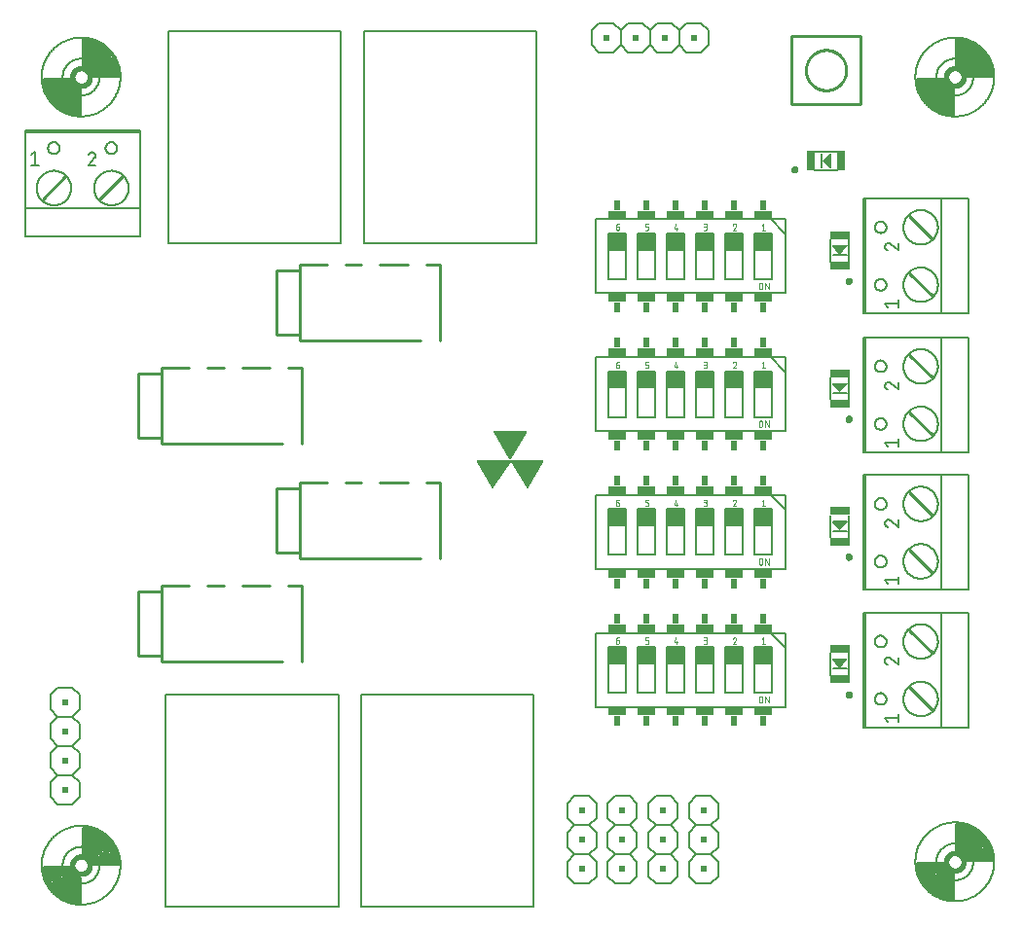
<source format=gbr>
G04 EAGLE Gerber RS-274X export*
G75*
%MOMM*%
%FSLAX34Y34*%
%LPD*%
%INSilkscreen Top*%
%IPPOS*%
%AMOC8*
5,1,8,0,0,1.08239X$1,22.5*%
G01*
%ADD10R,15.008400X0.113700*%
%ADD11R,1.364300X0.113700*%
%ADD12R,15.235800X0.113700*%
%ADD13R,1.591800X0.113700*%
%ADD14R,15.349500X0.113700*%
%ADD15R,1.819200X0.113700*%
%ADD16R,0.341100X0.113700*%
%ADD17R,0.568500X0.113700*%
%ADD18R,0.454800X0.113700*%
%ADD19R,0.795900X0.113700*%
%ADD20R,0.113800X0.113700*%
%ADD21R,0.682300X0.113700*%
%ADD22R,0.113700X0.113700*%
%ADD23R,0.341200X0.113700*%
%ADD24R,0.909600X0.113700*%
%ADD25R,0.909500X0.113700*%
%ADD26R,1.023400X0.113700*%
%ADD27R,1.023300X0.113700*%
%ADD28R,1.023200X0.113700*%
%ADD29R,0.454900X0.113700*%
%ADD30R,0.227400X0.113700*%
%ADD31R,0.113600X0.113700*%
%ADD32R,0.341000X0.113700*%
%ADD33R,0.227300X0.113700*%
%ADD34R,0.227500X0.113700*%
%ADD35R,0.682200X0.113700*%
%ADD36R,1.137000X0.113700*%
%ADD37R,2.387700X0.113700*%
%ADD38R,0.796000X0.113700*%
%ADD39R,0.682100X0.113700*%
%ADD40R,0.795800X0.113700*%
%ADD41R,6.935700X0.113700*%
%ADD42R,7.390600X0.113700*%
%ADD43R,7.504200X0.113700*%
%ADD44R,0.909700X0.113700*%
%ADD45R,4.661800X0.113700*%
%ADD46R,4.093200X0.113700*%
%ADD47R,2.274000X0.113700*%
%ADD48R,2.160300X0.113700*%
%ADD49R,7.390500X0.113700*%
%ADD50R,7.958900X0.113700*%
%ADD51R,2.046600X0.113700*%
%ADD52R,1.705600X0.113700*%
%ADD53R,2.501500X0.113700*%
%ADD54R,1.819100X0.113700*%
%ADD55R,2.387800X0.113700*%
%ADD56R,2.501400X0.113700*%
%ADD57R,1.364400X0.113700*%
%ADD58R,0.454700X0.113700*%
%ADD59R,1.932800X0.113700*%
%ADD60R,1.705500X0.113700*%
%ADD61R,2.728800X0.113700*%
%ADD62R,1.250600X0.113700*%
%ADD63R,1.932900X0.113700*%
%ADD64R,4.889100X0.113700*%
%ADD65R,5.116400X0.113700*%
%ADD66R,5.230100X0.113700*%
%ADD67R,1.250700X0.113700*%
%ADD68R,14.781000X0.113700*%
%ADD69R,5.457600X0.113700*%
%ADD70R,4.320600X0.113700*%
%ADD71R,5.798800X0.113700*%
%ADD72R,4.434300X0.113700*%
%ADD73R,6.253400X0.113700*%
%ADD74R,4.548000X0.113700*%
%ADD75R,12.507000X0.113700*%
%ADD76R,12.279500X0.113700*%
%ADD77R,11.597400X0.113700*%
%ADD78R,3.297300X0.113700*%
%ADD79R,1.819300X0.113700*%
%ADD80R,7.845300X0.113700*%
%ADD81R,1.478200X0.113700*%
%ADD82R,0.568400X0.113700*%
%ADD83R,7.731600X0.113700*%
%ADD84R,7.617900X0.113700*%
%ADD85R,7.504300X0.113700*%
%ADD86R,7.163100X0.113700*%
%ADD87R,1.250800X0.113700*%
%ADD88R,6.708300X0.113700*%
%ADD89R,2.160400X0.113700*%
%ADD90R,2.046700X0.113700*%
%ADD91R,1.933000X0.113700*%
%ADD92R,9.209700X0.113700*%
%ADD93R,1.591900X0.113700*%
%ADD94R,2.842400X0.113700*%
%ADD95R,2.842500X0.113700*%
%ADD96R,9.096000X0.113700*%
%ADD97R,11.938500X0.113700*%
%ADD98R,5.912400X0.113700*%
%ADD99R,5.798700X0.113700*%
%ADD100R,2.842600X0.113700*%
%ADD101R,2.615100X0.113700*%
%ADD102R,2.728900X0.113700*%
%ADD103R,6.367200X0.113700*%
%ADD104R,11.938400X0.113700*%
%ADD105R,6.026100X0.113700*%
%ADD106R,5.912300X0.113700*%
%ADD107R,5.912500X0.113700*%
%ADD108R,1.137100X0.113700*%
%ADD109R,2.274100X0.113700*%
%ADD110R,1.364500X0.113700*%
%ADD111R,1.136900X0.113700*%
%ADD112R,2.046500X0.113700*%
%ADD113R,2.387600X0.113700*%
%ADD114R,9.550800X0.113700*%
%ADD115R,2.956300X0.113700*%
%ADD116R,2.956200X0.113700*%
%ADD117R,1.478000X0.113700*%
%ADD118R,6.594500X0.113700*%
%ADD119R,1.478100X0.113700*%
%ADD120R,1.705400X0.113700*%
%ADD121R,8.982200X0.113700*%
%ADD122R,0.568600X0.113700*%
%ADD123R,8.755000X0.113700*%
%ADD124R,12.166000X0.113700*%
%ADD125R,8.982300X0.113700*%
%ADD126R,9.437200X0.113700*%
%ADD127R,9.664600X0.113700*%
%ADD128R,9.323500X0.113700*%
%ADD129R,8.868500X0.113700*%
%ADD130R,3.638400X0.113700*%
%ADD131R,3.752100X0.113700*%
%ADD132R,3.865800X0.113700*%
%ADD133R,2.615200X0.113700*%
%ADD134R,1.591700X0.113700*%
%ADD135R,2.160200X0.113700*%
%ADD136R,9.437100X0.113700*%
%ADD137R,9.778300X0.113700*%
%ADD138R,4.206900X0.113700*%
%ADD139R,3.752200X0.113700*%
%ADD140R,3.411000X0.113700*%
%ADD141R,3.183600X0.113700*%
%ADD142R,3.069900X0.113700*%
%ADD143R,3.069800X0.113700*%
%ADD144R,3.524700X0.113700*%
%ADD145R,3.410900X0.113700*%
%ADD146R,3.638500X0.113700*%
%ADD147R,9.664500X0.113700*%
%ADD148R,9.323400X0.113700*%
%ADD149R,8.754900X0.113700*%
%ADD150C,0.152400*%
%ADD151R,0.736600X1.752600*%
%ADD152C,0.127000*%
%ADD153C,0.304800*%
%ADD154C,0.254000*%
%ADD155C,0.203200*%
%ADD156R,0.508000X0.508000*%
%ADD157C,0.248919*%
%ADD158C,0.457200*%
%ADD159C,0.050800*%
%ADD160R,1.500000X0.750000*%
%ADD161R,1.500000X1.500000*%
%ADD162R,0.500000X0.950000*%
%ADD163R,1.752600X0.736600*%

G36*
X407996Y378106D02*
X407996Y378106D01*
X408003Y378106D01*
X408133Y378138D01*
X408263Y378168D01*
X408270Y378172D01*
X408277Y378173D01*
X408392Y378240D01*
X408509Y378306D01*
X408515Y378311D01*
X408521Y378315D01*
X408569Y378366D01*
X408707Y378507D01*
X408717Y378526D01*
X408731Y378541D01*
X423731Y400741D01*
X423763Y400806D01*
X423803Y400866D01*
X423824Y400932D01*
X423854Y400994D01*
X423866Y401066D01*
X423883Y401117D01*
X423887Y401100D01*
X423924Y401041D01*
X423946Y400985D01*
X437346Y378685D01*
X437369Y378658D01*
X437385Y378626D01*
X437457Y378549D01*
X437524Y378467D01*
X437553Y378446D01*
X437578Y378420D01*
X437669Y378367D01*
X437756Y378306D01*
X437790Y378295D01*
X437820Y378277D01*
X437923Y378251D01*
X438024Y378217D01*
X438059Y378216D01*
X438094Y378207D01*
X438200Y378210D01*
X438306Y378206D01*
X438340Y378215D01*
X438375Y378216D01*
X438476Y378249D01*
X438579Y378274D01*
X438610Y378292D01*
X438644Y378303D01*
X438731Y378363D01*
X438823Y378416D01*
X438847Y378442D01*
X438877Y378462D01*
X438933Y378532D01*
X439017Y378621D01*
X439041Y378667D01*
X439069Y378703D01*
X451869Y401003D01*
X451885Y401041D01*
X451908Y401076D01*
X451937Y401172D01*
X451974Y401265D01*
X451978Y401306D01*
X451990Y401346D01*
X451991Y401446D01*
X452001Y401545D01*
X451993Y401586D01*
X451994Y401628D01*
X451967Y401724D01*
X451949Y401822D01*
X451930Y401859D01*
X451919Y401900D01*
X451866Y401985D01*
X451821Y402074D01*
X451792Y402104D01*
X451771Y402140D01*
X451696Y402207D01*
X451628Y402280D01*
X451592Y402301D01*
X451561Y402329D01*
X451471Y402372D01*
X451385Y402423D01*
X451345Y402434D01*
X451307Y402452D01*
X451222Y402465D01*
X451112Y402493D01*
X451053Y402491D01*
X451003Y402499D01*
X424803Y402499D01*
X424752Y402492D01*
X424700Y402494D01*
X424613Y402472D01*
X424524Y402459D01*
X424477Y402438D01*
X424426Y402426D01*
X424349Y402380D01*
X424267Y402343D01*
X424228Y402310D01*
X424183Y402284D01*
X424121Y402218D01*
X424052Y402160D01*
X424024Y402117D01*
X423989Y402079D01*
X423947Y401999D01*
X423898Y401924D01*
X423883Y401874D01*
X423859Y401829D01*
X423842Y401740D01*
X423825Y401684D01*
X423823Y401690D01*
X423787Y401749D01*
X423761Y401813D01*
X423715Y401869D01*
X423677Y401931D01*
X423627Y401978D01*
X423583Y402032D01*
X423524Y402073D01*
X423470Y402123D01*
X423408Y402153D01*
X423352Y402193D01*
X423283Y402216D01*
X423218Y402248D01*
X423155Y402259D01*
X423084Y402283D01*
X422989Y402287D01*
X422914Y402299D01*
X394914Y402599D01*
X394866Y402593D01*
X394817Y402596D01*
X394726Y402575D01*
X394634Y402562D01*
X394590Y402543D01*
X394542Y402532D01*
X394461Y402486D01*
X394376Y402449D01*
X394339Y402418D01*
X394296Y402394D01*
X394231Y402328D01*
X394160Y402268D01*
X394133Y402228D01*
X394099Y402193D01*
X394054Y402111D01*
X394003Y402034D01*
X393988Y401987D01*
X393965Y401945D01*
X393946Y401854D01*
X393917Y401765D01*
X393916Y401716D01*
X393906Y401669D01*
X393913Y401576D01*
X393911Y401483D01*
X393923Y401436D01*
X393926Y401388D01*
X393956Y401311D01*
X393983Y401210D01*
X394017Y401153D01*
X394038Y401100D01*
X407038Y378600D01*
X407042Y378594D01*
X407045Y378588D01*
X407129Y378483D01*
X407212Y378378D01*
X407218Y378374D01*
X407222Y378368D01*
X407332Y378292D01*
X407441Y378214D01*
X407448Y378211D01*
X407454Y378207D01*
X407580Y378165D01*
X407707Y378120D01*
X407714Y378120D01*
X407721Y378117D01*
X407855Y378112D01*
X407989Y378104D01*
X407996Y378106D01*
G37*
G36*
X423437Y403115D02*
X423437Y403115D01*
X423476Y403116D01*
X423574Y403148D01*
X423674Y403172D01*
X423707Y403191D01*
X423744Y403203D01*
X423829Y403261D01*
X423918Y403313D01*
X423945Y403341D01*
X423977Y403362D01*
X424032Y403431D01*
X424114Y403516D01*
X424139Y403565D01*
X424170Y403603D01*
X437370Y426603D01*
X437383Y426636D01*
X437398Y426659D01*
X437399Y426661D01*
X437406Y426673D01*
X437436Y426770D01*
X437474Y426865D01*
X437478Y426904D01*
X437490Y426942D01*
X437491Y427044D01*
X437501Y427145D01*
X437494Y427184D01*
X437494Y427224D01*
X437468Y427322D01*
X437449Y427422D01*
X437431Y427458D01*
X437420Y427496D01*
X437367Y427583D01*
X437321Y427674D01*
X437294Y427703D01*
X437273Y427737D01*
X437198Y427805D01*
X437128Y427880D01*
X437094Y427900D01*
X437064Y427927D01*
X436973Y427971D01*
X436885Y428023D01*
X436847Y428033D01*
X436811Y428051D01*
X436725Y428064D01*
X436612Y428093D01*
X436555Y428091D01*
X436507Y428099D01*
X409607Y428199D01*
X409556Y428192D01*
X409506Y428195D01*
X409417Y428173D01*
X409327Y428160D01*
X409281Y428140D01*
X409232Y428128D01*
X409153Y428082D01*
X409070Y428045D01*
X409031Y428012D01*
X408987Y427987D01*
X408924Y427921D01*
X408855Y427863D01*
X408827Y427820D01*
X408792Y427784D01*
X408750Y427703D01*
X408700Y427627D01*
X408685Y427579D01*
X408661Y427534D01*
X408643Y427445D01*
X408616Y427358D01*
X408615Y427307D01*
X408605Y427258D01*
X408613Y427167D01*
X408611Y427076D01*
X408625Y427027D01*
X408629Y426977D01*
X408659Y426902D01*
X408686Y426804D01*
X408722Y426745D01*
X408743Y426690D01*
X422443Y403590D01*
X422467Y403560D01*
X422485Y403526D01*
X422555Y403451D01*
X422620Y403370D01*
X422651Y403348D01*
X422678Y403320D01*
X422767Y403268D01*
X422851Y403209D01*
X422887Y403196D01*
X422920Y403177D01*
X423020Y403151D01*
X423118Y403118D01*
X423157Y403116D01*
X423194Y403107D01*
X423297Y403110D01*
X423400Y403105D01*
X423437Y403115D01*
G37*
G36*
X710019Y581376D02*
X710019Y581376D01*
X710129Y581379D01*
X710130Y581380D01*
X710132Y581380D01*
X710234Y581421D01*
X710337Y581463D01*
X710338Y581464D01*
X710340Y581465D01*
X710482Y581587D01*
X716482Y588587D01*
X716514Y588643D01*
X716555Y588694D01*
X716571Y588739D01*
X716595Y588781D01*
X716607Y588845D01*
X716627Y588906D01*
X716626Y588954D01*
X716634Y589002D01*
X716623Y589066D01*
X716621Y589131D01*
X716603Y589175D01*
X716594Y589222D01*
X716561Y589278D01*
X716536Y589338D01*
X716504Y589374D01*
X716479Y589415D01*
X716429Y589456D01*
X716385Y589504D01*
X716342Y589526D01*
X716305Y589556D01*
X716243Y589577D01*
X716185Y589607D01*
X716130Y589615D01*
X716092Y589628D01*
X716053Y589626D01*
X716000Y589634D01*
X704000Y589634D01*
X703936Y589623D01*
X703871Y589621D01*
X703827Y589603D01*
X703779Y589595D01*
X703723Y589562D01*
X703663Y589537D01*
X703627Y589505D01*
X703586Y589480D01*
X703545Y589430D01*
X703497Y589386D01*
X703475Y589344D01*
X703445Y589306D01*
X703424Y589245D01*
X703394Y589187D01*
X703388Y589139D01*
X703373Y589094D01*
X703375Y589029D01*
X703367Y588964D01*
X703378Y588917D01*
X703379Y588869D01*
X703404Y588809D01*
X703419Y588746D01*
X703449Y588698D01*
X703464Y588662D01*
X703482Y588641D01*
X703484Y588638D01*
X703493Y588628D01*
X703518Y588587D01*
X709518Y581587D01*
X709520Y581586D01*
X709521Y581585D01*
X709609Y581513D01*
X709692Y581445D01*
X709694Y581445D01*
X709695Y581444D01*
X709803Y581408D01*
X709905Y581373D01*
X709906Y581373D01*
X709908Y581372D01*
X710019Y581376D01*
G37*
G36*
X710019Y461376D02*
X710019Y461376D01*
X710129Y461379D01*
X710130Y461380D01*
X710132Y461380D01*
X710234Y461421D01*
X710337Y461463D01*
X710338Y461464D01*
X710340Y461465D01*
X710482Y461587D01*
X716482Y468587D01*
X716514Y468643D01*
X716555Y468694D01*
X716571Y468739D01*
X716595Y468781D01*
X716607Y468845D01*
X716627Y468906D01*
X716626Y468954D01*
X716634Y469002D01*
X716623Y469066D01*
X716621Y469131D01*
X716603Y469175D01*
X716594Y469222D01*
X716561Y469278D01*
X716536Y469338D01*
X716504Y469374D01*
X716479Y469415D01*
X716429Y469456D01*
X716385Y469504D01*
X716342Y469526D01*
X716305Y469556D01*
X716243Y469577D01*
X716185Y469607D01*
X716130Y469615D01*
X716092Y469628D01*
X716053Y469626D01*
X716000Y469634D01*
X704000Y469634D01*
X703936Y469623D01*
X703871Y469621D01*
X703827Y469603D01*
X703779Y469595D01*
X703723Y469562D01*
X703663Y469537D01*
X703627Y469505D01*
X703586Y469480D01*
X703545Y469430D01*
X703497Y469386D01*
X703475Y469344D01*
X703445Y469306D01*
X703424Y469245D01*
X703394Y469187D01*
X703388Y469139D01*
X703373Y469094D01*
X703375Y469029D01*
X703367Y468964D01*
X703378Y468917D01*
X703379Y468869D01*
X703404Y468809D01*
X703419Y468746D01*
X703449Y468698D01*
X703464Y468662D01*
X703482Y468641D01*
X703484Y468638D01*
X703493Y468628D01*
X703518Y468587D01*
X709518Y461587D01*
X709520Y461586D01*
X709521Y461585D01*
X709609Y461513D01*
X709692Y461445D01*
X709694Y461445D01*
X709695Y461444D01*
X709803Y461408D01*
X709905Y461373D01*
X709906Y461373D01*
X709908Y461372D01*
X710019Y461376D01*
G37*
G36*
X710019Y341376D02*
X710019Y341376D01*
X710129Y341379D01*
X710130Y341380D01*
X710132Y341380D01*
X710234Y341421D01*
X710337Y341463D01*
X710338Y341464D01*
X710340Y341465D01*
X710482Y341587D01*
X716482Y348587D01*
X716514Y348643D01*
X716555Y348694D01*
X716571Y348739D01*
X716595Y348781D01*
X716607Y348845D01*
X716627Y348906D01*
X716626Y348954D01*
X716634Y349002D01*
X716623Y349066D01*
X716621Y349131D01*
X716603Y349175D01*
X716594Y349222D01*
X716561Y349278D01*
X716536Y349338D01*
X716504Y349374D01*
X716479Y349415D01*
X716429Y349456D01*
X716385Y349504D01*
X716342Y349526D01*
X716305Y349556D01*
X716243Y349577D01*
X716185Y349607D01*
X716130Y349615D01*
X716092Y349628D01*
X716053Y349626D01*
X716000Y349634D01*
X704000Y349634D01*
X703936Y349623D01*
X703871Y349621D01*
X703827Y349603D01*
X703779Y349595D01*
X703723Y349562D01*
X703663Y349537D01*
X703627Y349505D01*
X703586Y349480D01*
X703545Y349430D01*
X703497Y349386D01*
X703475Y349344D01*
X703445Y349306D01*
X703424Y349245D01*
X703394Y349187D01*
X703388Y349139D01*
X703373Y349094D01*
X703375Y349029D01*
X703367Y348964D01*
X703378Y348917D01*
X703379Y348869D01*
X703404Y348809D01*
X703419Y348746D01*
X703449Y348698D01*
X703464Y348662D01*
X703482Y348641D01*
X703484Y348638D01*
X703493Y348628D01*
X703518Y348587D01*
X709518Y341587D01*
X709520Y341586D01*
X709521Y341585D01*
X709609Y341513D01*
X709692Y341445D01*
X709694Y341445D01*
X709695Y341444D01*
X709803Y341408D01*
X709905Y341373D01*
X709906Y341373D01*
X709908Y341372D01*
X710019Y341376D01*
G37*
G36*
X710019Y221376D02*
X710019Y221376D01*
X710129Y221379D01*
X710130Y221380D01*
X710132Y221380D01*
X710234Y221421D01*
X710337Y221463D01*
X710338Y221464D01*
X710340Y221465D01*
X710482Y221587D01*
X716482Y228587D01*
X716514Y228643D01*
X716555Y228694D01*
X716571Y228739D01*
X716595Y228781D01*
X716607Y228845D01*
X716627Y228906D01*
X716626Y228954D01*
X716634Y229002D01*
X716623Y229066D01*
X716621Y229131D01*
X716603Y229175D01*
X716594Y229222D01*
X716561Y229278D01*
X716536Y229338D01*
X716504Y229374D01*
X716479Y229415D01*
X716429Y229456D01*
X716385Y229504D01*
X716342Y229526D01*
X716305Y229556D01*
X716243Y229577D01*
X716185Y229607D01*
X716130Y229615D01*
X716092Y229628D01*
X716053Y229626D01*
X716000Y229634D01*
X704000Y229634D01*
X703936Y229623D01*
X703871Y229621D01*
X703827Y229603D01*
X703779Y229595D01*
X703723Y229562D01*
X703663Y229537D01*
X703627Y229505D01*
X703586Y229480D01*
X703545Y229430D01*
X703497Y229386D01*
X703475Y229344D01*
X703445Y229306D01*
X703424Y229245D01*
X703394Y229187D01*
X703388Y229139D01*
X703373Y229094D01*
X703375Y229029D01*
X703367Y228964D01*
X703378Y228917D01*
X703379Y228869D01*
X703404Y228809D01*
X703419Y228746D01*
X703449Y228698D01*
X703464Y228662D01*
X703482Y228641D01*
X703484Y228638D01*
X703493Y228628D01*
X703518Y228587D01*
X709518Y221587D01*
X709520Y221586D01*
X709521Y221585D01*
X709609Y221513D01*
X709692Y221445D01*
X709694Y221445D01*
X709695Y221444D01*
X709803Y221408D01*
X709905Y221373D01*
X709906Y221373D01*
X709908Y221372D01*
X710019Y221376D01*
G37*
G36*
X702066Y656377D02*
X702066Y656377D01*
X702131Y656379D01*
X702175Y656397D01*
X702222Y656406D01*
X702278Y656439D01*
X702338Y656464D01*
X702374Y656496D01*
X702415Y656521D01*
X702456Y656571D01*
X702504Y656615D01*
X702526Y656658D01*
X702556Y656695D01*
X702577Y656757D01*
X702607Y656815D01*
X702615Y656870D01*
X702628Y656908D01*
X702626Y656947D01*
X702634Y657000D01*
X702634Y669000D01*
X702623Y669064D01*
X702621Y669129D01*
X702603Y669173D01*
X702595Y669221D01*
X702562Y669277D01*
X702537Y669337D01*
X702505Y669373D01*
X702480Y669414D01*
X702430Y669455D01*
X702386Y669503D01*
X702344Y669525D01*
X702306Y669555D01*
X702245Y669576D01*
X702187Y669606D01*
X702139Y669612D01*
X702094Y669627D01*
X702029Y669625D01*
X701964Y669633D01*
X701917Y669622D01*
X701869Y669621D01*
X701809Y669596D01*
X701746Y669581D01*
X701698Y669551D01*
X701662Y669536D01*
X701633Y669510D01*
X701587Y669482D01*
X694587Y663482D01*
X694586Y663480D01*
X694585Y663479D01*
X694513Y663391D01*
X694445Y663308D01*
X694445Y663306D01*
X694444Y663305D01*
X694408Y663197D01*
X694373Y663095D01*
X694373Y663094D01*
X694372Y663092D01*
X694376Y662981D01*
X694379Y662871D01*
X694380Y662870D01*
X694380Y662868D01*
X694421Y662766D01*
X694463Y662663D01*
X694464Y662662D01*
X694465Y662660D01*
X694587Y662518D01*
X701587Y656518D01*
X701643Y656486D01*
X701694Y656445D01*
X701739Y656429D01*
X701781Y656405D01*
X701845Y656394D01*
X701906Y656373D01*
X701954Y656374D01*
X702002Y656366D01*
X702066Y656377D01*
G37*
D10*
X690728Y36384D03*
D11*
X463328Y37521D03*
D12*
X690727Y37521D03*
D13*
X462190Y38658D03*
D14*
X691296Y38658D03*
D15*
X461053Y39795D03*
D16*
X615117Y39795D03*
X766338Y39795D03*
D17*
X453664Y40932D03*
D16*
X615117Y40932D03*
X766338Y40932D03*
D17*
X452526Y42069D03*
D16*
X615117Y42069D03*
X766338Y42069D03*
D18*
X450820Y43206D03*
D16*
X615117Y43206D03*
X766338Y43206D03*
X450252Y44343D03*
X615117Y44343D03*
X766338Y44343D03*
D18*
X449683Y45480D03*
D16*
X615117Y45480D03*
D19*
X633309Y45480D03*
D20*
X648090Y45480D03*
D19*
X658324Y45480D03*
D21*
X670262Y45480D03*
D20*
X699255Y45480D03*
D22*
X703803Y45480D03*
D19*
X711762Y45480D03*
X724270Y45480D03*
X736776Y45480D03*
X749283Y45480D03*
D16*
X766338Y45480D03*
D23*
X449115Y46617D03*
D24*
X459916Y46617D03*
D16*
X615117Y46617D03*
D19*
X633309Y46617D03*
D16*
X648090Y46617D03*
D25*
X658892Y46617D03*
D19*
X669694Y46617D03*
D20*
X699255Y46617D03*
D22*
X703803Y46617D03*
D26*
X711762Y46617D03*
D27*
X724269Y46617D03*
D28*
X736776Y46617D03*
D26*
X749283Y46617D03*
D16*
X766338Y46617D03*
D29*
X448547Y47754D03*
D27*
X459348Y47754D03*
D16*
X615117Y47754D03*
D30*
X637288Y47754D03*
D16*
X648090Y47754D03*
D31*
X654912Y47754D03*
X662871Y47754D03*
X666282Y47754D03*
D20*
X699255Y47754D03*
D22*
X703803Y47754D03*
D16*
X708351Y47754D03*
D20*
X716310Y47754D03*
D23*
X720858Y47754D03*
D31*
X728817Y47754D03*
D32*
X733365Y47754D03*
D22*
X741324Y47754D03*
D16*
X745872Y47754D03*
D20*
X753831Y47754D03*
D16*
X766338Y47754D03*
X447978Y48891D03*
D22*
X454800Y48891D03*
D33*
X463328Y48891D03*
D16*
X615117Y48891D03*
D17*
X634446Y48891D03*
D33*
X646385Y48891D03*
D30*
X649796Y48891D03*
D31*
X654912Y48891D03*
X662871Y48891D03*
X666282Y48891D03*
D20*
X699255Y48891D03*
D22*
X703803Y48891D03*
X707214Y48891D03*
D16*
X710625Y48891D03*
D20*
X716310Y48891D03*
X719721Y48891D03*
D16*
X723132Y48891D03*
D31*
X728817Y48891D03*
X732228Y48891D03*
D16*
X735640Y48891D03*
D22*
X741324Y48891D03*
X744735Y48891D03*
D16*
X748146Y48891D03*
D20*
X753831Y48891D03*
D16*
X766338Y48891D03*
X447978Y50028D03*
D34*
X455369Y50028D03*
D33*
X463328Y50028D03*
D16*
X615117Y50028D03*
D19*
X633309Y50028D03*
D33*
X646385Y50028D03*
D20*
X650364Y50028D03*
D31*
X654912Y50028D03*
X662871Y50028D03*
X666282Y50028D03*
D20*
X699255Y50028D03*
D22*
X703803Y50028D03*
X707214Y50028D03*
D33*
X712331Y50028D03*
D30*
X716878Y50028D03*
D20*
X719721Y50028D03*
D34*
X724838Y50028D03*
D33*
X729386Y50028D03*
D31*
X732228Y50028D03*
D30*
X737344Y50028D03*
D34*
X741893Y50028D03*
D22*
X744735Y50028D03*
D33*
X749852Y50028D03*
D30*
X754399Y50028D03*
D16*
X766338Y50028D03*
X447978Y51165D03*
D22*
X454800Y51165D03*
D35*
X461053Y51165D03*
D16*
X615117Y51165D03*
D22*
X629898Y51165D03*
D30*
X645247Y51165D03*
X650932Y51165D03*
D31*
X654912Y51165D03*
X662871Y51165D03*
X666282Y51165D03*
D20*
X699255Y51165D03*
D22*
X703803Y51165D03*
X707214Y51165D03*
D34*
X713468Y51165D03*
D20*
X716310Y51165D03*
X719721Y51165D03*
D30*
X725974Y51165D03*
D31*
X728817Y51165D03*
X732228Y51165D03*
D30*
X738482Y51165D03*
D22*
X741324Y51165D03*
X744735Y51165D03*
D30*
X750988Y51165D03*
D20*
X753831Y51165D03*
D16*
X766338Y51165D03*
X447978Y52302D03*
D34*
X455369Y52302D03*
D16*
X615117Y52302D03*
D22*
X629898Y52302D03*
D30*
X645247Y52302D03*
D31*
X651501Y52302D03*
X654912Y52302D03*
D30*
X662302Y52302D03*
D31*
X666282Y52302D03*
D20*
X699255Y52302D03*
D22*
X703803Y52302D03*
D30*
X707782Y52302D03*
X715742Y52302D03*
X720289Y52302D03*
X728248Y52302D03*
X732797Y52302D03*
D33*
X740756Y52302D03*
D30*
X745303Y52302D03*
D34*
X753263Y52302D03*
D16*
X766338Y52302D03*
X447978Y53439D03*
D22*
X454800Y53439D03*
D16*
X615117Y53439D03*
D19*
X633309Y53439D03*
D30*
X644111Y53439D03*
D33*
X652070Y53439D03*
D19*
X658324Y53439D03*
X669694Y53439D03*
D34*
X698687Y53439D03*
D30*
X703234Y53439D03*
D19*
X711762Y53439D03*
X724270Y53439D03*
X736776Y53439D03*
X749283Y53439D03*
D16*
X766338Y53439D03*
D29*
X448547Y54576D03*
D24*
X458779Y54576D03*
D16*
X615117Y54576D03*
X766338Y54576D03*
D29*
X448547Y55713D03*
D24*
X459916Y55713D03*
D16*
X615117Y55713D03*
X766338Y55713D03*
D17*
X449115Y56850D03*
D16*
X615117Y56850D03*
X766338Y56850D03*
D35*
X449683Y57987D03*
D16*
X615117Y57987D03*
X766338Y57987D03*
D19*
X450252Y59124D03*
D16*
X615117Y59124D03*
X766338Y59124D03*
D24*
X450820Y60261D03*
D16*
X615117Y60261D03*
X766338Y60261D03*
D36*
X451957Y61398D03*
D16*
X615117Y61398D03*
X766338Y61398D03*
D37*
X458211Y62535D03*
D16*
X615117Y62535D03*
X766338Y62535D03*
D37*
X458211Y63672D03*
D16*
X615117Y63672D03*
X766338Y63672D03*
D37*
X458211Y64809D03*
D16*
X615117Y64809D03*
X766338Y64809D03*
D37*
X458211Y65946D03*
D16*
X615117Y65946D03*
D17*
X633309Y65946D03*
D20*
X648090Y65946D03*
D19*
X658324Y65946D03*
D21*
X670262Y65946D03*
D20*
X699255Y65946D03*
D38*
X707214Y65946D03*
D20*
X716310Y65946D03*
D21*
X724838Y65946D03*
D19*
X736776Y65946D03*
X749283Y65946D03*
D16*
X766338Y65946D03*
D37*
X458211Y67083D03*
D16*
X615117Y67083D03*
D35*
X633877Y67083D03*
D16*
X648090Y67083D03*
D25*
X658892Y67083D03*
D19*
X669694Y67083D03*
D20*
X699255Y67083D03*
D27*
X707214Y67083D03*
D20*
X716310Y67083D03*
D27*
X724269Y67083D03*
D28*
X736776Y67083D03*
D26*
X749283Y67083D03*
D16*
X766338Y67083D03*
D37*
X458211Y68220D03*
D16*
X615117Y68220D03*
D22*
X636720Y68220D03*
D16*
X648090Y68220D03*
D31*
X654912Y68220D03*
X662871Y68220D03*
X666282Y68220D03*
D20*
X699255Y68220D03*
D23*
X703803Y68220D03*
D31*
X711762Y68220D03*
D20*
X716310Y68220D03*
D23*
X720858Y68220D03*
D31*
X728817Y68220D03*
D32*
X733365Y68220D03*
D22*
X741324Y68220D03*
D16*
X745872Y68220D03*
D20*
X753831Y68220D03*
D16*
X766338Y68220D03*
D37*
X458211Y69357D03*
D16*
X615117Y69357D03*
D35*
X633877Y69357D03*
D33*
X646385Y69357D03*
D30*
X649796Y69357D03*
D31*
X654912Y69357D03*
X662871Y69357D03*
X666282Y69357D03*
D20*
X699255Y69357D03*
D22*
X702666Y69357D03*
D16*
X706077Y69357D03*
D31*
X711762Y69357D03*
D20*
X716310Y69357D03*
X719721Y69357D03*
D16*
X723132Y69357D03*
D31*
X728817Y69357D03*
X732228Y69357D03*
D16*
X735640Y69357D03*
D22*
X741324Y69357D03*
X744735Y69357D03*
D16*
X748146Y69357D03*
D20*
X753831Y69357D03*
D16*
X766338Y69357D03*
D37*
X458211Y70494D03*
D16*
X615117Y70494D03*
D19*
X633309Y70494D03*
D33*
X646385Y70494D03*
D20*
X650364Y70494D03*
D31*
X654912Y70494D03*
X662871Y70494D03*
X666282Y70494D03*
D20*
X699255Y70494D03*
D22*
X702666Y70494D03*
D30*
X707782Y70494D03*
D33*
X712331Y70494D03*
D20*
X716310Y70494D03*
X719721Y70494D03*
D34*
X724838Y70494D03*
D33*
X729386Y70494D03*
D31*
X732228Y70494D03*
D30*
X737344Y70494D03*
D34*
X741893Y70494D03*
D22*
X744735Y70494D03*
D33*
X749852Y70494D03*
D30*
X754399Y70494D03*
D16*
X766338Y70494D03*
D37*
X458211Y71631D03*
D16*
X615117Y71631D03*
D22*
X629898Y71631D03*
X636720Y71631D03*
D30*
X645247Y71631D03*
X650932Y71631D03*
D31*
X654912Y71631D03*
X662871Y71631D03*
X666282Y71631D03*
D20*
X699255Y71631D03*
D22*
X702666Y71631D03*
D30*
X708919Y71631D03*
D31*
X711762Y71631D03*
D20*
X716310Y71631D03*
X719721Y71631D03*
D30*
X725974Y71631D03*
D31*
X728817Y71631D03*
X732228Y71631D03*
D30*
X738482Y71631D03*
D22*
X741324Y71631D03*
X744735Y71631D03*
D30*
X750988Y71631D03*
D20*
X753831Y71631D03*
D16*
X766338Y71631D03*
D24*
X450820Y72768D03*
D35*
X466738Y72768D03*
D16*
X615117Y72768D03*
D22*
X629898Y72768D03*
D30*
X636151Y72768D03*
X645247Y72768D03*
D31*
X651501Y72768D03*
X654912Y72768D03*
D30*
X662302Y72768D03*
D31*
X666282Y72768D03*
D20*
X699255Y72768D03*
D30*
X703234Y72768D03*
X711193Y72768D03*
D20*
X716310Y72768D03*
D30*
X720289Y72768D03*
X728248Y72768D03*
X732797Y72768D03*
D33*
X740756Y72768D03*
D30*
X745303Y72768D03*
D34*
X753263Y72768D03*
D16*
X766338Y72768D03*
D19*
X450252Y73905D03*
D17*
X467307Y73905D03*
D16*
X615117Y73905D03*
D19*
X633309Y73905D03*
D30*
X644111Y73905D03*
D33*
X652070Y73905D03*
D19*
X658324Y73905D03*
X669694Y73905D03*
D34*
X698687Y73905D03*
D38*
X707214Y73905D03*
D30*
X715742Y73905D03*
D19*
X724270Y73905D03*
X736776Y73905D03*
X749283Y73905D03*
D16*
X766338Y73905D03*
D19*
X450252Y75042D03*
D39*
X459917Y75042D03*
D17*
X467307Y75042D03*
D16*
X615117Y75042D03*
X766338Y75042D03*
D19*
X450252Y76179D03*
X459348Y76179D03*
D18*
X467875Y76179D03*
D16*
X615117Y76179D03*
X766338Y76179D03*
D19*
X450252Y77316D03*
X459348Y77316D03*
D18*
X467875Y77316D03*
D16*
X615117Y77316D03*
X766338Y77316D03*
D19*
X450252Y78453D03*
X459348Y78453D03*
D18*
X467875Y78453D03*
D16*
X615117Y78453D03*
X766338Y78453D03*
D19*
X450252Y79590D03*
D39*
X459917Y79590D03*
D17*
X467307Y79590D03*
D16*
X615117Y79590D03*
X766338Y79590D03*
D19*
X450252Y80727D03*
D16*
X459348Y80727D03*
D17*
X467307Y80727D03*
D16*
X615117Y80727D03*
X766338Y80727D03*
D24*
X450820Y81864D03*
D35*
X466738Y81864D03*
D16*
X615117Y81864D03*
X766338Y81864D03*
D37*
X458211Y83001D03*
D16*
X615117Y83001D03*
X766338Y83001D03*
D37*
X458211Y84138D03*
D16*
X615117Y84138D03*
X766338Y84138D03*
D37*
X458211Y85275D03*
D16*
X615117Y85275D03*
D22*
X628761Y85275D03*
D19*
X635583Y85275D03*
D20*
X650364Y85275D03*
D40*
X660597Y85275D03*
D35*
X672535Y85275D03*
D20*
X699255Y85275D03*
D38*
X707214Y85275D03*
D19*
X719721Y85275D03*
D31*
X728817Y85275D03*
D19*
X736776Y85275D03*
X749283Y85275D03*
D16*
X766338Y85275D03*
D37*
X458211Y86412D03*
D16*
X615117Y86412D03*
D22*
X628761Y86412D03*
D19*
X635583Y86412D03*
D32*
X650364Y86412D03*
D24*
X661166Y86412D03*
D40*
X671967Y86412D03*
D20*
X699255Y86412D03*
D27*
X707214Y86412D03*
D28*
X719721Y86412D03*
D31*
X728817Y86412D03*
D28*
X736776Y86412D03*
D26*
X749283Y86412D03*
D16*
X766338Y86412D03*
D37*
X458211Y87549D03*
D16*
X615117Y87549D03*
D22*
X628761Y87549D03*
X632172Y87549D03*
D32*
X650364Y87549D03*
D31*
X657186Y87549D03*
D20*
X665145Y87549D03*
D31*
X668556Y87549D03*
D20*
X699255Y87549D03*
D23*
X703803Y87549D03*
D31*
X711762Y87549D03*
D32*
X716310Y87549D03*
D22*
X724269Y87549D03*
D31*
X728817Y87549D03*
D32*
X733365Y87549D03*
D22*
X741324Y87549D03*
D16*
X745872Y87549D03*
D20*
X753831Y87549D03*
D16*
X766338Y87549D03*
D37*
X458211Y88686D03*
D16*
X615117Y88686D03*
D22*
X628761Y88686D03*
D17*
X634446Y88686D03*
D30*
X648658Y88686D03*
D33*
X652070Y88686D03*
D31*
X657186Y88686D03*
D20*
X665145Y88686D03*
D31*
X668556Y88686D03*
D20*
X699255Y88686D03*
D22*
X702666Y88686D03*
D16*
X706077Y88686D03*
D33*
X712331Y88686D03*
D31*
X715173Y88686D03*
D16*
X718585Y88686D03*
D34*
X724838Y88686D03*
D31*
X728817Y88686D03*
X732228Y88686D03*
D16*
X735640Y88686D03*
D34*
X741893Y88686D03*
D22*
X744735Y88686D03*
D16*
X748146Y88686D03*
D30*
X754399Y88686D03*
D16*
X766338Y88686D03*
D26*
X451389Y89823D03*
D16*
X615117Y89823D03*
D22*
X628761Y89823D03*
D19*
X635583Y89823D03*
D30*
X648658Y89823D03*
D22*
X652638Y89823D03*
D31*
X657186Y89823D03*
D20*
X665145Y89823D03*
D31*
X668556Y89823D03*
D20*
X699255Y89823D03*
D22*
X702666Y89823D03*
D30*
X707782Y89823D03*
D33*
X712331Y89823D03*
D31*
X715173Y89823D03*
D30*
X720289Y89823D03*
D22*
X724269Y89823D03*
D31*
X728817Y89823D03*
X732228Y89823D03*
D30*
X737344Y89823D03*
D34*
X741893Y89823D03*
D22*
X744735Y89823D03*
D33*
X749852Y89823D03*
D30*
X754399Y89823D03*
D16*
X766338Y89823D03*
D24*
X450820Y90960D03*
D16*
X615117Y90960D03*
D22*
X628761Y90960D03*
X638994Y90960D03*
D34*
X647522Y90960D03*
X653207Y90960D03*
D31*
X657186Y90960D03*
D20*
X665145Y90960D03*
D31*
X668556Y90960D03*
D20*
X699255Y90960D03*
D22*
X702666Y90960D03*
D30*
X708919Y90960D03*
D31*
X711762Y90960D03*
X715173Y90960D03*
D30*
X721427Y90960D03*
D22*
X724269Y90960D03*
D31*
X728817Y90960D03*
X732228Y90960D03*
D30*
X738482Y90960D03*
D22*
X741324Y90960D03*
X744735Y90960D03*
D30*
X750988Y90960D03*
D20*
X753831Y90960D03*
D16*
X766338Y90960D03*
D35*
X449683Y92097D03*
D16*
X615117Y92097D03*
D22*
X628761Y92097D03*
X638994Y92097D03*
D34*
X647522Y92097D03*
D20*
X653775Y92097D03*
D31*
X657186Y92097D03*
D34*
X664577Y92097D03*
D31*
X668556Y92097D03*
D20*
X699255Y92097D03*
D30*
X703234Y92097D03*
X711193Y92097D03*
X715742Y92097D03*
D33*
X723701Y92097D03*
D31*
X728817Y92097D03*
D30*
X732797Y92097D03*
D33*
X740756Y92097D03*
D30*
X745303Y92097D03*
D34*
X753263Y92097D03*
D16*
X766338Y92097D03*
D17*
X449115Y93234D03*
D16*
X615117Y93234D03*
D33*
X628193Y93234D03*
D19*
X635583Y93234D03*
D33*
X646385Y93234D03*
D30*
X654343Y93234D03*
D40*
X660597Y93234D03*
X671967Y93234D03*
D34*
X698687Y93234D03*
D38*
X707214Y93234D03*
D19*
X719721Y93234D03*
D30*
X728248Y93234D03*
D19*
X736776Y93234D03*
X749283Y93234D03*
D16*
X766338Y93234D03*
D17*
X449115Y94371D03*
D16*
X615117Y94371D03*
X766338Y94371D03*
D29*
X448547Y95508D03*
D16*
X615117Y95508D03*
X766338Y95508D03*
D29*
X448547Y96645D03*
D30*
X459916Y96645D03*
D16*
X615117Y96645D03*
X766338Y96645D03*
X447978Y97782D03*
D30*
X459916Y97782D03*
D16*
X615117Y97782D03*
X766338Y97782D03*
X447978Y98919D03*
D30*
X459916Y98919D03*
D16*
X615117Y98919D03*
X766338Y98919D03*
X447978Y100056D03*
D30*
X459916Y100056D03*
D16*
X615117Y100056D03*
X766338Y100056D03*
X447978Y101193D03*
D30*
X459916Y101193D03*
D16*
X615117Y101193D03*
X766338Y101193D03*
X447978Y102330D03*
D30*
X459916Y102330D03*
D16*
X615117Y102330D03*
X766338Y102330D03*
D41*
X57987Y103467D03*
D23*
X449115Y103467D03*
D30*
X459916Y103467D03*
D16*
X615117Y103467D03*
X766338Y103467D03*
D42*
X57987Y104604D03*
D23*
X449115Y104604D03*
D30*
X459916Y104604D03*
D16*
X615117Y104604D03*
X766338Y104604D03*
D43*
X58555Y105741D03*
D18*
X449683Y105741D03*
D30*
X459916Y105741D03*
D16*
X615117Y105741D03*
D19*
X627624Y105741D03*
D22*
X641268Y105741D03*
X652638Y105741D03*
D20*
X659460Y105741D03*
X667419Y105741D03*
D39*
X674810Y105741D03*
D19*
X702666Y105741D03*
D40*
X715173Y105741D03*
D38*
X727680Y105741D03*
D19*
X740187Y105741D03*
D31*
X749283Y105741D03*
D20*
X753831Y105741D03*
D16*
X766338Y105741D03*
D18*
X22171Y106878D03*
X93802Y106878D03*
X450820Y106878D03*
D16*
X615117Y106878D03*
D19*
X627624Y106878D03*
D22*
X641268Y106878D03*
D16*
X652639Y106878D03*
D20*
X659460Y106878D03*
X667419Y106878D03*
D19*
X674241Y106878D03*
D27*
X702666Y106878D03*
D26*
X715173Y106878D03*
D28*
X727680Y106878D03*
D27*
X740187Y106878D03*
D31*
X749283Y106878D03*
D20*
X753831Y106878D03*
D16*
X766338Y106878D03*
D18*
X21034Y108015D03*
X94939Y108015D03*
X451957Y108015D03*
D16*
X615117Y108015D03*
D22*
X624213Y108015D03*
X641268Y108015D03*
D16*
X652639Y108015D03*
D44*
X663440Y108015D03*
D20*
X670830Y108015D03*
D16*
X699255Y108015D03*
D22*
X707214Y108015D03*
D16*
X711762Y108015D03*
D20*
X719721Y108015D03*
D16*
X724270Y108015D03*
D31*
X732228Y108015D03*
D16*
X736776Y108015D03*
D22*
X744735Y108015D03*
D31*
X749283Y108015D03*
D20*
X753831Y108015D03*
D16*
X766338Y108015D03*
D23*
X20466Y109152D03*
D32*
X95508Y109152D03*
D17*
X452526Y109152D03*
D16*
X615117Y109152D03*
D17*
X626487Y109152D03*
D19*
X637857Y109152D03*
D30*
X650932Y109152D03*
X654343Y109152D03*
D44*
X663440Y109152D03*
D20*
X670830Y109152D03*
D22*
X698118Y109152D03*
D32*
X701529Y109152D03*
D30*
X707782Y109152D03*
D20*
X710625Y109152D03*
D16*
X714036Y109152D03*
D30*
X720289Y109152D03*
D31*
X723132Y109152D03*
D23*
X726543Y109152D03*
D30*
X732797Y109152D03*
D22*
X735639Y109152D03*
D32*
X739050Y109152D03*
D30*
X745303Y109152D03*
D31*
X749283Y109152D03*
D20*
X753831Y109152D03*
D16*
X766338Y109152D03*
D23*
X20466Y110289D03*
D32*
X95508Y110289D03*
D39*
X454232Y110289D03*
D32*
X474129Y110289D03*
D45*
X520746Y110289D03*
D46*
X586123Y110289D03*
D16*
X615117Y110289D03*
D19*
X627624Y110289D03*
X637857Y110289D03*
D30*
X650932Y110289D03*
D31*
X654912Y110289D03*
D20*
X659460Y110289D03*
X667419Y110289D03*
X670830Y110289D03*
D22*
X698118Y110289D03*
D30*
X703234Y110289D03*
X707782Y110289D03*
D20*
X710625Y110289D03*
D30*
X715742Y110289D03*
X720289Y110289D03*
D31*
X723132Y110289D03*
D30*
X728248Y110289D03*
X732797Y110289D03*
D22*
X735639Y110289D03*
D33*
X740756Y110289D03*
D22*
X744735Y110289D03*
D31*
X749283Y110289D03*
D20*
X753831Y110289D03*
D16*
X766338Y110289D03*
D23*
X20466Y111426D03*
D32*
X95508Y111426D03*
D47*
X464464Y111426D03*
D45*
X520746Y111426D03*
D46*
X586123Y111426D03*
D16*
X615117Y111426D03*
D22*
X631035Y111426D03*
X634446Y111426D03*
X641268Y111426D03*
D30*
X649796Y111426D03*
X655481Y111426D03*
D20*
X659460Y111426D03*
X667419Y111426D03*
X670830Y111426D03*
D22*
X698118Y111426D03*
D34*
X704372Y111426D03*
D22*
X707214Y111426D03*
D20*
X710625Y111426D03*
D30*
X716878Y111426D03*
D20*
X719721Y111426D03*
D31*
X723132Y111426D03*
D33*
X729386Y111426D03*
D31*
X732228Y111426D03*
D22*
X735639Y111426D03*
D34*
X741893Y111426D03*
D22*
X744735Y111426D03*
D31*
X749283Y111426D03*
D20*
X753831Y111426D03*
D16*
X766338Y111426D03*
D23*
X20466Y112563D03*
D32*
X95508Y112563D03*
D48*
X465033Y112563D03*
D45*
X520746Y112563D03*
D46*
X586123Y112563D03*
D16*
X615117Y112563D03*
D22*
X631035Y112563D03*
X634446Y112563D03*
X641268Y112563D03*
D30*
X649796Y112563D03*
D20*
X656049Y112563D03*
D23*
X660597Y112563D03*
D20*
X667419Y112563D03*
X670830Y112563D03*
D34*
X698687Y112563D03*
D33*
X706646Y112563D03*
D30*
X711193Y112563D03*
D34*
X719153Y112563D03*
D33*
X723701Y112563D03*
D30*
X731659Y112563D03*
D34*
X736208Y112563D03*
D33*
X744167Y112563D03*
D31*
X749283Y112563D03*
D20*
X753831Y112563D03*
D16*
X766338Y112563D03*
D23*
X20466Y113700D03*
D32*
X95508Y113700D03*
D15*
X466738Y113700D03*
D45*
X520746Y113700D03*
D46*
X586123Y113700D03*
D16*
X615117Y113700D03*
D19*
X627624Y113700D03*
D22*
X634446Y113700D03*
X641268Y113700D03*
D30*
X648658Y113700D03*
X656617Y113700D03*
D19*
X664009Y113700D03*
X674241Y113700D03*
X702666Y113700D03*
D40*
X715173Y113700D03*
D38*
X727680Y113700D03*
D19*
X740187Y113700D03*
D30*
X748714Y113700D03*
D34*
X753263Y113700D03*
D16*
X766338Y113700D03*
D23*
X20466Y114837D03*
D32*
X95508Y114837D03*
X474129Y114837D03*
D45*
X520746Y114837D03*
D46*
X586123Y114837D03*
D16*
X615117Y114837D03*
X766338Y114837D03*
D23*
X20466Y115974D03*
D34*
X58556Y115974D03*
D16*
X67083Y115974D03*
D30*
X72199Y115974D03*
X79021Y115974D03*
D32*
X95508Y115974D03*
X474129Y115974D03*
D45*
X520746Y115974D03*
D46*
X586123Y115974D03*
D16*
X615117Y115974D03*
X766338Y115974D03*
D23*
X20466Y117111D03*
D34*
X58556Y117111D03*
D16*
X65946Y117111D03*
D30*
X73336Y117111D03*
D34*
X77885Y117111D03*
D32*
X95508Y117111D03*
X474129Y117111D03*
D45*
X520746Y117111D03*
D46*
X586123Y117111D03*
D16*
X615117Y117111D03*
X766338Y117111D03*
D23*
X20466Y118248D03*
D34*
X58556Y118248D03*
D30*
X64240Y118248D03*
D17*
X75042Y118248D03*
D32*
X95508Y118248D03*
X474129Y118248D03*
D45*
X520746Y118248D03*
D46*
X586123Y118248D03*
D16*
X615117Y118248D03*
X766338Y118248D03*
D23*
X20466Y119385D03*
D34*
X58556Y119385D03*
D17*
X63672Y119385D03*
D16*
X75042Y119385D03*
D32*
X95508Y119385D03*
X474129Y119385D03*
D45*
X520746Y119385D03*
D46*
X586123Y119385D03*
D16*
X615117Y119385D03*
X766338Y119385D03*
D23*
X20466Y120522D03*
D34*
X58556Y120522D03*
D35*
X64240Y120522D03*
D18*
X75610Y120522D03*
D32*
X95508Y120522D03*
X474129Y120522D03*
D45*
X520746Y120522D03*
D46*
X586123Y120522D03*
D49*
X650364Y120522D03*
D50*
X728249Y120522D03*
D23*
X20466Y121659D03*
D34*
X58556Y121659D03*
D30*
X67651Y121659D03*
D17*
X75042Y121659D03*
D32*
X95508Y121659D03*
X474129Y121659D03*
D45*
X520746Y121659D03*
D46*
X586123Y121659D03*
D49*
X650364Y121659D03*
D50*
X728249Y121659D03*
D23*
X20466Y122796D03*
D34*
X58556Y122796D03*
D30*
X67651Y122796D03*
D16*
X72768Y122796D03*
X78453Y122796D03*
D32*
X95508Y122796D03*
X474129Y122796D03*
D45*
X520746Y122796D03*
D46*
X586123Y122796D03*
D49*
X650364Y122796D03*
D50*
X728249Y122796D03*
D23*
X20466Y123933D03*
D34*
X58556Y123933D03*
D30*
X67651Y123933D03*
D32*
X95508Y123933D03*
X474129Y123933D03*
D30*
X487204Y123933D03*
D51*
X507670Y123933D03*
D52*
X535527Y123933D03*
D19*
X554856Y123933D03*
D46*
X586123Y123933D03*
D49*
X650364Y123933D03*
D50*
X728249Y123933D03*
D23*
X20466Y125070D03*
D36*
X63103Y125070D03*
D32*
X95508Y125070D03*
X474129Y125070D03*
D30*
X487204Y125070D03*
D51*
X507670Y125070D03*
D52*
X535527Y125070D03*
D19*
X554856Y125070D03*
D46*
X586123Y125070D03*
D24*
X617959Y125070D03*
D18*
X632740Y125070D03*
X644110Y125070D03*
D16*
X651501Y125070D03*
D26*
X660597Y125070D03*
D16*
X674241Y125070D03*
D40*
X683337Y125070D03*
D36*
X694139Y125070D03*
D30*
X711193Y125070D03*
D16*
X723132Y125070D03*
D17*
X731092Y125070D03*
D37*
X756105Y125070D03*
D23*
X20466Y126207D03*
D27*
X62535Y126207D03*
D32*
X95508Y126207D03*
X474129Y126207D03*
D30*
X487204Y126207D03*
D51*
X507670Y126207D03*
D53*
X531548Y126207D03*
D30*
X558835Y126207D03*
D46*
X586123Y126207D03*
D38*
X617391Y126207D03*
D34*
X625919Y126207D03*
D22*
X632172Y126207D03*
D30*
X638425Y126207D03*
D18*
X644110Y126207D03*
D16*
X651501Y126207D03*
D19*
X659460Y126207D03*
D33*
X669125Y126207D03*
D16*
X674241Y126207D03*
D40*
X683337Y126207D03*
D54*
X697550Y126207D03*
D30*
X711193Y126207D03*
D24*
X720289Y126207D03*
D16*
X729955Y126207D03*
D30*
X737344Y126207D03*
D37*
X756105Y126207D03*
D23*
X20466Y127344D03*
D32*
X95508Y127344D03*
X474129Y127344D03*
D30*
X487204Y127344D03*
D51*
X507670Y127344D03*
D55*
X532116Y127344D03*
D30*
X558835Y127344D03*
D56*
X578164Y127344D03*
D57*
X599767Y127344D03*
D38*
X617391Y127344D03*
D18*
X625918Y127344D03*
D22*
X632172Y127344D03*
D18*
X637288Y127344D03*
X644110Y127344D03*
D16*
X651501Y127344D03*
D31*
X662871Y127344D03*
D58*
X667988Y127344D03*
D16*
X674241Y127344D03*
D40*
X683337Y127344D03*
D59*
X698118Y127344D03*
D30*
X711193Y127344D03*
D28*
X719721Y127344D03*
D16*
X729955Y127344D03*
D58*
X736208Y127344D03*
D60*
X759516Y127344D03*
D23*
X20466Y128481D03*
D32*
X95508Y128481D03*
X474129Y128481D03*
D30*
X487204Y128481D03*
D51*
X507670Y128481D03*
D52*
X535527Y128481D03*
D19*
X554856Y128481D03*
D56*
X578164Y128481D03*
D57*
X599767Y128481D03*
D38*
X617391Y128481D03*
D18*
X625918Y128481D03*
D22*
X632172Y128481D03*
D18*
X637288Y128481D03*
X644110Y128481D03*
D16*
X651501Y128481D03*
X657186Y128481D03*
D58*
X667988Y128481D03*
D16*
X674241Y128481D03*
D40*
X683337Y128481D03*
D11*
X695276Y128481D03*
D30*
X711193Y128481D03*
D58*
X722564Y128481D03*
D16*
X729955Y128481D03*
D58*
X736208Y128481D03*
D16*
X745872Y128481D03*
D60*
X759516Y128481D03*
D23*
X20466Y129618D03*
D32*
X95508Y129618D03*
X474129Y129618D03*
D30*
X487204Y129618D03*
D61*
X511081Y129618D03*
D52*
X535527Y129618D03*
D30*
X558835Y129618D03*
D56*
X578164Y129618D03*
D57*
X599767Y129618D03*
D38*
X617391Y129618D03*
D17*
X626487Y129618D03*
D22*
X632172Y129618D03*
D18*
X637288Y129618D03*
X644110Y129618D03*
D16*
X651501Y129618D03*
D29*
X657755Y129618D03*
D58*
X667988Y129618D03*
D16*
X674241Y129618D03*
D40*
X683337Y129618D03*
D62*
X694707Y129618D03*
D16*
X710625Y129618D03*
D58*
X722564Y129618D03*
D16*
X729955Y129618D03*
D58*
X736208Y129618D03*
D29*
X746441Y129618D03*
D13*
X760084Y129618D03*
D23*
X20466Y130755D03*
D32*
X95508Y130755D03*
X474129Y130755D03*
D30*
X487204Y130755D03*
D61*
X511081Y130755D03*
D52*
X535527Y130755D03*
D22*
X558267Y130755D03*
D56*
X578164Y130755D03*
D57*
X599767Y130755D03*
D38*
X617391Y130755D03*
D18*
X625918Y130755D03*
D22*
X632172Y130755D03*
D18*
X637288Y130755D03*
X644110Y130755D03*
D16*
X651501Y130755D03*
D29*
X657755Y130755D03*
D58*
X667988Y130755D03*
D16*
X674241Y130755D03*
D40*
X683337Y130755D03*
D36*
X694139Y130755D03*
D24*
X707782Y130755D03*
D28*
X719721Y130755D03*
D16*
X729955Y130755D03*
D58*
X736208Y130755D03*
D29*
X746441Y130755D03*
D13*
X760084Y130755D03*
D23*
X20466Y131892D03*
D32*
X95508Y131892D03*
X474129Y131892D03*
D16*
X486636Y131892D03*
D48*
X508239Y131892D03*
D52*
X535527Y131892D03*
D19*
X554856Y131892D03*
D15*
X574753Y131892D03*
D57*
X599767Y131892D03*
D38*
X617391Y131892D03*
D30*
X631603Y131892D03*
D18*
X637288Y131892D03*
D20*
X642405Y131892D03*
D58*
X667988Y131892D03*
X685043Y131892D03*
D62*
X694707Y131892D03*
D16*
X710625Y131892D03*
D58*
X736208Y131892D03*
D22*
X741324Y131892D03*
D60*
X759516Y131892D03*
D23*
X20466Y133029D03*
D32*
X95508Y133029D03*
D58*
X474698Y133029D03*
D16*
X486636Y133029D03*
D48*
X507102Y133029D03*
D63*
X535527Y133029D03*
D19*
X554856Y133029D03*
D63*
X574185Y133029D03*
D18*
X588397Y133029D03*
D57*
X599767Y133029D03*
D24*
X617959Y133029D03*
D16*
X631035Y133029D03*
D18*
X637288Y133029D03*
D20*
X642405Y133029D03*
X653775Y133029D03*
D30*
X662302Y133029D03*
D58*
X667988Y133029D03*
X685043Y133029D03*
D11*
X695276Y133029D03*
D30*
X711193Y133029D03*
D58*
X736208Y133029D03*
D34*
X741893Y133029D03*
D15*
X758947Y133029D03*
D23*
X20466Y134166D03*
D32*
X95508Y134166D03*
D58*
X474698Y134166D03*
D64*
X520746Y134166D03*
D63*
X574185Y134166D03*
D17*
X587829Y134166D03*
D57*
X599767Y134166D03*
D14*
X691296Y134166D03*
D23*
X20466Y135303D03*
D32*
X95508Y135303D03*
D29*
X475835Y135303D03*
D65*
X520746Y135303D03*
D51*
X573616Y135303D03*
D17*
X587829Y135303D03*
D57*
X599767Y135303D03*
D12*
X690727Y135303D03*
D23*
X20466Y136440D03*
D32*
X95508Y136440D03*
D17*
X476403Y136440D03*
D66*
X521315Y136440D03*
D51*
X573616Y136440D03*
D17*
X587829Y136440D03*
D67*
X599199Y136440D03*
D68*
X690727Y136440D03*
D23*
X20466Y137577D03*
D32*
X95508Y137577D03*
D35*
X476971Y137577D03*
D69*
X521314Y137577D03*
D70*
X583849Y137577D03*
D23*
X20466Y138714D03*
D30*
X64240Y138714D03*
X72199Y138714D03*
X79021Y138714D03*
D32*
X95508Y138714D03*
D35*
X478108Y138714D03*
D71*
X520746Y138714D03*
D72*
X582144Y138714D03*
D23*
X20466Y139851D03*
D30*
X64240Y139851D03*
X73336Y139851D03*
D34*
X77885Y139851D03*
D32*
X95508Y139851D03*
D38*
X479814Y139851D03*
D73*
X520746Y139851D03*
D74*
X580438Y139851D03*
D23*
X20466Y140988D03*
D30*
X64240Y140988D03*
D17*
X75042Y140988D03*
D32*
X95508Y140988D03*
D75*
X539506Y140988D03*
D23*
X20466Y142125D03*
D30*
X64240Y142125D03*
D16*
X75042Y142125D03*
D32*
X95508Y142125D03*
D76*
X539507Y142125D03*
D23*
X20466Y143262D03*
D30*
X64240Y143262D03*
D18*
X75610Y143262D03*
D32*
X95508Y143262D03*
D77*
X539506Y143262D03*
D23*
X20466Y144399D03*
D30*
X64240Y144399D03*
D17*
X75042Y144399D03*
D32*
X95508Y144399D03*
D23*
X20466Y145536D03*
D30*
X64240Y145536D03*
D16*
X72768Y145536D03*
X78453Y145536D03*
D32*
X95508Y145536D03*
D23*
X20466Y146673D03*
D30*
X64240Y146673D03*
D32*
X95508Y146673D03*
D23*
X20466Y147810D03*
D36*
X64240Y147810D03*
D32*
X95508Y147810D03*
D23*
X20466Y148947D03*
D36*
X64240Y148947D03*
D32*
X95508Y148947D03*
D23*
X20466Y150084D03*
D32*
X95508Y150084D03*
D23*
X20466Y151221D03*
D32*
X95508Y151221D03*
D23*
X20466Y152358D03*
D32*
X95508Y152358D03*
D23*
X20466Y153495D03*
D32*
X95508Y153495D03*
D23*
X20466Y154632D03*
D32*
X95508Y154632D03*
D23*
X20466Y155769D03*
D32*
X95508Y155769D03*
D23*
X20466Y156906D03*
D32*
X95508Y156906D03*
D23*
X20466Y158043D03*
D32*
X95508Y158043D03*
D23*
X20466Y159180D03*
D32*
X95508Y159180D03*
D23*
X20466Y160317D03*
D32*
X95508Y160317D03*
D23*
X20466Y161454D03*
D32*
X95508Y161454D03*
D23*
X20466Y162591D03*
D32*
X95508Y162591D03*
D23*
X20466Y163728D03*
D32*
X95508Y163728D03*
D23*
X20466Y164865D03*
D32*
X95508Y164865D03*
D23*
X20466Y166002D03*
D19*
X62535Y166002D03*
D22*
X69357Y166002D03*
X77316Y166002D03*
D38*
X84138Y166002D03*
D32*
X95508Y166002D03*
D23*
X20466Y167139D03*
D24*
X61966Y167139D03*
D22*
X69357Y167139D03*
D33*
X76748Y167139D03*
D24*
X84706Y167139D03*
D32*
X95508Y167139D03*
D23*
X20466Y168276D03*
D22*
X57987Y168276D03*
X65946Y168276D03*
X69357Y168276D03*
D16*
X76179Y168276D03*
D20*
X80727Y168276D03*
D31*
X88686Y168276D03*
D32*
X95508Y168276D03*
D23*
X20466Y169413D03*
D22*
X57987Y169413D03*
D17*
X63672Y169413D03*
D22*
X69357Y169413D03*
D34*
X74474Y169413D03*
D22*
X77316Y169413D03*
D20*
X80727Y169413D03*
D31*
X88686Y169413D03*
D32*
X95508Y169413D03*
D24*
X679357Y169413D03*
D23*
X20466Y170550D03*
D22*
X57987Y170550D03*
D17*
X63672Y170550D03*
D22*
X69357Y170550D03*
D30*
X73336Y170550D03*
D22*
X77316Y170550D03*
D20*
X80727Y170550D03*
D31*
X88686Y170550D03*
D32*
X95508Y170550D03*
D16*
X674241Y170550D03*
D30*
X685042Y170550D03*
D23*
X20466Y171687D03*
D22*
X57987Y171687D03*
X69357Y171687D03*
D30*
X72199Y171687D03*
D22*
X77316Y171687D03*
D20*
X80727Y171687D03*
D31*
X88686Y171687D03*
D32*
X95508Y171687D03*
D31*
X671967Y171687D03*
D34*
X687317Y171687D03*
D23*
X20466Y172824D03*
D22*
X57987Y172824D03*
D16*
X70494Y172824D03*
D22*
X77316Y172824D03*
D20*
X80727Y172824D03*
D30*
X88117Y172824D03*
D32*
X95508Y172824D03*
D20*
X670830Y172824D03*
D30*
X688453Y172824D03*
D23*
X20466Y173961D03*
D24*
X61966Y173961D03*
D30*
X69925Y173961D03*
D22*
X77316Y173961D03*
D38*
X84138Y173961D03*
D32*
X95508Y173961D03*
D22*
X669693Y173961D03*
D33*
X689591Y173961D03*
D23*
X20466Y175098D03*
D32*
X95508Y175098D03*
D31*
X668556Y175098D03*
D22*
X690159Y175098D03*
D23*
X20466Y176235D03*
D32*
X95508Y176235D03*
D30*
X667987Y176235D03*
D22*
X691296Y176235D03*
D23*
X20466Y177372D03*
D32*
X95508Y177372D03*
D20*
X667419Y177372D03*
D22*
X691296Y177372D03*
D23*
X20466Y178509D03*
D32*
X95508Y178509D03*
D20*
X667419Y178509D03*
D30*
X691864Y178509D03*
D23*
X20466Y179646D03*
D32*
X95508Y179646D03*
D31*
X666282Y179646D03*
D22*
X692433Y179646D03*
D23*
X20466Y180783D03*
D32*
X95508Y180783D03*
D31*
X666282Y180783D03*
D22*
X692433Y180783D03*
D23*
X20466Y181920D03*
D32*
X95508Y181920D03*
D31*
X666282Y181920D03*
D22*
X692433Y181920D03*
D23*
X20466Y183057D03*
D32*
X95508Y183057D03*
D31*
X666282Y183057D03*
D22*
X692433Y183057D03*
D23*
X20466Y184194D03*
D32*
X95508Y184194D03*
D31*
X666282Y184194D03*
D22*
X692433Y184194D03*
D23*
X20466Y185331D03*
D32*
X95508Y185331D03*
D31*
X666282Y185331D03*
D22*
X692433Y185331D03*
D23*
X20466Y186468D03*
D32*
X95508Y186468D03*
D31*
X666282Y186468D03*
D22*
X692433Y186468D03*
D23*
X20466Y187605D03*
D32*
X95508Y187605D03*
D31*
X666282Y187605D03*
D38*
X678789Y187605D03*
D22*
X692433Y187605D03*
D23*
X20466Y188742D03*
D32*
X95508Y188742D03*
D31*
X666282Y188742D03*
D16*
X675379Y188742D03*
X682200Y188742D03*
D22*
X692433Y188742D03*
D23*
X20466Y189879D03*
D24*
X65377Y189879D03*
D20*
X78453Y189879D03*
D32*
X95508Y189879D03*
D78*
X496869Y189879D03*
D31*
X666282Y189879D03*
D33*
X674810Y189879D03*
D30*
X682768Y189879D03*
D22*
X692433Y189879D03*
D23*
X20466Y191016D03*
D27*
X65946Y191016D03*
D16*
X78453Y191016D03*
D32*
X95508Y191016D03*
D60*
X486637Y191016D03*
D31*
X666282Y191016D03*
D33*
X674810Y191016D03*
D31*
X683337Y191016D03*
D22*
X692433Y191016D03*
D23*
X20466Y192153D03*
D30*
X69925Y192153D03*
D16*
X78453Y192153D03*
D32*
X95508Y192153D03*
D79*
X486068Y192153D03*
D31*
X666282Y192153D03*
X674241Y192153D03*
X683337Y192153D03*
D22*
X692433Y192153D03*
D23*
X20466Y193290D03*
D30*
X69925Y193290D03*
D33*
X76748Y193290D03*
D30*
X80159Y193290D03*
D32*
X95508Y193290D03*
D17*
X478677Y193290D03*
D31*
X666282Y193290D03*
D33*
X674810Y193290D03*
D31*
X683337Y193290D03*
D22*
X692433Y193290D03*
D29*
X840812Y193290D03*
D23*
X20466Y194427D03*
D24*
X66514Y194427D03*
D31*
X76179Y194427D03*
D30*
X80159Y194427D03*
D32*
X95508Y194427D03*
D18*
X476971Y194427D03*
D31*
X666282Y194427D03*
X674241Y194427D03*
D30*
X682768Y194427D03*
D22*
X692433Y194427D03*
D29*
X840812Y194427D03*
D23*
X20466Y195564D03*
D19*
X64809Y195564D03*
D30*
X75610Y195564D03*
D34*
X81296Y195564D03*
D32*
X95508Y195564D03*
D29*
X475835Y195564D03*
D31*
X666282Y195564D03*
D33*
X674810Y195564D03*
D30*
X682768Y195564D03*
D22*
X692433Y195564D03*
D29*
X840812Y195564D03*
D23*
X20466Y196701D03*
D30*
X61966Y196701D03*
X75610Y196701D03*
D34*
X81296Y196701D03*
D32*
X95508Y196701D03*
D16*
X475266Y196701D03*
D31*
X666282Y196701D03*
D38*
X678789Y196701D03*
D22*
X692433Y196701D03*
D29*
X840812Y196701D03*
D23*
X20466Y197838D03*
D30*
X61966Y197838D03*
D34*
X74474Y197838D03*
D33*
X82433Y197838D03*
D32*
X95508Y197838D03*
X474129Y197838D03*
D31*
X666282Y197838D03*
D32*
X678789Y197838D03*
D22*
X692433Y197838D03*
D29*
X840812Y197838D03*
D23*
X20466Y198975D03*
D24*
X65377Y198975D03*
D34*
X74474Y198975D03*
D33*
X82433Y198975D03*
D32*
X95508Y198975D03*
X474129Y198975D03*
D31*
X666282Y198975D03*
D22*
X692433Y198975D03*
D29*
X840812Y198975D03*
D23*
X20466Y200112D03*
D24*
X65377Y200112D03*
D30*
X73336Y200112D03*
D33*
X83570Y200112D03*
D32*
X95508Y200112D03*
D16*
X472992Y200112D03*
D31*
X666282Y200112D03*
D21*
X679358Y200112D03*
D22*
X692433Y200112D03*
D29*
X840812Y200112D03*
D23*
X20466Y201249D03*
D32*
X95508Y201249D03*
D16*
X472992Y201249D03*
D31*
X666282Y201249D03*
D30*
X682768Y201249D03*
D22*
X692433Y201249D03*
D29*
X840812Y201249D03*
D23*
X20466Y202386D03*
D32*
X95508Y202386D03*
D16*
X472992Y202386D03*
D31*
X666282Y202386D03*
D30*
X682768Y202386D03*
D22*
X692433Y202386D03*
D29*
X840812Y202386D03*
D23*
X20466Y203523D03*
D32*
X95508Y203523D03*
D16*
X472992Y203523D03*
D31*
X666282Y203523D03*
D30*
X682768Y203523D03*
D22*
X692433Y203523D03*
D29*
X840812Y203523D03*
D23*
X20466Y204660D03*
D32*
X95508Y204660D03*
D16*
X472992Y204660D03*
D31*
X666282Y204660D03*
D30*
X682768Y204660D03*
D22*
X692433Y204660D03*
D29*
X840812Y204660D03*
D23*
X20466Y205797D03*
D32*
X95508Y205797D03*
D16*
X472992Y205797D03*
D31*
X666282Y205797D03*
D30*
X682768Y205797D03*
D22*
X692433Y205797D03*
D29*
X840812Y205797D03*
D23*
X20466Y206934D03*
D32*
X95508Y206934D03*
D16*
X472992Y206934D03*
D35*
X482656Y206934D03*
D31*
X666282Y206934D03*
D19*
X679926Y206934D03*
D22*
X692433Y206934D03*
D29*
X840812Y206934D03*
D80*
X57987Y208071D03*
D16*
X472992Y208071D03*
D28*
X483225Y208071D03*
D31*
X666282Y208071D03*
D22*
X692433Y208071D03*
D29*
X840812Y208071D03*
D80*
X57987Y209208D03*
D16*
X472992Y209208D03*
X478677Y209208D03*
D30*
X487204Y209208D03*
D31*
X666282Y209208D03*
D22*
X692433Y209208D03*
D16*
X840243Y209208D03*
D80*
X57987Y210345D03*
D16*
X472992Y210345D03*
D20*
X477540Y210345D03*
D16*
X480951Y210345D03*
D22*
X487773Y210345D03*
D31*
X666282Y210345D03*
D30*
X677083Y210345D03*
D22*
X692433Y210345D03*
D80*
X57987Y211482D03*
D16*
X472992Y211482D03*
D20*
X477540Y211482D03*
D34*
X482657Y211482D03*
D22*
X487773Y211482D03*
D31*
X666282Y211482D03*
D28*
X678789Y211482D03*
D22*
X692433Y211482D03*
D80*
X57987Y212619D03*
D16*
X472992Y212619D03*
D20*
X477540Y212619D03*
D16*
X484362Y212619D03*
D22*
X487773Y212619D03*
D31*
X666282Y212619D03*
D28*
X678789Y212619D03*
D22*
X692433Y212619D03*
D80*
X57987Y213756D03*
D16*
X472992Y213756D03*
D30*
X478108Y213756D03*
D16*
X486636Y213756D03*
D31*
X666282Y213756D03*
D30*
X677083Y213756D03*
D22*
X692433Y213756D03*
D80*
X57987Y214893D03*
D18*
X473560Y214893D03*
D28*
X483225Y214893D03*
D31*
X666282Y214893D03*
D30*
X677083Y214893D03*
D22*
X692433Y214893D03*
D80*
X57987Y216030D03*
D18*
X473560Y216030D03*
D35*
X482656Y216030D03*
D31*
X666282Y216030D03*
D30*
X677083Y216030D03*
D22*
X692433Y216030D03*
D67*
X25014Y217167D03*
D34*
X41501Y217167D03*
D22*
X51165Y217167D03*
D58*
X55145Y217167D03*
D33*
X60830Y217167D03*
D30*
X64240Y217167D03*
D17*
X69357Y217167D03*
D34*
X74474Y217167D03*
D57*
X90391Y217167D03*
D17*
X474129Y217167D03*
D31*
X666282Y217167D03*
D22*
X692433Y217167D03*
D63*
X28425Y218304D03*
D34*
X41501Y218304D03*
D35*
X48322Y218304D03*
D16*
X54577Y218304D03*
X60261Y218304D03*
D30*
X64240Y218304D03*
D17*
X69357Y218304D03*
D34*
X74474Y218304D03*
D63*
X87549Y218304D03*
D17*
X474129Y218304D03*
D31*
X666282Y218304D03*
D25*
X681632Y218304D03*
D22*
X692433Y218304D03*
D51*
X28993Y219441D03*
D34*
X41501Y219441D03*
D19*
X47754Y219441D03*
D33*
X54008Y219441D03*
D18*
X59692Y219441D03*
D30*
X64240Y219441D03*
D34*
X74474Y219441D03*
D51*
X86980Y219441D03*
D21*
X474698Y219441D03*
D31*
X666282Y219441D03*
D30*
X677083Y219441D03*
D22*
X692433Y219441D03*
D81*
X26151Y220578D03*
D34*
X41501Y220578D03*
D33*
X50597Y220578D03*
D31*
X53439Y220578D03*
D33*
X60830Y220578D03*
D30*
X64240Y220578D03*
D17*
X69357Y220578D03*
D34*
X74474Y220578D03*
D51*
X86980Y220578D03*
D24*
X475834Y220578D03*
D31*
X666282Y220578D03*
D30*
X677083Y220578D03*
X682768Y220578D03*
D22*
X692433Y220578D03*
D57*
X25582Y221715D03*
D23*
X40932Y221715D03*
D22*
X44343Y221715D03*
D33*
X50597Y221715D03*
D82*
X55713Y221715D03*
D22*
X61398Y221715D03*
D30*
X64240Y221715D03*
D17*
X69357Y221715D03*
D34*
X74474Y221715D03*
D51*
X86980Y221715D03*
D36*
X476971Y221715D03*
D31*
X666282Y221715D03*
D30*
X677083Y221715D03*
X682768Y221715D03*
D22*
X692433Y221715D03*
D57*
X25582Y222852D03*
D24*
X38090Y222852D03*
D19*
X47754Y222852D03*
D82*
X55713Y222852D03*
D22*
X61398Y222852D03*
D30*
X64240Y222852D03*
D18*
X69925Y222852D03*
D34*
X74474Y222852D03*
D51*
X86980Y222852D03*
D55*
X483225Y222852D03*
D31*
X666282Y222852D03*
D30*
X677083Y222852D03*
X682768Y222852D03*
D22*
X692433Y222852D03*
D57*
X25582Y223989D03*
D23*
X40932Y223989D03*
D22*
X51165Y223989D03*
X61398Y223989D03*
D16*
X64809Y223989D03*
D34*
X74474Y223989D03*
D51*
X86980Y223989D03*
D55*
X483225Y223989D03*
D31*
X666282Y223989D03*
D30*
X677083Y223989D03*
X682768Y223989D03*
D22*
X692433Y223989D03*
D81*
X26151Y225126D03*
D34*
X41501Y225126D03*
D22*
X51165Y225126D03*
D33*
X60830Y225126D03*
D18*
X65377Y225126D03*
D34*
X74474Y225126D03*
D51*
X86980Y225126D03*
D55*
X483225Y225126D03*
D31*
X666282Y225126D03*
D39*
X680495Y225126D03*
D22*
X692433Y225126D03*
D80*
X57987Y226263D03*
D55*
X483225Y226263D03*
D31*
X666282Y226263D03*
D22*
X692433Y226263D03*
D80*
X57987Y227400D03*
D55*
X483225Y227400D03*
D31*
X666282Y227400D03*
D22*
X692433Y227400D03*
D80*
X57987Y228537D03*
D55*
X483225Y228537D03*
D31*
X666282Y228537D03*
D21*
X679358Y228537D03*
D22*
X692433Y228537D03*
D83*
X58555Y229674D03*
D55*
X483225Y229674D03*
D31*
X666282Y229674D03*
D30*
X682768Y229674D03*
D22*
X692433Y229674D03*
D84*
X57987Y230811D03*
D55*
X483225Y230811D03*
D31*
X666282Y230811D03*
D30*
X682768Y230811D03*
D22*
X692433Y230811D03*
D85*
X57419Y231948D03*
D55*
X483225Y231948D03*
D31*
X666282Y231948D03*
D30*
X682768Y231948D03*
D22*
X692433Y231948D03*
D86*
X57988Y233085D03*
D24*
X475834Y233085D03*
D87*
X488910Y233085D03*
D31*
X666282Y233085D03*
D30*
X682768Y233085D03*
D22*
X692433Y233085D03*
D88*
X57987Y234222D03*
D24*
X475834Y234222D03*
D87*
X488910Y234222D03*
D31*
X666282Y234222D03*
D30*
X682768Y234222D03*
D22*
X692433Y234222D03*
D24*
X475834Y235359D03*
D87*
X488910Y235359D03*
D31*
X666282Y235359D03*
D19*
X679926Y235359D03*
D22*
X692433Y235359D03*
D24*
X475834Y236496D03*
D87*
X488910Y236496D03*
D31*
X666282Y236496D03*
D22*
X692433Y236496D03*
D24*
X475834Y237633D03*
D87*
X488910Y237633D03*
D31*
X666282Y237633D03*
D22*
X692433Y237633D03*
D40*
X476403Y238770D03*
D87*
X488910Y238770D03*
D31*
X666282Y238770D03*
D30*
X677083Y238770D03*
D22*
X692433Y238770D03*
D40*
X476403Y239907D03*
D87*
X488910Y239907D03*
D31*
X666282Y239907D03*
D28*
X678789Y239907D03*
D22*
X692433Y239907D03*
D39*
X475835Y241044D03*
D87*
X488910Y241044D03*
D31*
X666282Y241044D03*
D28*
X678789Y241044D03*
D22*
X692433Y241044D03*
X839106Y241044D03*
X841380Y241044D03*
D17*
X475267Y242181D03*
D87*
X488910Y242181D03*
D31*
X666282Y242181D03*
D30*
X677083Y242181D03*
D22*
X692433Y242181D03*
D29*
X840812Y242181D03*
D89*
X484362Y243318D03*
D31*
X666282Y243318D03*
D30*
X677083Y243318D03*
D22*
X692433Y243318D03*
D29*
X840812Y243318D03*
D89*
X484362Y244455D03*
D31*
X666282Y244455D03*
D30*
X677083Y244455D03*
D22*
X692433Y244455D03*
D29*
X840812Y244455D03*
D90*
X484931Y245592D03*
D31*
X666282Y245592D03*
D22*
X692433Y245592D03*
D29*
X840812Y245592D03*
D91*
X485499Y246729D03*
D31*
X666282Y246729D03*
D22*
X692433Y246729D03*
D29*
X840812Y246729D03*
D92*
X326319Y247866D03*
D79*
X486068Y247866D03*
D31*
X666282Y247866D03*
D22*
X692433Y247866D03*
D93*
X840812Y247866D03*
D61*
X292777Y249003D03*
D30*
X373504Y249003D03*
D60*
X486637Y249003D03*
D31*
X666282Y249003D03*
D22*
X692433Y249003D03*
D60*
X840244Y249003D03*
D94*
X291072Y250140D03*
D22*
X375210Y250140D03*
D93*
X487205Y250140D03*
D31*
X666282Y250140D03*
D22*
X692433Y250140D03*
D60*
X840244Y250140D03*
D61*
X290504Y251277D03*
D22*
X333141Y251277D03*
D30*
X375778Y251277D03*
D81*
X487773Y251277D03*
D31*
X666282Y251277D03*
D22*
X692433Y251277D03*
D93*
X840812Y251277D03*
D61*
X289366Y252414D03*
D22*
X333141Y252414D03*
X376347Y252414D03*
D87*
X488910Y252414D03*
D31*
X666282Y252414D03*
D22*
X692433Y252414D03*
D29*
X840812Y252414D03*
D24*
X280270Y253551D03*
D30*
X287092Y253551D03*
D19*
X299031Y253551D03*
D35*
X308695Y253551D03*
D21*
X320066Y253551D03*
D30*
X326887Y253551D03*
D22*
X333141Y253551D03*
D58*
X337121Y253551D03*
D35*
X346216Y253551D03*
D33*
X353039Y253551D03*
D22*
X371799Y253551D03*
X377484Y253551D03*
D38*
X491184Y253551D03*
D31*
X666282Y253551D03*
D22*
X692433Y253551D03*
D29*
X840812Y253551D03*
D27*
X279702Y254688D03*
D35*
X289366Y254688D03*
X298462Y254688D03*
D33*
X305285Y254688D03*
D30*
X312106Y254688D03*
D19*
X319498Y254688D03*
D30*
X326887Y254688D03*
D22*
X333141Y254688D03*
D17*
X337690Y254688D03*
D19*
X345648Y254688D03*
D33*
X353039Y254688D03*
D22*
X371799Y254688D03*
X377484Y254688D03*
D31*
X666282Y254688D03*
D17*
X676516Y254688D03*
D22*
X692433Y254688D03*
D29*
X840812Y254688D03*
D27*
X279702Y255825D03*
D19*
X289935Y255825D03*
D82*
X299031Y255825D03*
D31*
X304716Y255825D03*
D30*
X313243Y255825D03*
D31*
X316086Y255825D03*
D34*
X322340Y255825D03*
D30*
X326887Y255825D03*
D22*
X333141Y255825D03*
D34*
X339395Y255825D03*
D22*
X342237Y255825D03*
D30*
X348490Y255825D03*
D33*
X353039Y255825D03*
D22*
X371799Y255825D03*
X377484Y255825D03*
D31*
X666282Y255825D03*
D20*
X678789Y255825D03*
D22*
X692433Y255825D03*
D29*
X840812Y255825D03*
D27*
X279702Y256962D03*
D30*
X287092Y256962D03*
D82*
X299031Y256962D03*
D31*
X304716Y256962D03*
D30*
X313243Y256962D03*
D31*
X316086Y256962D03*
D34*
X322340Y256962D03*
D30*
X326887Y256962D03*
D22*
X333141Y256962D03*
D34*
X339395Y256962D03*
D22*
X342237Y256962D03*
D30*
X348490Y256962D03*
D33*
X353039Y256962D03*
D19*
X368388Y256962D03*
D22*
X377484Y256962D03*
D31*
X666282Y256962D03*
D20*
X678789Y256962D03*
D22*
X692433Y256962D03*
D29*
X840812Y256962D03*
D27*
X279702Y258099D03*
D22*
X286524Y258099D03*
D82*
X299031Y258099D03*
D31*
X304716Y258099D03*
D30*
X313243Y258099D03*
D31*
X316086Y258099D03*
D34*
X322340Y258099D03*
D30*
X326887Y258099D03*
D22*
X333141Y258099D03*
D34*
X339395Y258099D03*
D22*
X342237Y258099D03*
D30*
X348490Y258099D03*
D33*
X353039Y258099D03*
D19*
X368388Y258099D03*
D22*
X377484Y258099D03*
D31*
X666282Y258099D03*
D20*
X678789Y258099D03*
D22*
X692433Y258099D03*
D24*
X280270Y259236D03*
D30*
X287092Y259236D03*
D18*
X291640Y259236D03*
D39*
X299600Y259236D03*
D31*
X304716Y259236D03*
D30*
X313243Y259236D03*
D31*
X316086Y259236D03*
D27*
X326319Y259236D03*
D35*
X335983Y259236D03*
D22*
X342237Y259236D03*
D26*
X352470Y259236D03*
D22*
X364977Y259236D03*
X371799Y259236D03*
X377484Y259236D03*
D31*
X666282Y259236D03*
D20*
X678789Y259236D03*
D22*
X692433Y259236D03*
D19*
X279702Y260373D03*
D30*
X287092Y260373D03*
D19*
X299031Y260373D03*
D33*
X305285Y260373D03*
D22*
X312675Y260373D03*
D30*
X326887Y260373D03*
D33*
X353039Y260373D03*
D22*
X364977Y260373D03*
X371799Y260373D03*
X376347Y260373D03*
D31*
X666282Y260373D03*
D20*
X678789Y260373D03*
D22*
X692433Y260373D03*
D17*
X279703Y261510D03*
D16*
X287661Y261510D03*
D26*
X299031Y261510D03*
D19*
X309264Y261510D03*
D30*
X326887Y261510D03*
D33*
X353039Y261510D03*
D22*
X364977Y261510D03*
X371799Y261510D03*
D30*
X375778Y261510D03*
D31*
X666282Y261510D03*
D28*
X678789Y261510D03*
D22*
X692433Y261510D03*
D61*
X291640Y262647D03*
D34*
X308696Y262647D03*
D33*
X374642Y262647D03*
D31*
X666282Y262647D03*
D28*
X678789Y262647D03*
D22*
X692433Y262647D03*
D95*
X293346Y263784D03*
D16*
X372936Y263784D03*
D31*
X666282Y263784D03*
D22*
X692433Y263784D03*
D96*
X326887Y264921D03*
D31*
X666282Y264921D03*
D22*
X692433Y264921D03*
D31*
X666282Y266058D03*
D22*
X692433Y266058D03*
D31*
X666282Y267195D03*
D22*
X692433Y267195D03*
D31*
X666282Y268332D03*
D22*
X692433Y268332D03*
D31*
X666282Y269469D03*
D22*
X692433Y269469D03*
D20*
X667419Y270606D03*
D30*
X691864Y270606D03*
D97*
X329730Y271743D03*
D20*
X667419Y271743D03*
D22*
X691296Y271743D03*
D98*
X297325Y272880D03*
D30*
X390559Y272880D03*
D31*
X668556Y272880D03*
D30*
X690727Y272880D03*
D71*
X295620Y274017D03*
D22*
X392265Y274017D03*
D31*
X668556Y274017D03*
D22*
X690159Y274017D03*
D71*
X294483Y275154D03*
D22*
X344511Y275154D03*
X393402Y275154D03*
X669693Y275154D03*
D31*
X689022Y275154D03*
D99*
X293346Y276291D03*
D22*
X344511Y276291D03*
D20*
X394539Y276291D03*
X670830Y276291D03*
X687885Y276291D03*
D21*
X267764Y277428D03*
D19*
X281976Y277428D03*
D34*
X289367Y277428D03*
D35*
X295051Y277428D03*
D30*
X307558Y277428D03*
D19*
X318360Y277428D03*
D30*
X332572Y277428D03*
D22*
X335416Y277428D03*
D33*
X341669Y277428D03*
D22*
X344511Y277428D03*
D58*
X348491Y277428D03*
D35*
X357586Y277428D03*
D33*
X364409Y277428D03*
D22*
X383169Y277428D03*
D20*
X394539Y277428D03*
D30*
X672536Y277428D03*
X686179Y277428D03*
D62*
X269469Y278565D03*
D19*
X281976Y278565D03*
D34*
X289367Y278565D03*
D18*
X295051Y278565D03*
D19*
X303579Y278565D03*
D32*
X311538Y278565D03*
D82*
X318360Y278565D03*
D30*
X332572Y278565D03*
D22*
X335416Y278565D03*
D33*
X341669Y278565D03*
D22*
X344511Y278565D03*
D17*
X349060Y278565D03*
D19*
X357018Y278565D03*
D33*
X364409Y278565D03*
D22*
X383169Y278565D03*
X395677Y278565D03*
D16*
X675379Y278565D03*
D32*
X684474Y278565D03*
D57*
X270038Y279702D03*
D19*
X281976Y279702D03*
D16*
X289935Y279702D03*
D18*
X296188Y279702D03*
D19*
X303579Y279702D03*
D18*
X310969Y279702D03*
D82*
X318360Y279702D03*
D30*
X332572Y279702D03*
D22*
X335416Y279702D03*
D33*
X341669Y279702D03*
D22*
X344511Y279702D03*
D34*
X350765Y279702D03*
D22*
X353607Y279702D03*
D30*
X359860Y279702D03*
D33*
X364409Y279702D03*
D22*
X383169Y279702D03*
X395677Y279702D03*
D17*
X679927Y279702D03*
D19*
X267196Y280839D03*
D30*
X279133Y280839D03*
D18*
X290503Y280839D03*
X296188Y280839D03*
D30*
X306421Y280839D03*
D82*
X318360Y280839D03*
D22*
X332004Y280839D03*
X335416Y280839D03*
D33*
X341669Y280839D03*
D22*
X344511Y280839D03*
D34*
X350765Y280839D03*
D22*
X353607Y280839D03*
D30*
X359860Y280839D03*
D33*
X364409Y280839D03*
D19*
X379758Y280839D03*
D22*
X395677Y280839D03*
D19*
X267196Y281976D03*
D30*
X279133Y281976D03*
D18*
X290503Y281976D03*
X297325Y281976D03*
D22*
X306990Y281976D03*
D19*
X317223Y281976D03*
D30*
X332572Y281976D03*
D22*
X335416Y281976D03*
D33*
X341669Y281976D03*
D22*
X344511Y281976D03*
D34*
X350765Y281976D03*
D22*
X353607Y281976D03*
D30*
X359860Y281976D03*
D33*
X364409Y281976D03*
D19*
X379758Y281976D03*
D22*
X395677Y281976D03*
D57*
X270038Y283113D03*
D22*
X278565Y283113D03*
D18*
X283681Y283113D03*
D17*
X291072Y283113D03*
D19*
X300169Y283113D03*
D22*
X306990Y283113D03*
D67*
X314949Y283113D03*
D22*
X332004Y283113D03*
D39*
X338258Y283113D03*
D35*
X347353Y283113D03*
D22*
X353607Y283113D03*
D26*
X363840Y283113D03*
D22*
X376347Y283113D03*
X383169Y283113D03*
X395677Y283113D03*
D21*
X267764Y284250D03*
D30*
X279133Y284250D03*
D18*
X283681Y284250D03*
D35*
X291640Y284250D03*
D32*
X297894Y284250D03*
D22*
X306990Y284250D03*
D19*
X318360Y284250D03*
D30*
X332572Y284250D03*
D33*
X364409Y284250D03*
D22*
X376347Y284250D03*
X383169Y284250D03*
D20*
X394539Y284250D03*
D21*
X267764Y285387D03*
D32*
X278565Y285387D03*
D18*
X283681Y285387D03*
D35*
X291640Y285387D03*
D22*
X297894Y285387D03*
D16*
X306990Y285387D03*
D19*
X318360Y285387D03*
D22*
X332004Y285387D03*
D33*
X364409Y285387D03*
D22*
X376347Y285387D03*
X383169Y285387D03*
D20*
X394539Y285387D03*
D71*
X294483Y286524D03*
D22*
X393402Y286524D03*
D71*
X295620Y287661D03*
D22*
X392265Y287661D03*
D98*
X297325Y288798D03*
D30*
X390559Y288798D03*
D97*
X329730Y289935D03*
D24*
X678221Y291072D03*
D30*
X672536Y292209D03*
D33*
X683906Y292209D03*
D20*
X670830Y293346D03*
D30*
X686179Y293346D03*
D22*
X669693Y294483D03*
D34*
X687317Y294483D03*
D31*
X668556Y295620D03*
D30*
X688453Y295620D03*
D20*
X667419Y296757D03*
D31*
X689022Y296757D03*
D30*
X666851Y297894D03*
D22*
X690159Y297894D03*
D31*
X666282Y299031D03*
D22*
X690159Y299031D03*
D31*
X666282Y300168D03*
D22*
X691296Y300168D03*
D20*
X665145Y301305D03*
D22*
X691296Y301305D03*
D20*
X665145Y302442D03*
D22*
X691296Y302442D03*
D20*
X665145Y303579D03*
D22*
X691296Y303579D03*
D20*
X665145Y304716D03*
D22*
X691296Y304716D03*
D20*
X665145Y305853D03*
D22*
X691296Y305853D03*
D20*
X665145Y306990D03*
D22*
X691296Y306990D03*
D20*
X665145Y308127D03*
D22*
X691296Y308127D03*
D20*
X665145Y309264D03*
D19*
X676515Y309264D03*
D22*
X691296Y309264D03*
D81*
X487773Y310401D03*
D20*
X665145Y310401D03*
D32*
X673104Y310401D03*
D16*
X679926Y310401D03*
D22*
X691296Y310401D03*
D60*
X486637Y311538D03*
D20*
X665145Y311538D03*
D30*
X672536Y311538D03*
D33*
X680495Y311538D03*
D22*
X691296Y311538D03*
D79*
X486068Y312675D03*
D20*
X665145Y312675D03*
D31*
X671967Y312675D03*
D22*
X681063Y312675D03*
X691296Y312675D03*
D29*
X840812Y312675D03*
D35*
X478108Y313812D03*
D20*
X665145Y313812D03*
D30*
X672536Y313812D03*
D22*
X681063Y313812D03*
X691296Y313812D03*
D29*
X840812Y313812D03*
D18*
X476971Y314949D03*
D20*
X665145Y314949D03*
D31*
X671967Y314949D03*
D22*
X681063Y314949D03*
X691296Y314949D03*
D29*
X840812Y314949D03*
X475835Y316086D03*
D20*
X665145Y316086D03*
D31*
X671967Y316086D03*
D33*
X680495Y316086D03*
D22*
X691296Y316086D03*
D29*
X840812Y316086D03*
D58*
X474698Y317223D03*
D20*
X665145Y317223D03*
D30*
X672536Y317223D03*
D33*
X680495Y317223D03*
D22*
X691296Y317223D03*
D29*
X840812Y317223D03*
D32*
X474129Y318360D03*
D20*
X665145Y318360D03*
D19*
X676515Y318360D03*
D22*
X691296Y318360D03*
D29*
X840812Y318360D03*
D32*
X474129Y319497D03*
D20*
X665145Y319497D03*
D16*
X676515Y319497D03*
D22*
X691296Y319497D03*
D29*
X840812Y319497D03*
D16*
X472992Y320634D03*
D20*
X665145Y320634D03*
D22*
X691296Y320634D03*
D29*
X840812Y320634D03*
D16*
X472992Y321771D03*
D20*
X665145Y321771D03*
D39*
X677084Y321771D03*
D22*
X691296Y321771D03*
D29*
X840812Y321771D03*
D16*
X472992Y322908D03*
D20*
X665145Y322908D03*
D33*
X680495Y322908D03*
D22*
X691296Y322908D03*
D29*
X840812Y322908D03*
D16*
X472992Y324045D03*
D20*
X665145Y324045D03*
D33*
X680495Y324045D03*
D22*
X691296Y324045D03*
D29*
X840812Y324045D03*
D16*
X472992Y325182D03*
D20*
X665145Y325182D03*
D33*
X680495Y325182D03*
D22*
X691296Y325182D03*
D29*
X840812Y325182D03*
D16*
X472992Y326319D03*
D39*
X481520Y326319D03*
D20*
X665145Y326319D03*
D33*
X680495Y326319D03*
D22*
X691296Y326319D03*
D29*
X840812Y326319D03*
D16*
X472992Y327456D03*
D27*
X482088Y327456D03*
D20*
X665145Y327456D03*
D33*
X680495Y327456D03*
D22*
X691296Y327456D03*
D29*
X840812Y327456D03*
D16*
X472992Y328593D03*
X477540Y328593D03*
D30*
X486067Y328593D03*
D20*
X665145Y328593D03*
D40*
X677652Y328593D03*
D22*
X691296Y328593D03*
D16*
X840243Y328593D03*
X472992Y329730D03*
D22*
X476403Y329730D03*
D32*
X479814Y329730D03*
D22*
X486636Y329730D03*
D20*
X665145Y329730D03*
D22*
X691296Y329730D03*
D16*
X472992Y330867D03*
D22*
X476403Y330867D03*
D30*
X481519Y330867D03*
D22*
X486636Y330867D03*
D20*
X665145Y330867D03*
D22*
X691296Y330867D03*
D16*
X472992Y332004D03*
D22*
X476403Y332004D03*
D16*
X483225Y332004D03*
D22*
X486636Y332004D03*
D20*
X665145Y332004D03*
D33*
X674810Y332004D03*
D22*
X691296Y332004D03*
D16*
X472992Y333141D03*
D34*
X476972Y333141D03*
D32*
X485499Y333141D03*
D20*
X665145Y333141D03*
D28*
X676515Y333141D03*
D22*
X691296Y333141D03*
D16*
X472992Y334278D03*
D27*
X482088Y334278D03*
D20*
X665145Y334278D03*
D28*
X676515Y334278D03*
D22*
X691296Y334278D03*
D18*
X473560Y335415D03*
D39*
X481520Y335415D03*
D20*
X665145Y335415D03*
D33*
X674810Y335415D03*
D22*
X691296Y335415D03*
D17*
X474129Y336552D03*
D20*
X665145Y336552D03*
D33*
X674810Y336552D03*
D22*
X691296Y336552D03*
D92*
X119385Y337689D03*
D17*
X474129Y337689D03*
D20*
X665145Y337689D03*
D33*
X674810Y337689D03*
D22*
X691296Y337689D03*
D100*
X86412Y338826D03*
D32*
X166002Y338826D03*
D21*
X474698Y338826D03*
D20*
X665145Y338826D03*
D22*
X691296Y338826D03*
D95*
X84138Y339963D03*
D33*
X167708Y339963D03*
D24*
X475834Y339963D03*
D20*
X665145Y339963D03*
D24*
X679357Y339963D03*
D22*
X691296Y339963D03*
D61*
X83569Y341100D03*
D22*
X126207Y341100D03*
D34*
X168845Y341100D03*
D36*
X476971Y341100D03*
D20*
X665145Y341100D03*
D33*
X674810Y341100D03*
D22*
X691296Y341100D03*
D61*
X82432Y342237D03*
D22*
X126207Y342237D03*
D20*
X169413Y342237D03*
D55*
X483225Y342237D03*
D20*
X665145Y342237D03*
D33*
X674810Y342237D03*
X680495Y342237D03*
D22*
X691296Y342237D03*
D19*
X72768Y343374D03*
D30*
X79021Y343374D03*
D24*
X91528Y343374D03*
D35*
X101761Y343374D03*
X113131Y343374D03*
D34*
X119954Y343374D03*
D22*
X126207Y343374D03*
D58*
X130187Y343374D03*
D35*
X139282Y343374D03*
D34*
X146105Y343374D03*
D21*
X160886Y343374D03*
D30*
X169981Y343374D03*
D55*
X483225Y343374D03*
D20*
X665145Y343374D03*
D33*
X674810Y343374D03*
X680495Y343374D03*
D22*
X691296Y343374D03*
D24*
X72199Y344511D03*
D30*
X79021Y344511D03*
D58*
X83570Y344511D03*
D35*
X91529Y344511D03*
D30*
X98350Y344511D03*
X105172Y344511D03*
D40*
X112563Y344511D03*
D34*
X119954Y344511D03*
D22*
X126207Y344511D03*
D17*
X130756Y344511D03*
D40*
X138714Y344511D03*
D34*
X146105Y344511D03*
D19*
X161454Y344511D03*
D31*
X170550Y344511D03*
D55*
X483225Y344511D03*
D20*
X665145Y344511D03*
D33*
X674810Y344511D03*
X680495Y344511D03*
D22*
X691296Y344511D03*
D24*
X72199Y345648D03*
D30*
X79021Y345648D03*
D58*
X83570Y345648D03*
D35*
X91529Y345648D03*
D22*
X97782Y345648D03*
D34*
X106310Y345648D03*
D31*
X109152Y345648D03*
D33*
X115406Y345648D03*
D34*
X119954Y345648D03*
D22*
X126207Y345648D03*
D34*
X132461Y345648D03*
D31*
X135303Y345648D03*
D33*
X141557Y345648D03*
D34*
X146105Y345648D03*
D30*
X164296Y345648D03*
D31*
X170550Y345648D03*
D55*
X483225Y345648D03*
D20*
X665145Y345648D03*
D33*
X674810Y345648D03*
X680495Y345648D03*
D22*
X691296Y345648D03*
D24*
X72199Y346785D03*
D30*
X79021Y346785D03*
D35*
X91529Y346785D03*
D22*
X97782Y346785D03*
D34*
X106310Y346785D03*
D31*
X109152Y346785D03*
D33*
X115406Y346785D03*
D34*
X119954Y346785D03*
D22*
X126207Y346785D03*
D34*
X132461Y346785D03*
D31*
X135303Y346785D03*
D33*
X141557Y346785D03*
D34*
X146105Y346785D03*
D19*
X161454Y346785D03*
D31*
X170550Y346785D03*
D55*
X483225Y346785D03*
D20*
X665145Y346785D03*
D35*
X678220Y346785D03*
D22*
X691296Y346785D03*
D24*
X72199Y347922D03*
D30*
X79021Y347922D03*
D38*
X90960Y347922D03*
D22*
X97782Y347922D03*
D34*
X106310Y347922D03*
D31*
X109152Y347922D03*
D33*
X115406Y347922D03*
D34*
X119954Y347922D03*
D22*
X126207Y347922D03*
D34*
X132461Y347922D03*
D31*
X135303Y347922D03*
D33*
X141557Y347922D03*
D34*
X146105Y347922D03*
D19*
X161454Y347922D03*
D31*
X170550Y347922D03*
D55*
X483225Y347922D03*
D20*
X665145Y347922D03*
D22*
X691296Y347922D03*
D19*
X72768Y349059D03*
D30*
X79021Y349059D03*
D32*
X84138Y349059D03*
D38*
X90960Y349059D03*
D22*
X97782Y349059D03*
D34*
X106310Y349059D03*
D31*
X109152Y349059D03*
D28*
X119385Y349059D03*
D35*
X129049Y349059D03*
D31*
X135303Y349059D03*
D28*
X145536Y349059D03*
D30*
X164296Y349059D03*
D31*
X170550Y349059D03*
D55*
X483225Y349059D03*
D20*
X665145Y349059D03*
D22*
X691296Y349059D03*
D21*
X72200Y350196D03*
D30*
X79021Y350196D03*
D24*
X91528Y350196D03*
D30*
X98350Y350196D03*
D22*
X105741Y350196D03*
D34*
X119954Y350196D03*
X146105Y350196D03*
D30*
X164296Y350196D03*
D20*
X169413Y350196D03*
D55*
X483225Y350196D03*
D20*
X665145Y350196D03*
D39*
X677084Y350196D03*
D22*
X691296Y350196D03*
D18*
X72199Y351333D03*
D23*
X79590Y351333D03*
D27*
X90960Y351333D03*
D19*
X102330Y351333D03*
D34*
X119954Y351333D03*
X146105Y351333D03*
D19*
X161454Y351333D03*
D20*
X169413Y351333D03*
D55*
X483225Y351333D03*
D20*
X665145Y351333D03*
D33*
X680495Y351333D03*
D22*
X691296Y351333D03*
D101*
X84138Y352470D03*
D33*
X101762Y352470D03*
D22*
X168276Y352470D03*
D24*
X475834Y352470D03*
D87*
X488910Y352470D03*
D20*
X665145Y352470D03*
D33*
X680495Y352470D03*
D22*
X691296Y352470D03*
D101*
X85275Y353607D03*
D31*
X167139Y353607D03*
D24*
X475834Y353607D03*
D87*
X488910Y353607D03*
D20*
X665145Y353607D03*
D33*
X680495Y353607D03*
D22*
X691296Y353607D03*
D102*
X88118Y354744D03*
D30*
X165434Y354744D03*
D24*
X475834Y354744D03*
D87*
X488910Y354744D03*
D20*
X665145Y354744D03*
D33*
X680495Y354744D03*
D22*
X691296Y354744D03*
D103*
X132461Y355881D03*
D24*
X475834Y355881D03*
D87*
X488910Y355881D03*
D20*
X665145Y355881D03*
D33*
X680495Y355881D03*
D22*
X691296Y355881D03*
D24*
X475834Y357018D03*
D87*
X488910Y357018D03*
D20*
X665145Y357018D03*
D40*
X677652Y357018D03*
D22*
X691296Y357018D03*
D24*
X475834Y358155D03*
D87*
X488910Y358155D03*
D20*
X665145Y358155D03*
D22*
X691296Y358155D03*
D40*
X476403Y359292D03*
D87*
X488910Y359292D03*
D20*
X665145Y359292D03*
D22*
X691296Y359292D03*
D39*
X475835Y360429D03*
D87*
X488910Y360429D03*
D20*
X665145Y360429D03*
D33*
X674810Y360429D03*
D22*
X691296Y360429D03*
D104*
X119385Y361566D03*
D17*
X475267Y361566D03*
D87*
X488910Y361566D03*
D20*
X665145Y361566D03*
D28*
X676515Y361566D03*
D22*
X691296Y361566D03*
D105*
X87549Y362703D03*
D30*
X180214Y362703D03*
D89*
X484362Y362703D03*
D20*
X665145Y362703D03*
D28*
X676515Y362703D03*
D22*
X691296Y362703D03*
X839106Y362703D03*
X841380Y362703D03*
D106*
X85844Y363840D03*
D34*
X182489Y363840D03*
D89*
X484362Y363840D03*
D20*
X665145Y363840D03*
D33*
X674810Y363840D03*
D22*
X691296Y363840D03*
D29*
X840812Y363840D03*
D107*
X84707Y364977D03*
D22*
X134167Y364977D03*
D20*
X183057Y364977D03*
D90*
X484931Y364977D03*
D20*
X665145Y364977D03*
D33*
X674810Y364977D03*
D22*
X691296Y364977D03*
D29*
X840812Y364977D03*
D98*
X83569Y366114D03*
D22*
X134167Y366114D03*
D31*
X184194Y366114D03*
D108*
X389423Y366114D03*
D36*
X456506Y366114D03*
D91*
X485499Y366114D03*
D20*
X665145Y366114D03*
D33*
X674810Y366114D03*
D22*
X691296Y366114D03*
D29*
X840812Y366114D03*
D98*
X83569Y367251D03*
D33*
X122228Y367251D03*
D22*
X125070Y367251D03*
D30*
X131323Y367251D03*
D22*
X134167Y367251D03*
D29*
X138146Y367251D03*
D35*
X147241Y367251D03*
D30*
X154063Y367251D03*
D21*
X168845Y367251D03*
D31*
X184194Y367251D03*
D15*
X389422Y367251D03*
X456505Y367251D03*
D79*
X486068Y367251D03*
D20*
X665145Y367251D03*
D22*
X691296Y367251D03*
D29*
X840812Y367251D03*
D40*
X56850Y368388D03*
D30*
X68788Y368388D03*
D34*
X77885Y368388D03*
D35*
X83569Y368388D03*
D33*
X96077Y368388D03*
D57*
X105172Y368388D03*
D33*
X122228Y368388D03*
D22*
X125070Y368388D03*
D30*
X131323Y368388D03*
D22*
X134167Y368388D03*
D17*
X138714Y368388D03*
D19*
X146673Y368388D03*
D30*
X154063Y368388D03*
D19*
X169413Y368388D03*
D20*
X185331Y368388D03*
D109*
X389423Y368388D03*
D89*
X457074Y368388D03*
D60*
X486637Y368388D03*
D20*
X665145Y368388D03*
D22*
X691296Y368388D03*
D29*
X840812Y368388D03*
D62*
X59124Y369525D03*
D38*
X71631Y369525D03*
D20*
X78453Y369525D03*
D58*
X83570Y369525D03*
D25*
X92666Y369525D03*
D67*
X105741Y369525D03*
D31*
X121659Y369525D03*
D22*
X125070Y369525D03*
D30*
X131323Y369525D03*
D22*
X134167Y369525D03*
D30*
X140419Y369525D03*
D22*
X143262Y369525D03*
D30*
X149515Y369525D03*
X154063Y369525D03*
X172255Y369525D03*
D20*
X185331Y369525D03*
D53*
X389423Y369525D03*
D56*
X456505Y369525D03*
D93*
X487205Y369525D03*
D20*
X665145Y369525D03*
D22*
X691296Y369525D03*
D60*
X840244Y369525D03*
D11*
X59693Y370662D03*
D38*
X71631Y370662D03*
D30*
X79021Y370662D03*
D58*
X84707Y370662D03*
D28*
X93234Y370662D03*
D67*
X105741Y370662D03*
D33*
X122228Y370662D03*
D22*
X125070Y370662D03*
D30*
X131323Y370662D03*
D22*
X134167Y370662D03*
D30*
X140419Y370662D03*
D22*
X143262Y370662D03*
D30*
X149515Y370662D03*
X154063Y370662D03*
D19*
X169413Y370662D03*
D20*
X185331Y370662D03*
D44*
X380327Y370662D03*
D24*
X398518Y370662D03*
X447409Y370662D03*
X465601Y370662D03*
D110*
X488342Y370662D03*
D20*
X665145Y370662D03*
D22*
X691296Y370662D03*
D93*
X840812Y370662D03*
D40*
X56850Y371799D03*
D16*
X69357Y371799D03*
D23*
X79590Y371799D03*
D58*
X84707Y371799D03*
X96077Y371799D03*
D111*
X106310Y371799D03*
D31*
X121659Y371799D03*
D22*
X125070Y371799D03*
D30*
X131323Y371799D03*
D22*
X134167Y371799D03*
D30*
X140419Y371799D03*
D22*
X143262Y371799D03*
D30*
X149515Y371799D03*
X154063Y371799D03*
D19*
X169413Y371799D03*
D20*
X185331Y371799D03*
D35*
X378052Y371799D03*
X400792Y371799D03*
D19*
X445704Y371799D03*
D35*
X467875Y371799D03*
D87*
X488910Y371799D03*
D20*
X665145Y371799D03*
D22*
X691296Y371799D03*
D60*
X840244Y371799D03*
D40*
X56850Y372936D03*
D30*
X68788Y372936D03*
D17*
X78454Y372936D03*
D29*
X85844Y372936D03*
D58*
X97214Y372936D03*
D28*
X106878Y372936D03*
D33*
X122228Y372936D03*
D35*
X127912Y372936D03*
X137009Y372936D03*
D22*
X143262Y372936D03*
D27*
X153495Y372936D03*
D30*
X172255Y372936D03*
D20*
X185331Y372936D03*
D39*
X376916Y372936D03*
D35*
X401929Y372936D03*
X443998Y372936D03*
D21*
X469013Y372936D03*
D38*
X491184Y372936D03*
D20*
X665145Y372936D03*
D22*
X691296Y372936D03*
D93*
X840812Y372936D03*
D67*
X60261Y374073D03*
D30*
X68788Y374073D03*
D108*
X76748Y374073D03*
D19*
X88686Y374073D03*
D58*
X97214Y374073D03*
D111*
X107447Y374073D03*
D31*
X121659Y374073D03*
D30*
X154063Y374073D03*
X172255Y374073D03*
D31*
X184194Y374073D03*
D17*
X375210Y374073D03*
X403636Y374073D03*
D39*
X442862Y374073D03*
D82*
X470718Y374073D03*
D20*
X665145Y374073D03*
D22*
X691296Y374073D03*
D29*
X840812Y374073D03*
D35*
X57418Y375210D03*
D30*
X68788Y375210D03*
D35*
X80158Y375210D03*
D30*
X85843Y375210D03*
D31*
X95508Y375210D03*
D27*
X108015Y375210D03*
D33*
X122228Y375210D03*
D30*
X154063Y375210D03*
D19*
X169413Y375210D03*
D31*
X184194Y375210D03*
D17*
X374073Y375210D03*
D82*
X404772Y375210D03*
D17*
X442294Y375210D03*
X471855Y375210D03*
D20*
X665145Y375210D03*
D22*
X691296Y375210D03*
D29*
X840812Y375210D03*
D17*
X57987Y376347D03*
D16*
X68220Y376347D03*
D35*
X80158Y376347D03*
D22*
X86412Y376347D03*
X94372Y376347D03*
D108*
X108584Y376347D03*
D20*
X183057Y376347D03*
D17*
X374073Y376347D03*
D18*
X405340Y376347D03*
D17*
X441156Y376347D03*
X471855Y376347D03*
D20*
X665145Y376347D03*
D31*
X671967Y376347D03*
D20*
X676515Y376347D03*
D33*
X680495Y376347D03*
D22*
X691296Y376347D03*
D29*
X840812Y376347D03*
D106*
X85844Y377484D03*
D22*
X181920Y377484D03*
D17*
X372936Y377484D03*
X405909Y377484D03*
D18*
X440587Y377484D03*
D17*
X472992Y377484D03*
D20*
X665145Y377484D03*
D30*
X672536Y377484D03*
D20*
X676515Y377484D03*
D33*
X680495Y377484D03*
D22*
X691296Y377484D03*
D29*
X840812Y377484D03*
D105*
X87549Y378621D03*
D30*
X180214Y378621D03*
D18*
X372367Y378621D03*
D33*
X380327Y378621D03*
D24*
X388285Y378621D03*
D18*
X406477Y378621D03*
X439450Y378621D03*
D25*
X449684Y378621D03*
D22*
X465033Y378621D03*
D18*
X473560Y378621D03*
D20*
X665145Y378621D03*
D31*
X671967Y378621D03*
D20*
X676515Y378621D03*
D33*
X680495Y378621D03*
D22*
X691296Y378621D03*
D29*
X840812Y378621D03*
D104*
X119385Y379758D03*
D18*
X372367Y379758D03*
D22*
X380895Y379758D03*
D24*
X388285Y379758D03*
D18*
X406477Y379758D03*
X439450Y379758D03*
D25*
X449684Y379758D03*
D34*
X465602Y379758D03*
D18*
X473560Y379758D03*
D20*
X665145Y379758D03*
D31*
X671967Y379758D03*
D20*
X676515Y379758D03*
D33*
X680495Y379758D03*
D22*
X691296Y379758D03*
D82*
X371799Y380895D03*
D30*
X381463Y380895D03*
D31*
X385443Y380895D03*
D18*
X407614Y380895D03*
X439450Y380895D03*
D22*
X446841Y380895D03*
D34*
X465602Y380895D03*
D17*
X474129Y380895D03*
D20*
X665145Y380895D03*
D30*
X672536Y380895D03*
D20*
X676515Y380895D03*
D33*
X680495Y380895D03*
D22*
X691296Y380895D03*
D18*
X371231Y382032D03*
D30*
X381463Y382032D03*
D33*
X386012Y382032D03*
D18*
X407614Y382032D03*
X438313Y382032D03*
D30*
X447409Y382032D03*
D20*
X466170Y382032D03*
D58*
X474698Y382032D03*
D20*
X665145Y382032D03*
D30*
X672536Y382032D03*
D20*
X676515Y382032D03*
D33*
X680495Y382032D03*
D22*
X691296Y382032D03*
D18*
X371231Y383169D03*
D22*
X382032Y383169D03*
D19*
X389991Y383169D03*
D18*
X407614Y383169D03*
X438313Y383169D03*
D19*
X451389Y383169D03*
D44*
X462191Y383169D03*
D58*
X474698Y383169D03*
D20*
X665145Y383169D03*
D28*
X676515Y383169D03*
D22*
X691296Y383169D03*
D18*
X371231Y384306D03*
D30*
X382600Y384306D03*
D34*
X393971Y384306D03*
D18*
X407614Y384306D03*
X438313Y384306D03*
D34*
X455369Y384306D03*
D22*
X459348Y384306D03*
D34*
X466739Y384306D03*
D58*
X474698Y384306D03*
D20*
X665145Y384306D03*
D22*
X691296Y384306D03*
D18*
X371231Y385443D03*
D30*
X382600Y385443D03*
D20*
X394539Y385443D03*
D18*
X407614Y385443D03*
X438313Y385443D03*
D20*
X455937Y385443D03*
D30*
X459916Y385443D03*
D22*
X467308Y385443D03*
D58*
X474698Y385443D03*
D20*
X665145Y385443D03*
D22*
X691296Y385443D03*
D18*
X371231Y386580D03*
D16*
X382032Y386580D03*
D44*
X391697Y386580D03*
D18*
X407614Y386580D03*
X438313Y386580D03*
D24*
X453094Y386580D03*
D30*
X459916Y386580D03*
D33*
X467876Y386580D03*
D58*
X474698Y386580D03*
D20*
X665145Y386580D03*
D22*
X691296Y386580D03*
D18*
X371231Y387717D03*
D29*
X382601Y387717D03*
D38*
X391128Y387717D03*
D18*
X407614Y387717D03*
X438313Y387717D03*
D38*
X452526Y387717D03*
D22*
X460485Y387717D03*
D33*
X467876Y387717D03*
D58*
X474698Y387717D03*
D20*
X665145Y387717D03*
D22*
X691296Y387717D03*
D82*
X371799Y388854D03*
D17*
X407046Y388854D03*
X438882Y388854D03*
D58*
X474698Y388854D03*
D20*
X665145Y388854D03*
D22*
X691296Y388854D03*
D18*
X372367Y389991D03*
X406477Y389991D03*
X439450Y389991D03*
D17*
X474129Y389991D03*
D20*
X665145Y389991D03*
D22*
X691296Y389991D03*
D17*
X372936Y391128D03*
D18*
X406477Y391128D03*
X439450Y391128D03*
X473560Y391128D03*
D20*
X665145Y391128D03*
D22*
X691296Y391128D03*
D18*
X373504Y392265D03*
D17*
X405909Y392265D03*
X440019Y392265D03*
X472992Y392265D03*
D31*
X666282Y392265D03*
D22*
X690159Y392265D03*
D17*
X374073Y393402D03*
D82*
X404772Y393402D03*
D18*
X440587Y393402D03*
D17*
X472992Y393402D03*
D31*
X666282Y393402D03*
D22*
X690159Y393402D03*
D17*
X375210Y394539D03*
D39*
X404204Y394539D03*
D17*
X441156Y394539D03*
X471855Y394539D03*
D20*
X667419Y394539D03*
D33*
X689591Y394539D03*
D21*
X375779Y395676D03*
X403067Y395676D03*
D17*
X442294Y395676D03*
D82*
X470718Y395676D03*
D20*
X667419Y395676D03*
D31*
X689022Y395676D03*
D39*
X376916Y396813D03*
D35*
X401929Y396813D03*
D39*
X442862Y396813D03*
X470150Y396813D03*
D31*
X668556Y396813D03*
D20*
X687885Y396813D03*
D19*
X378621Y397950D03*
D40*
X400224Y397950D03*
D35*
X443998Y397950D03*
D21*
X469013Y397950D03*
D22*
X669693Y397950D03*
X686748Y397950D03*
D27*
X380895Y399087D03*
X397950Y399087D03*
D19*
X445704Y399087D03*
X467307Y399087D03*
D30*
X671398Y399087D03*
X685042Y399087D03*
D53*
X389423Y400224D03*
D27*
X447978Y400224D03*
X465033Y400224D03*
D16*
X674241Y400224D03*
X683337Y400224D03*
D112*
X389423Y401361D03*
D113*
X457074Y401361D03*
D35*
X678220Y401361D03*
D13*
X389422Y402498D03*
D90*
X456506Y402498D03*
D25*
X389423Y403635D03*
D13*
X456505Y403635D03*
D24*
X456505Y404772D03*
X678221Y410457D03*
D30*
X672536Y411594D03*
D33*
X683906Y411594D03*
D20*
X670830Y412731D03*
D30*
X686179Y412731D03*
D22*
X669693Y413868D03*
D34*
X687317Y413868D03*
D31*
X668556Y415005D03*
D30*
X688453Y415005D03*
D20*
X667419Y416142D03*
D31*
X689022Y416142D03*
D30*
X666851Y417279D03*
D22*
X690159Y417279D03*
D31*
X666282Y418416D03*
D22*
X690159Y418416D03*
D31*
X666282Y419553D03*
D22*
X691296Y419553D03*
D20*
X665145Y420690D03*
D22*
X691296Y420690D03*
D26*
X424101Y421827D03*
D20*
X665145Y421827D03*
D22*
X691296Y421827D03*
D13*
X423532Y422964D03*
D20*
X665145Y422964D03*
D22*
X691296Y422964D03*
D90*
X423533Y424101D03*
D20*
X665145Y424101D03*
D22*
X691296Y424101D03*
D47*
X423533Y425238D03*
D20*
X665145Y425238D03*
D22*
X691296Y425238D03*
D19*
X415005Y426375D03*
D25*
X432629Y426375D03*
D20*
X665145Y426375D03*
D22*
X691296Y426375D03*
D35*
X413299Y427512D03*
D19*
X434334Y427512D03*
D20*
X665145Y427512D03*
D22*
X691296Y427512D03*
D17*
X411594Y428649D03*
X435471Y428649D03*
D78*
X496869Y428649D03*
D20*
X665145Y428649D03*
D19*
X676515Y428649D03*
D22*
X691296Y428649D03*
D17*
X410457Y429786D03*
X436609Y429786D03*
D60*
X486637Y429786D03*
D20*
X665145Y429786D03*
D32*
X673104Y429786D03*
D16*
X679926Y429786D03*
D22*
X691296Y429786D03*
D29*
X409889Y430923D03*
D82*
X437745Y430923D03*
D79*
X486068Y430923D03*
D20*
X665145Y430923D03*
D30*
X672536Y430923D03*
D33*
X680495Y430923D03*
D22*
X691296Y430923D03*
D29*
X840812Y430923D03*
D17*
X409321Y432060D03*
D18*
X438313Y432060D03*
D17*
X478677Y432060D03*
D20*
X665145Y432060D03*
D30*
X672536Y432060D03*
D22*
X681063Y432060D03*
X691296Y432060D03*
D29*
X840812Y432060D03*
D17*
X408183Y433197D03*
X438882Y433197D03*
D18*
X476971Y433197D03*
D20*
X665145Y433197D03*
D31*
X671967Y433197D03*
D22*
X681063Y433197D03*
X691296Y433197D03*
D29*
X840812Y433197D03*
D114*
X329161Y434334D03*
D18*
X407614Y434334D03*
X439450Y434334D03*
D29*
X475835Y434334D03*
D20*
X665145Y434334D03*
D30*
X672536Y434334D03*
D22*
X681063Y434334D03*
X691296Y434334D03*
D29*
X840812Y434334D03*
D115*
X295052Y435471D03*
D23*
X377484Y435471D03*
D18*
X407614Y435471D03*
X439450Y435471D03*
D16*
X475266Y435471D03*
D20*
X665145Y435471D03*
D31*
X671967Y435471D03*
D33*
X680495Y435471D03*
D22*
X691296Y435471D03*
D29*
X840812Y435471D03*
D116*
X292777Y436608D03*
D30*
X379189Y436608D03*
D18*
X407614Y436608D03*
D17*
X440019Y436608D03*
D32*
X474129Y436608D03*
D20*
X665145Y436608D03*
D30*
X672536Y436608D03*
D33*
X680495Y436608D03*
D22*
X691296Y436608D03*
D93*
X840812Y436608D03*
D95*
X292209Y437745D03*
D22*
X338826Y437745D03*
D33*
X380327Y437745D03*
D18*
X406477Y437745D03*
X440587Y437745D03*
D32*
X474129Y437745D03*
D20*
X665145Y437745D03*
D19*
X676515Y437745D03*
D22*
X691296Y437745D03*
D60*
X840244Y437745D03*
D94*
X291072Y438882D03*
D22*
X338826Y438882D03*
X380895Y438882D03*
D18*
X406477Y438882D03*
X440587Y438882D03*
D16*
X472992Y438882D03*
D20*
X665145Y438882D03*
D34*
X675947Y438882D03*
D22*
X691296Y438882D03*
D60*
X840244Y438882D03*
D40*
X280839Y440019D03*
D16*
X287661Y440019D03*
D117*
X297894Y440019D03*
D35*
X314380Y440019D03*
D21*
X325751Y440019D03*
D30*
X332572Y440019D03*
D22*
X338826Y440019D03*
D58*
X342806Y440019D03*
D35*
X351901Y440019D03*
D33*
X358724Y440019D03*
D19*
X374073Y440019D03*
D30*
X381463Y440019D03*
D18*
X406477Y440019D03*
D39*
X421259Y440019D03*
D18*
X440587Y440019D03*
D16*
X472992Y440019D03*
D20*
X665145Y440019D03*
D22*
X691296Y440019D03*
D93*
X840812Y440019D03*
D24*
X280270Y441156D03*
D16*
X287661Y441156D03*
D87*
X297894Y441156D03*
D33*
X310970Y441156D03*
D30*
X317791Y441156D03*
D38*
X325182Y441156D03*
D30*
X332572Y441156D03*
D22*
X338826Y441156D03*
D17*
X343375Y441156D03*
D19*
X351333Y441156D03*
D33*
X358724Y441156D03*
D19*
X374073Y441156D03*
D22*
X382032Y441156D03*
D18*
X406477Y441156D03*
D35*
X422395Y441156D03*
D18*
X440587Y441156D03*
D16*
X472992Y441156D03*
D20*
X665145Y441156D03*
D39*
X677084Y441156D03*
D22*
X691296Y441156D03*
D29*
X840812Y441156D03*
D24*
X280270Y442293D03*
D29*
X288230Y442293D03*
D87*
X297894Y442293D03*
D31*
X310401Y442293D03*
D30*
X318928Y442293D03*
D22*
X321771Y442293D03*
D34*
X328025Y442293D03*
D30*
X332572Y442293D03*
D22*
X338826Y442293D03*
D34*
X345080Y442293D03*
D22*
X347922Y442293D03*
D30*
X354175Y442293D03*
D33*
X358724Y442293D03*
D22*
X370662Y442293D03*
X382032Y442293D03*
D18*
X406477Y442293D03*
D30*
X425806Y442293D03*
D18*
X440587Y442293D03*
D16*
X472992Y442293D03*
D20*
X665145Y442293D03*
D33*
X680495Y442293D03*
D22*
X691296Y442293D03*
D29*
X840812Y442293D03*
D24*
X280270Y443430D03*
D29*
X288230Y443430D03*
D108*
X298463Y443430D03*
D31*
X310401Y443430D03*
D30*
X318928Y443430D03*
D22*
X321771Y443430D03*
D34*
X328025Y443430D03*
D30*
X332572Y443430D03*
D22*
X338826Y443430D03*
D34*
X345080Y443430D03*
D22*
X347922Y443430D03*
D30*
X354175Y443430D03*
D33*
X358724Y443430D03*
D17*
X372936Y443430D03*
D22*
X382032Y443430D03*
D18*
X406477Y443430D03*
D30*
X425806Y443430D03*
D18*
X440587Y443430D03*
D16*
X472992Y443430D03*
D20*
X665145Y443430D03*
D33*
X680495Y443430D03*
D22*
X691296Y443430D03*
D29*
X840812Y443430D03*
D24*
X280270Y444567D03*
D17*
X288798Y444567D03*
D26*
X299031Y444567D03*
D31*
X310401Y444567D03*
D30*
X318928Y444567D03*
D22*
X321771Y444567D03*
D34*
X328025Y444567D03*
D30*
X332572Y444567D03*
D22*
X338826Y444567D03*
D34*
X345080Y444567D03*
D22*
X347922Y444567D03*
D30*
X354175Y444567D03*
D33*
X358724Y444567D03*
D19*
X374073Y444567D03*
D22*
X382032Y444567D03*
D18*
X406477Y444567D03*
D19*
X422964Y444567D03*
D18*
X440587Y444567D03*
D16*
X472992Y444567D03*
D20*
X665145Y444567D03*
D33*
X680495Y444567D03*
D22*
X691296Y444567D03*
D29*
X840812Y444567D03*
D40*
X280839Y445704D03*
D17*
X288798Y445704D03*
D26*
X299031Y445704D03*
D31*
X310401Y445704D03*
D30*
X318928Y445704D03*
D22*
X321771Y445704D03*
D27*
X332004Y445704D03*
D35*
X341668Y445704D03*
D22*
X347922Y445704D03*
D26*
X358155Y445704D03*
D22*
X377484Y445704D03*
X382032Y445704D03*
D18*
X407614Y445704D03*
D22*
X419553Y445704D03*
D34*
X426944Y445704D03*
D17*
X440019Y445704D03*
D16*
X472992Y445704D03*
D39*
X481520Y445704D03*
D20*
X665145Y445704D03*
D33*
X680495Y445704D03*
D22*
X691296Y445704D03*
D29*
X840812Y445704D03*
D39*
X280271Y446841D03*
D30*
X287092Y446841D03*
D27*
X300168Y446841D03*
D33*
X310970Y446841D03*
D22*
X318360Y446841D03*
D30*
X332572Y446841D03*
D33*
X358724Y446841D03*
D22*
X377484Y446841D03*
X380895Y446841D03*
D18*
X407614Y446841D03*
D22*
X419553Y446841D03*
D34*
X426944Y446841D03*
D18*
X439450Y446841D03*
D16*
X472992Y446841D03*
D27*
X482088Y446841D03*
D20*
X665145Y446841D03*
D33*
X680495Y446841D03*
D22*
X691296Y446841D03*
D29*
X280271Y447978D03*
D22*
X286524Y447978D03*
D27*
X300168Y447978D03*
D19*
X314949Y447978D03*
D30*
X332572Y447978D03*
D33*
X358724Y447978D03*
D19*
X374073Y447978D03*
D22*
X380895Y447978D03*
D17*
X408183Y447978D03*
D44*
X423533Y447978D03*
D18*
X439450Y447978D03*
D16*
X472992Y447978D03*
X477540Y447978D03*
D30*
X486067Y447978D03*
D20*
X665145Y447978D03*
D40*
X677652Y447978D03*
D22*
X691296Y447978D03*
D61*
X292777Y449115D03*
D34*
X314381Y449115D03*
D31*
X379758Y449115D03*
D58*
X408752Y449115D03*
D38*
X424101Y449115D03*
D17*
X438882Y449115D03*
D16*
X472992Y449115D03*
D22*
X476403Y449115D03*
D32*
X479814Y449115D03*
D22*
X486636Y449115D03*
D20*
X665145Y449115D03*
D22*
X691296Y449115D03*
D61*
X293914Y450252D03*
D20*
X378621Y450252D03*
D17*
X409321Y450252D03*
D82*
X437745Y450252D03*
D16*
X472992Y450252D03*
D22*
X476403Y450252D03*
D30*
X481519Y450252D03*
D22*
X486636Y450252D03*
D20*
X665145Y450252D03*
D22*
X691296Y450252D03*
D61*
X296189Y451389D03*
D16*
X376347Y451389D03*
D17*
X410457Y451389D03*
D18*
X437177Y451389D03*
D16*
X472992Y451389D03*
D22*
X476403Y451389D03*
D16*
X483225Y451389D03*
D22*
X486636Y451389D03*
D20*
X665145Y451389D03*
D33*
X674810Y451389D03*
D22*
X691296Y451389D03*
D118*
X342806Y452526D03*
D35*
X411025Y452526D03*
D17*
X436609Y452526D03*
D16*
X472992Y452526D03*
D34*
X476972Y452526D03*
D32*
X485499Y452526D03*
D20*
X665145Y452526D03*
D28*
X676515Y452526D03*
D22*
X691296Y452526D03*
D35*
X412162Y453663D03*
X434902Y453663D03*
D18*
X473560Y453663D03*
D27*
X482088Y453663D03*
D20*
X665145Y453663D03*
D28*
X676515Y453663D03*
D22*
X691296Y453663D03*
D38*
X413868Y454800D03*
D35*
X433765Y454800D03*
D18*
X473560Y454800D03*
D39*
X481520Y454800D03*
D20*
X665145Y454800D03*
D33*
X674810Y454800D03*
D22*
X691296Y454800D03*
D24*
X415573Y455937D03*
X431491Y455937D03*
D17*
X474129Y455937D03*
D20*
X665145Y455937D03*
D33*
X674810Y455937D03*
D22*
X691296Y455937D03*
D47*
X423533Y457074D03*
D17*
X474129Y457074D03*
D20*
X665145Y457074D03*
D33*
X674810Y457074D03*
D22*
X691296Y457074D03*
D97*
X329730Y458211D03*
D15*
X423532Y458211D03*
D21*
X474698Y458211D03*
D20*
X665145Y458211D03*
D22*
X691296Y458211D03*
D98*
X297325Y459348D03*
D30*
X390559Y459348D03*
D119*
X424101Y459348D03*
D24*
X475834Y459348D03*
D20*
X665145Y459348D03*
D24*
X679357Y459348D03*
D22*
X691296Y459348D03*
D71*
X295620Y460485D03*
D22*
X392265Y460485D03*
D38*
X424101Y460485D03*
D36*
X476971Y460485D03*
D20*
X665145Y460485D03*
D33*
X674810Y460485D03*
D22*
X691296Y460485D03*
D71*
X294483Y461622D03*
D22*
X344511Y461622D03*
X393402Y461622D03*
D55*
X483225Y461622D03*
D20*
X665145Y461622D03*
D33*
X674810Y461622D03*
X680495Y461622D03*
D22*
X691296Y461622D03*
D99*
X293346Y462759D03*
D22*
X344511Y462759D03*
D20*
X394539Y462759D03*
D55*
X483225Y462759D03*
D20*
X665145Y462759D03*
D33*
X674810Y462759D03*
X680495Y462759D03*
D22*
X691296Y462759D03*
D99*
X293346Y463896D03*
D30*
X332572Y463896D03*
D22*
X335416Y463896D03*
D33*
X341669Y463896D03*
D22*
X344511Y463896D03*
D58*
X348491Y463896D03*
D35*
X357586Y463896D03*
D33*
X364409Y463896D03*
D19*
X379758Y463896D03*
D20*
X394539Y463896D03*
D55*
X483225Y463896D03*
D20*
X665145Y463896D03*
D33*
X674810Y463896D03*
X680495Y463896D03*
D22*
X691296Y463896D03*
D25*
X267764Y465033D03*
D19*
X277428Y465033D03*
D30*
X284818Y465033D03*
D35*
X290503Y465033D03*
D22*
X301305Y465033D03*
D27*
X316086Y465033D03*
D30*
X332572Y465033D03*
D22*
X335416Y465033D03*
D33*
X341669Y465033D03*
D22*
X344511Y465033D03*
D17*
X349060Y465033D03*
D19*
X357018Y465033D03*
D33*
X364409Y465033D03*
D19*
X379758Y465033D03*
D22*
X395677Y465033D03*
D55*
X483225Y465033D03*
D20*
X665145Y465033D03*
D33*
X674810Y465033D03*
X680495Y465033D03*
D22*
X691296Y465033D03*
D25*
X267764Y466170D03*
D19*
X277428Y466170D03*
D30*
X284818Y466170D03*
D27*
X293346Y466170D03*
D30*
X301873Y466170D03*
D120*
X312675Y466170D03*
D30*
X332572Y466170D03*
D22*
X335416Y466170D03*
D33*
X341669Y466170D03*
D22*
X344511Y466170D03*
D34*
X350765Y466170D03*
D22*
X353607Y466170D03*
D30*
X359860Y466170D03*
D33*
X364409Y466170D03*
D22*
X376347Y466170D03*
X395677Y466170D03*
D55*
X483225Y466170D03*
D20*
X665145Y466170D03*
D35*
X678220Y466170D03*
D22*
X691296Y466170D03*
D25*
X267764Y467307D03*
D19*
X277428Y467307D03*
D16*
X285387Y467307D03*
D27*
X294483Y467307D03*
D22*
X301305Y467307D03*
D120*
X312675Y467307D03*
D22*
X332004Y467307D03*
X335416Y467307D03*
D33*
X341669Y467307D03*
D22*
X344511Y467307D03*
D34*
X350765Y467307D03*
D22*
X353607Y467307D03*
D30*
X359860Y467307D03*
D33*
X364409Y467307D03*
D17*
X378621Y467307D03*
D22*
X395677Y467307D03*
D55*
X483225Y467307D03*
D20*
X665145Y467307D03*
D22*
X691296Y467307D03*
D25*
X267764Y468444D03*
D30*
X274585Y468444D03*
D18*
X285955Y468444D03*
X291640Y468444D03*
D30*
X301873Y468444D03*
D111*
X315518Y468444D03*
D30*
X332572Y468444D03*
D22*
X335416Y468444D03*
D33*
X341669Y468444D03*
D22*
X344511Y468444D03*
D34*
X350765Y468444D03*
D22*
X353607Y468444D03*
D30*
X359860Y468444D03*
D33*
X364409Y468444D03*
D19*
X379758Y468444D03*
D22*
X395677Y468444D03*
D55*
X483225Y468444D03*
D20*
X665145Y468444D03*
D22*
X691296Y468444D03*
D25*
X267764Y469581D03*
D22*
X274017Y469581D03*
D18*
X285955Y469581D03*
D32*
X292209Y469581D03*
D23*
X302442Y469581D03*
D27*
X316086Y469581D03*
D22*
X332004Y469581D03*
D39*
X338258Y469581D03*
D35*
X347353Y469581D03*
D22*
X353607Y469581D03*
D26*
X363840Y469581D03*
D22*
X383169Y469581D03*
X395677Y469581D03*
D55*
X483225Y469581D03*
D20*
X665145Y469581D03*
D39*
X677084Y469581D03*
D22*
X691296Y469581D03*
D19*
X268332Y470718D03*
D30*
X274585Y470718D03*
D58*
X279134Y470718D03*
D17*
X286524Y470718D03*
D19*
X295620Y470718D03*
X304716Y470718D03*
D36*
X316654Y470718D03*
D30*
X332572Y470718D03*
D33*
X364409Y470718D03*
D22*
X383169Y470718D03*
D20*
X394539Y470718D03*
D55*
X483225Y470718D03*
D20*
X665145Y470718D03*
D33*
X680495Y470718D03*
D22*
X691296Y470718D03*
D21*
X267764Y471855D03*
D22*
X274017Y471855D03*
D58*
X279134Y471855D03*
D21*
X287093Y471855D03*
D30*
X292777Y471855D03*
X301873Y471855D03*
D36*
X316654Y471855D03*
D22*
X332004Y471855D03*
D33*
X364409Y471855D03*
D19*
X379758Y471855D03*
D20*
X394539Y471855D03*
D55*
X483225Y471855D03*
D20*
X665145Y471855D03*
D33*
X680495Y471855D03*
D22*
X691296Y471855D03*
D18*
X267763Y472992D03*
D30*
X274585Y472992D03*
D58*
X279134Y472992D03*
D21*
X287093Y472992D03*
D22*
X293346Y472992D03*
D16*
X301305Y472992D03*
D57*
X316655Y472992D03*
D22*
X393402Y472992D03*
D24*
X475834Y472992D03*
D87*
X488910Y472992D03*
D20*
X665145Y472992D03*
D33*
X680495Y472992D03*
D22*
X691296Y472992D03*
D71*
X295620Y474129D03*
D22*
X392265Y474129D03*
D24*
X475834Y474129D03*
D87*
X488910Y474129D03*
D20*
X665145Y474129D03*
D33*
X680495Y474129D03*
D22*
X691296Y474129D03*
D98*
X297325Y475266D03*
D30*
X390559Y475266D03*
D24*
X475834Y475266D03*
D87*
X488910Y475266D03*
D20*
X665145Y475266D03*
D33*
X680495Y475266D03*
D22*
X691296Y475266D03*
D97*
X329730Y476403D03*
D24*
X475834Y476403D03*
D87*
X488910Y476403D03*
D20*
X665145Y476403D03*
D40*
X677652Y476403D03*
D22*
X691296Y476403D03*
D24*
X475834Y477540D03*
D87*
X488910Y477540D03*
D20*
X665145Y477540D03*
D22*
X691296Y477540D03*
D24*
X475834Y478677D03*
D87*
X488910Y478677D03*
D20*
X665145Y478677D03*
D22*
X691296Y478677D03*
X839106Y478677D03*
X841380Y478677D03*
D40*
X476403Y479814D03*
D87*
X488910Y479814D03*
D20*
X665145Y479814D03*
D33*
X674810Y479814D03*
D22*
X691296Y479814D03*
D29*
X840812Y479814D03*
D39*
X475835Y480951D03*
D87*
X488910Y480951D03*
D20*
X665145Y480951D03*
D28*
X676515Y480951D03*
D22*
X691296Y480951D03*
D29*
X840812Y480951D03*
D17*
X475267Y482088D03*
D87*
X488910Y482088D03*
D20*
X665145Y482088D03*
D28*
X676515Y482088D03*
D22*
X691296Y482088D03*
D29*
X840812Y482088D03*
D89*
X484362Y483225D03*
D20*
X665145Y483225D03*
D33*
X674810Y483225D03*
D22*
X691296Y483225D03*
D29*
X840812Y483225D03*
D90*
X484931Y484362D03*
D20*
X665145Y484362D03*
D33*
X674810Y484362D03*
D22*
X691296Y484362D03*
D29*
X840812Y484362D03*
D90*
X484931Y485499D03*
D20*
X665145Y485499D03*
D33*
X674810Y485499D03*
D22*
X691296Y485499D03*
D29*
X840812Y485499D03*
D91*
X485499Y486636D03*
D20*
X665145Y486636D03*
D22*
X691296Y486636D03*
D29*
X840812Y486636D03*
D79*
X486068Y487773D03*
D20*
X665145Y487773D03*
D22*
X691296Y487773D03*
D29*
X840812Y487773D03*
D60*
X486637Y488910D03*
D20*
X665145Y488910D03*
D22*
X691296Y488910D03*
D29*
X840812Y488910D03*
D93*
X487205Y490047D03*
D20*
X665145Y490047D03*
D22*
X691296Y490047D03*
D29*
X840812Y490047D03*
D110*
X488342Y491184D03*
D20*
X665145Y491184D03*
D22*
X691296Y491184D03*
D29*
X840812Y491184D03*
D87*
X488910Y492321D03*
D20*
X665145Y492321D03*
D22*
X691296Y492321D03*
D29*
X840812Y492321D03*
D38*
X491184Y493458D03*
D20*
X665145Y493458D03*
D22*
X691296Y493458D03*
D29*
X840812Y493458D03*
D20*
X665145Y494595D03*
D22*
X691296Y494595D03*
D29*
X840812Y494595D03*
D20*
X665145Y495732D03*
D31*
X671967Y495732D03*
D17*
X678789Y495732D03*
D22*
X691296Y495732D03*
D20*
X665145Y496869D03*
D31*
X671967Y496869D03*
D30*
X677083Y496869D03*
D33*
X680495Y496869D03*
D22*
X691296Y496869D03*
D20*
X665145Y498006D03*
D30*
X672536Y498006D03*
D20*
X676515Y498006D03*
D33*
X680495Y498006D03*
D22*
X691296Y498006D03*
D20*
X665145Y499143D03*
D31*
X671967Y499143D03*
D20*
X676515Y499143D03*
D33*
X680495Y499143D03*
D22*
X691296Y499143D03*
D20*
X665145Y500280D03*
D30*
X672536Y500280D03*
D20*
X676515Y500280D03*
D33*
X680495Y500280D03*
D22*
X691296Y500280D03*
D20*
X665145Y501417D03*
D31*
X671967Y501417D03*
D20*
X676515Y501417D03*
D33*
X680495Y501417D03*
D22*
X691296Y501417D03*
D20*
X665145Y502554D03*
D17*
X674242Y502554D03*
D33*
X680495Y502554D03*
D22*
X691296Y502554D03*
D20*
X665145Y503691D03*
D16*
X674241Y503691D03*
D33*
X680495Y503691D03*
D22*
X691296Y503691D03*
D20*
X665145Y504828D03*
D22*
X691296Y504828D03*
D20*
X665145Y505965D03*
D22*
X691296Y505965D03*
D20*
X665145Y507102D03*
D22*
X691296Y507102D03*
D20*
X665145Y508239D03*
D22*
X691296Y508239D03*
D20*
X665145Y509376D03*
D22*
X691296Y509376D03*
D20*
X665145Y510513D03*
D22*
X691296Y510513D03*
D31*
X666282Y511650D03*
D30*
X690727Y511650D03*
D31*
X666282Y512787D03*
D22*
X690159Y512787D03*
D20*
X667419Y513924D03*
D33*
X689591Y513924D03*
D20*
X667419Y515061D03*
D31*
X689022Y515061D03*
D121*
X120522Y516198D03*
D31*
X668556Y516198D03*
D20*
X687885Y516198D03*
D102*
X86981Y517335D03*
D30*
X165434Y517335D03*
D22*
X669693Y517335D03*
X686748Y517335D03*
D101*
X85275Y518472D03*
D33*
X167708Y518472D03*
D30*
X671398Y518472D03*
X685042Y518472D03*
D101*
X84138Y519609D03*
D22*
X131892Y519609D03*
X168276Y519609D03*
D16*
X674241Y519609D03*
D30*
X682768Y519609D03*
D101*
X83001Y520746D03*
D22*
X131892Y520746D03*
D20*
X169413Y520746D03*
D17*
X678789Y520746D03*
D19*
X73905Y521883D03*
D16*
X80728Y521883D03*
D40*
X92097Y521883D03*
D35*
X107446Y521883D03*
X118816Y521883D03*
D30*
X125638Y521883D03*
D22*
X131892Y521883D03*
D58*
X135872Y521883D03*
D35*
X144967Y521883D03*
D30*
X151789Y521883D03*
D31*
X164865Y521883D03*
D30*
X169981Y521883D03*
D24*
X73336Y523020D03*
D30*
X80159Y523020D03*
D16*
X85275Y523020D03*
D122*
X92097Y523020D03*
D30*
X104035Y523020D03*
X110857Y523020D03*
D40*
X118248Y523020D03*
D30*
X125638Y523020D03*
D22*
X131892Y523020D03*
D82*
X136440Y523020D03*
D40*
X144399Y523020D03*
D30*
X151789Y523020D03*
D31*
X164865Y523020D03*
X170550Y523020D03*
D24*
X73336Y524157D03*
D30*
X80159Y524157D03*
D58*
X84707Y524157D03*
D122*
X92097Y524157D03*
D22*
X103467Y524157D03*
D30*
X111994Y524157D03*
D31*
X114837Y524157D03*
D30*
X121090Y524157D03*
X125638Y524157D03*
D22*
X131892Y524157D03*
D30*
X138145Y524157D03*
D31*
X140988Y524157D03*
D30*
X147241Y524157D03*
X151789Y524157D03*
D31*
X164865Y524157D03*
X170550Y524157D03*
D24*
X73336Y525294D03*
D30*
X80159Y525294D03*
D122*
X92097Y525294D03*
D22*
X103467Y525294D03*
D30*
X111994Y525294D03*
D31*
X114837Y525294D03*
D30*
X121090Y525294D03*
X125638Y525294D03*
D22*
X131892Y525294D03*
D30*
X138145Y525294D03*
D31*
X140988Y525294D03*
D30*
X147241Y525294D03*
X151789Y525294D03*
D31*
X164865Y525294D03*
X170550Y525294D03*
D24*
X73336Y526431D03*
D30*
X80159Y526431D03*
D38*
X90960Y526431D03*
D22*
X103467Y526431D03*
D30*
X111994Y526431D03*
D31*
X114837Y526431D03*
D30*
X121090Y526431D03*
X125638Y526431D03*
D22*
X131892Y526431D03*
D30*
X138145Y526431D03*
D31*
X140988Y526431D03*
D30*
X147241Y526431D03*
X151789Y526431D03*
D31*
X164865Y526431D03*
X170550Y526431D03*
D24*
X73336Y527568D03*
D30*
X80159Y527568D03*
D67*
X88687Y527568D03*
D22*
X103467Y527568D03*
D30*
X111994Y527568D03*
D31*
X114837Y527568D03*
D27*
X125070Y527568D03*
D35*
X134734Y527568D03*
D31*
X140988Y527568D03*
D27*
X151221Y527568D03*
D31*
X164865Y527568D03*
X170550Y527568D03*
D35*
X73336Y528705D03*
D30*
X80159Y528705D03*
D40*
X92097Y528705D03*
D30*
X104035Y528705D03*
D22*
X111426Y528705D03*
D30*
X125638Y528705D03*
X151789Y528705D03*
D31*
X164865Y528705D03*
D30*
X169981Y528705D03*
D24*
X679357Y528705D03*
D122*
X72768Y529842D03*
D16*
X80728Y529842D03*
D40*
X92097Y529842D03*
D19*
X108015Y529842D03*
D30*
X125638Y529842D03*
X151789Y529842D03*
X164296Y529842D03*
D20*
X169413Y529842D03*
D30*
X673672Y529842D03*
X685042Y529842D03*
D101*
X84138Y530979D03*
D34*
X107447Y530979D03*
D22*
X168276Y530979D03*
D31*
X671967Y530979D03*
D34*
X687317Y530979D03*
D101*
X85275Y532116D03*
D33*
X167708Y532116D03*
D20*
X670830Y532116D03*
D30*
X688453Y532116D03*
D102*
X86981Y533253D03*
D30*
X165434Y533253D03*
D22*
X669693Y533253D03*
D33*
X689591Y533253D03*
D123*
X120522Y534390D03*
D31*
X668556Y534390D03*
D22*
X690159Y534390D03*
D30*
X667987Y535527D03*
D22*
X691296Y535527D03*
D20*
X667419Y536664D03*
D22*
X691296Y536664D03*
D20*
X667419Y537801D03*
D22*
X692433Y537801D03*
D31*
X666282Y538938D03*
D22*
X692433Y538938D03*
D31*
X666282Y540075D03*
D22*
X692433Y540075D03*
D31*
X666282Y541212D03*
D22*
X692433Y541212D03*
D124*
X119385Y542349D03*
D31*
X666282Y542349D03*
D22*
X692433Y542349D03*
D98*
X86980Y543486D03*
D33*
X181352Y543486D03*
D31*
X666282Y543486D03*
D22*
X692433Y543486D03*
D105*
X85275Y544623D03*
D20*
X183057Y544623D03*
D31*
X666282Y544623D03*
D22*
X692433Y544623D03*
D107*
X84707Y545760D03*
D22*
X137577Y545760D03*
D30*
X183625Y545760D03*
D31*
X666282Y545760D03*
D22*
X692433Y545760D03*
D98*
X83569Y546897D03*
D22*
X137577Y546897D03*
D31*
X184194Y546897D03*
X666282Y546897D03*
D22*
X692433Y546897D03*
D19*
X57987Y548034D03*
D24*
X73336Y548034D03*
D34*
X81296Y548034D03*
D35*
X86980Y548034D03*
D30*
X98350Y548034D03*
D35*
X109720Y548034D03*
D30*
X125638Y548034D03*
D31*
X128481Y548034D03*
D33*
X134735Y548034D03*
D22*
X137577Y548034D03*
D18*
X141556Y548034D03*
D35*
X150653Y548034D03*
D30*
X157474Y548034D03*
D31*
X170550Y548034D03*
D20*
X185331Y548034D03*
D31*
X666282Y548034D03*
D22*
X692433Y548034D03*
D40*
X56850Y549171D03*
D16*
X65946Y549171D03*
D19*
X73905Y549171D03*
D34*
X81296Y549171D03*
D26*
X89823Y549171D03*
D35*
X100624Y549171D03*
D17*
X109152Y549171D03*
D30*
X125638Y549171D03*
D31*
X128481Y549171D03*
D33*
X134735Y549171D03*
D22*
X137577Y549171D03*
D17*
X142125Y549171D03*
D38*
X150084Y549171D03*
D30*
X157474Y549171D03*
D31*
X170550Y549171D03*
D20*
X185331Y549171D03*
D81*
X487773Y549171D03*
D31*
X666282Y549171D03*
D40*
X677652Y549171D03*
D22*
X692433Y549171D03*
D40*
X56850Y550308D03*
D18*
X66514Y550308D03*
D35*
X74473Y550308D03*
D16*
X81864Y550308D03*
D27*
X90960Y550308D03*
D19*
X101193Y550308D03*
D17*
X109152Y550308D03*
D30*
X125638Y550308D03*
D31*
X128481Y550308D03*
D33*
X134735Y550308D03*
D22*
X137577Y550308D03*
D30*
X143830Y550308D03*
D20*
X146673Y550308D03*
D34*
X152927Y550308D03*
D30*
X157474Y550308D03*
D31*
X170550Y550308D03*
D20*
X185331Y550308D03*
D60*
X486637Y550308D03*
D31*
X666282Y550308D03*
D16*
X674241Y550308D03*
X681064Y550308D03*
D22*
X692433Y550308D03*
D29*
X840812Y550308D03*
D40*
X56850Y551445D03*
D22*
X62535Y551445D03*
D30*
X67651Y551445D03*
D22*
X71631Y551445D03*
D18*
X82432Y551445D03*
X88117Y551445D03*
D30*
X98350Y551445D03*
D17*
X109152Y551445D03*
D22*
X125070Y551445D03*
D31*
X128481Y551445D03*
D33*
X134735Y551445D03*
D22*
X137577Y551445D03*
D30*
X143830Y551445D03*
D20*
X146673Y551445D03*
D34*
X152927Y551445D03*
D30*
X157474Y551445D03*
D31*
X170550Y551445D03*
D20*
X185331Y551445D03*
D79*
X486068Y551445D03*
D31*
X666282Y551445D03*
D30*
X673672Y551445D03*
D34*
X681632Y551445D03*
D22*
X692433Y551445D03*
D29*
X840812Y551445D03*
D40*
X56850Y552582D03*
D16*
X63672Y552582D03*
D22*
X68220Y552582D03*
X71631Y552582D03*
D18*
X82432Y552582D03*
D16*
X88686Y552582D03*
D30*
X98350Y552582D03*
D17*
X109152Y552582D03*
D30*
X125638Y552582D03*
D31*
X128481Y552582D03*
D33*
X134735Y552582D03*
D22*
X137577Y552582D03*
D30*
X143830Y552582D03*
D20*
X146673Y552582D03*
D34*
X152927Y552582D03*
D30*
X157474Y552582D03*
D31*
X170550Y552582D03*
D20*
X185331Y552582D03*
D17*
X478677Y552582D03*
D31*
X666282Y552582D03*
D30*
X673672Y552582D03*
D20*
X682200Y552582D03*
D22*
X692433Y552582D03*
D29*
X840812Y552582D03*
D35*
X57418Y553719D03*
D18*
X64240Y553719D03*
D30*
X71062Y553719D03*
D18*
X75610Y553719D03*
D17*
X83001Y553719D03*
D40*
X92097Y553719D03*
D19*
X101193Y553719D03*
D35*
X109720Y553719D03*
D22*
X125070Y553719D03*
D35*
X131324Y553719D03*
X140419Y553719D03*
D20*
X146673Y553719D03*
D27*
X156906Y553719D03*
D31*
X170550Y553719D03*
D20*
X185331Y553719D03*
D18*
X476971Y553719D03*
D31*
X666282Y553719D03*
D20*
X673104Y553719D03*
X682200Y553719D03*
D22*
X692433Y553719D03*
D29*
X840812Y553719D03*
D35*
X57418Y554856D03*
D30*
X71062Y554856D03*
D18*
X75610Y554856D03*
D35*
X83569Y554856D03*
D33*
X89255Y554856D03*
D30*
X98350Y554856D03*
D35*
X109720Y554856D03*
D22*
X125070Y554856D03*
D30*
X157474Y554856D03*
D31*
X170550Y554856D03*
X184194Y554856D03*
D29*
X475835Y554856D03*
D31*
X666282Y554856D03*
D30*
X673672Y554856D03*
D20*
X682200Y554856D03*
D22*
X692433Y554856D03*
D29*
X840812Y554856D03*
D19*
X59124Y555993D03*
D16*
X70494Y555993D03*
D18*
X75610Y555993D03*
D35*
X83569Y555993D03*
D22*
X89823Y555993D03*
D16*
X97782Y555993D03*
D44*
X109721Y555993D03*
D30*
X125638Y555993D03*
X157474Y555993D03*
X169981Y555993D03*
D20*
X183057Y555993D03*
D16*
X475266Y555993D03*
D31*
X666282Y555993D03*
D20*
X673104Y555993D03*
D34*
X681632Y555993D03*
D22*
X692433Y555993D03*
X834558Y555993D03*
D20*
X836832Y555993D03*
D17*
X841380Y555993D03*
D22*
X845928Y555993D03*
D20*
X848202Y555993D03*
D106*
X85844Y557130D03*
D34*
X182489Y557130D03*
D32*
X474129Y557130D03*
D31*
X666282Y557130D03*
D30*
X673672Y557130D03*
D34*
X681632Y557130D03*
D22*
X692433Y557130D03*
D60*
X840244Y557130D03*
D105*
X87549Y558267D03*
D30*
X180214Y558267D03*
D32*
X474129Y558267D03*
D31*
X666282Y558267D03*
D40*
X677652Y558267D03*
D22*
X692433Y558267D03*
D60*
X840244Y558267D03*
D104*
X119385Y559404D03*
D16*
X472992Y559404D03*
D31*
X666282Y559404D03*
D23*
X677652Y559404D03*
D22*
X692433Y559404D03*
D60*
X840244Y559404D03*
D16*
X472992Y560541D03*
D31*
X666282Y560541D03*
D22*
X692433Y560541D03*
D29*
X840812Y560541D03*
D16*
X472992Y561678D03*
D31*
X666282Y561678D03*
D35*
X678220Y561678D03*
D22*
X692433Y561678D03*
D29*
X840812Y561678D03*
D16*
X472992Y562815D03*
D31*
X666282Y562815D03*
D34*
X681632Y562815D03*
D22*
X692433Y562815D03*
D29*
X840812Y562815D03*
D16*
X472992Y563952D03*
D31*
X666282Y563952D03*
D34*
X681632Y563952D03*
D22*
X692433Y563952D03*
D29*
X840812Y563952D03*
D16*
X472992Y565089D03*
D31*
X666282Y565089D03*
D34*
X681632Y565089D03*
D22*
X692433Y565089D03*
D29*
X840812Y565089D03*
D16*
X472992Y566226D03*
D39*
X481520Y566226D03*
D31*
X666282Y566226D03*
D34*
X681632Y566226D03*
D22*
X692433Y566226D03*
D29*
X840812Y566226D03*
D16*
X472992Y567363D03*
D27*
X482088Y567363D03*
D31*
X666282Y567363D03*
D34*
X681632Y567363D03*
D22*
X692433Y567363D03*
D16*
X472992Y568500D03*
X477540Y568500D03*
D30*
X486067Y568500D03*
D31*
X666282Y568500D03*
D38*
X678789Y568500D03*
D22*
X692433Y568500D03*
D16*
X472992Y569637D03*
D22*
X476403Y569637D03*
D32*
X479814Y569637D03*
D22*
X486636Y569637D03*
D31*
X666282Y569637D03*
D22*
X692433Y569637D03*
D16*
X472992Y570774D03*
D22*
X476403Y570774D03*
D30*
X481519Y570774D03*
D22*
X486636Y570774D03*
D31*
X666282Y570774D03*
D22*
X692433Y570774D03*
D16*
X472992Y571911D03*
D22*
X476403Y571911D03*
D16*
X483225Y571911D03*
D22*
X486636Y571911D03*
D31*
X666282Y571911D03*
D34*
X675947Y571911D03*
D22*
X692433Y571911D03*
D125*
X53439Y573048D03*
D16*
X472992Y573048D03*
D34*
X476972Y573048D03*
D32*
X485499Y573048D03*
D31*
X666282Y573048D03*
D26*
X677652Y573048D03*
D22*
X692433Y573048D03*
D126*
X53439Y574185D03*
D18*
X473560Y574185D03*
D27*
X482088Y574185D03*
D31*
X666282Y574185D03*
D26*
X677652Y574185D03*
D22*
X692433Y574185D03*
D127*
X53439Y575322D03*
D18*
X473560Y575322D03*
D39*
X481520Y575322D03*
D31*
X666282Y575322D03*
D34*
X675947Y575322D03*
D22*
X692433Y575322D03*
D17*
X6823Y576459D03*
D18*
X100624Y576459D03*
D17*
X474129Y576459D03*
D31*
X666282Y576459D03*
D34*
X675947Y576459D03*
D22*
X692433Y576459D03*
D32*
X5685Y577596D03*
D16*
X101193Y577596D03*
D17*
X474129Y577596D03*
D31*
X666282Y577596D03*
D34*
X675947Y577596D03*
D22*
X692433Y577596D03*
D18*
X5116Y578733D03*
D111*
X22172Y578733D03*
D22*
X38658Y578733D03*
D30*
X52870Y578733D03*
X61966Y578733D03*
D22*
X71631Y578733D03*
D27*
X81864Y578733D03*
D32*
X102330Y578733D03*
D21*
X474698Y578733D03*
D31*
X666282Y578733D03*
D22*
X692433Y578733D03*
D16*
X4548Y579870D03*
D111*
X22172Y579870D03*
D30*
X39226Y579870D03*
D16*
X52302Y579870D03*
D30*
X61966Y579870D03*
D22*
X71631Y579870D03*
D111*
X81296Y579870D03*
D32*
X102330Y579870D03*
D24*
X475834Y579870D03*
D31*
X666282Y579870D03*
D24*
X680494Y579870D03*
D22*
X692433Y579870D03*
D16*
X4548Y581007D03*
D33*
X17624Y581007D03*
D30*
X39226Y581007D03*
D18*
X52870Y581007D03*
D30*
X61966Y581007D03*
X71062Y581007D03*
D33*
X76748Y581007D03*
D32*
X102330Y581007D03*
D36*
X476971Y581007D03*
D31*
X666282Y581007D03*
D34*
X675947Y581007D03*
D22*
X692433Y581007D03*
D16*
X4548Y582144D03*
D33*
X17624Y582144D03*
D22*
X38658Y582144D03*
D82*
X52302Y582144D03*
D36*
X66514Y582144D03*
D33*
X76748Y582144D03*
D32*
X102330Y582144D03*
D55*
X483225Y582144D03*
D31*
X666282Y582144D03*
D34*
X675947Y582144D03*
X681632Y582144D03*
D22*
X692433Y582144D03*
D16*
X4548Y583281D03*
D24*
X21035Y583281D03*
D36*
X34678Y583281D03*
D33*
X50597Y583281D03*
D34*
X55145Y583281D03*
D30*
X61966Y583281D03*
X71062Y583281D03*
D33*
X76748Y583281D03*
D32*
X102330Y583281D03*
D55*
X483225Y583281D03*
D31*
X666282Y583281D03*
D34*
X675947Y583281D03*
X681632Y583281D03*
D22*
X692433Y583281D03*
D16*
X4548Y584418D03*
D24*
X22171Y584418D03*
D36*
X34678Y584418D03*
D16*
X50028Y584418D03*
D34*
X55145Y584418D03*
D30*
X61966Y584418D03*
D22*
X71631Y584418D03*
D33*
X76748Y584418D03*
D32*
X102330Y584418D03*
D55*
X483225Y584418D03*
D31*
X666282Y584418D03*
D34*
X675947Y584418D03*
X681632Y584418D03*
D22*
X692433Y584418D03*
D16*
X4548Y585555D03*
D30*
X25582Y585555D03*
X30130Y585555D03*
D22*
X38658Y585555D03*
D30*
X49459Y585555D03*
X56281Y585555D03*
X61966Y585555D03*
D22*
X71631Y585555D03*
D33*
X76748Y585555D03*
D32*
X102330Y585555D03*
D55*
X483225Y585555D03*
D31*
X666282Y585555D03*
D34*
X675947Y585555D03*
X681632Y585555D03*
D22*
X692433Y585555D03*
D16*
X4548Y586692D03*
D33*
X26720Y586692D03*
D30*
X30130Y586692D03*
X39226Y586692D03*
X49459Y586692D03*
X56281Y586692D03*
D16*
X62535Y586692D03*
D22*
X71631Y586692D03*
D33*
X76748Y586692D03*
D32*
X102330Y586692D03*
D55*
X483225Y586692D03*
D31*
X666282Y586692D03*
D21*
X679358Y586692D03*
D22*
X692433Y586692D03*
D16*
X4548Y587829D03*
D30*
X25582Y587829D03*
X30130Y587829D03*
D22*
X38658Y587829D03*
D34*
X48323Y587829D03*
D33*
X57419Y587829D03*
D16*
X63672Y587829D03*
D30*
X71062Y587829D03*
D33*
X76748Y587829D03*
D32*
X102330Y587829D03*
D55*
X483225Y587829D03*
D31*
X666282Y587829D03*
D22*
X692433Y587829D03*
D16*
X4548Y588966D03*
D24*
X22171Y588966D03*
D30*
X30130Y588966D03*
X39226Y588966D03*
D34*
X48323Y588966D03*
D33*
X57419Y588966D03*
D24*
X67651Y588966D03*
D27*
X81864Y588966D03*
D32*
X102330Y588966D03*
D55*
X483225Y588966D03*
D31*
X666282Y588966D03*
D22*
X692433Y588966D03*
D16*
X4548Y590103D03*
D35*
X21034Y590103D03*
D20*
X29562Y590103D03*
D22*
X38658Y590103D03*
D33*
X47186Y590103D03*
D22*
X57987Y590103D03*
D18*
X68788Y590103D03*
D39*
X82433Y590103D03*
D32*
X102330Y590103D03*
D55*
X483225Y590103D03*
D31*
X666282Y590103D03*
D35*
X678220Y590103D03*
D22*
X692433Y590103D03*
D16*
X4548Y591240D03*
D32*
X102330Y591240D03*
D55*
X483225Y591240D03*
D31*
X666282Y591240D03*
D34*
X681632Y591240D03*
D22*
X692433Y591240D03*
D32*
X5685Y592377D03*
D18*
X101761Y592377D03*
D24*
X475834Y592377D03*
D87*
X488910Y592377D03*
D31*
X666282Y592377D03*
D34*
X681632Y592377D03*
D22*
X692433Y592377D03*
D58*
X6254Y593514D03*
D16*
X101193Y593514D03*
D24*
X475834Y593514D03*
D87*
X488910Y593514D03*
D31*
X666282Y593514D03*
D34*
X681632Y593514D03*
D22*
X692433Y593514D03*
D29*
X7391Y594651D03*
D17*
X100056Y594651D03*
D24*
X475834Y594651D03*
D87*
X488910Y594651D03*
D31*
X666282Y594651D03*
D34*
X681632Y594651D03*
D22*
X692433Y594651D03*
D127*
X53439Y595788D03*
D24*
X475834Y595788D03*
D87*
X488910Y595788D03*
D31*
X666282Y595788D03*
D34*
X681632Y595788D03*
D22*
X692433Y595788D03*
D128*
X54008Y596925D03*
D24*
X475834Y596925D03*
D87*
X488910Y596925D03*
D31*
X666282Y596925D03*
D38*
X678789Y596925D03*
D22*
X692433Y596925D03*
D129*
X54008Y598062D03*
D40*
X476403Y598062D03*
D87*
X488910Y598062D03*
D31*
X666282Y598062D03*
D22*
X692433Y598062D03*
D40*
X476403Y599199D03*
D87*
X488910Y599199D03*
D31*
X666282Y599199D03*
D22*
X692433Y599199D03*
D39*
X475835Y600336D03*
D87*
X488910Y600336D03*
D31*
X666282Y600336D03*
D34*
X675947Y600336D03*
D22*
X692433Y600336D03*
D17*
X475267Y601473D03*
D87*
X488910Y601473D03*
D31*
X666282Y601473D03*
D26*
X677652Y601473D03*
D22*
X692433Y601473D03*
D16*
X840243Y601473D03*
D89*
X484362Y602610D03*
D31*
X666282Y602610D03*
D26*
X677652Y602610D03*
D22*
X692433Y602610D03*
D29*
X840812Y602610D03*
D89*
X484362Y603747D03*
D31*
X666282Y603747D03*
D34*
X675947Y603747D03*
D22*
X692433Y603747D03*
D29*
X840812Y603747D03*
D90*
X484931Y604884D03*
D31*
X666282Y604884D03*
D34*
X675947Y604884D03*
D22*
X692433Y604884D03*
D29*
X840812Y604884D03*
D91*
X485499Y606021D03*
D31*
X666282Y606021D03*
D34*
X675947Y606021D03*
D22*
X692433Y606021D03*
D29*
X840812Y606021D03*
D79*
X486068Y607158D03*
D31*
X666282Y607158D03*
D22*
X692433Y607158D03*
D29*
X840812Y607158D03*
D60*
X486637Y608295D03*
D31*
X666282Y608295D03*
D22*
X692433Y608295D03*
D29*
X840812Y608295D03*
D93*
X487205Y609432D03*
D31*
X666282Y609432D03*
D22*
X692433Y609432D03*
D29*
X840812Y609432D03*
D81*
X487773Y610569D03*
D31*
X666282Y610569D03*
D22*
X692433Y610569D03*
D29*
X840812Y610569D03*
D87*
X488910Y611706D03*
D31*
X666282Y611706D03*
D22*
X692433Y611706D03*
D29*
X840812Y611706D03*
D38*
X491184Y612843D03*
D31*
X666282Y612843D03*
D22*
X692433Y612843D03*
D29*
X840812Y612843D03*
D31*
X666282Y613980D03*
D22*
X692433Y613980D03*
D29*
X840812Y613980D03*
D31*
X666282Y615117D03*
D20*
X673104Y615117D03*
D22*
X692433Y615117D03*
D29*
X840812Y615117D03*
D31*
X666282Y616254D03*
D20*
X673104Y616254D03*
D22*
X692433Y616254D03*
D29*
X840812Y616254D03*
D31*
X666282Y617391D03*
D26*
X677652Y617391D03*
D22*
X692433Y617391D03*
D16*
X840243Y617391D03*
D31*
X666282Y618528D03*
D26*
X677652Y618528D03*
D22*
X692433Y618528D03*
D31*
X666282Y619665D03*
D22*
X692433Y619665D03*
D31*
X666282Y620802D03*
D22*
X692433Y620802D03*
D31*
X666282Y621939D03*
D22*
X692433Y621939D03*
D31*
X666282Y623076D03*
D22*
X692433Y623076D03*
D31*
X666282Y624213D03*
D22*
X692433Y624213D03*
D31*
X666282Y625350D03*
D22*
X692433Y625350D03*
D31*
X666282Y626487D03*
D22*
X692433Y626487D03*
D31*
X666282Y627624D03*
D22*
X692433Y627624D03*
D31*
X666282Y628761D03*
D22*
X692433Y628761D03*
D20*
X667419Y629898D03*
D30*
X691864Y629898D03*
D20*
X667419Y631035D03*
D22*
X691296Y631035D03*
D31*
X668556Y632172D03*
D30*
X690727Y632172D03*
D31*
X668556Y633309D03*
D22*
X690159Y633309D03*
X669693Y634446D03*
D31*
X689022Y634446D03*
D20*
X670830Y635583D03*
X687885Y635583D03*
D30*
X672536Y636720D03*
X686179Y636720D03*
D33*
X674810Y637857D03*
D32*
X684474Y637857D03*
D21*
X679358Y638994D03*
D30*
X597493Y659460D03*
D15*
X472423Y660597D03*
D87*
X493458Y660597D03*
D16*
X508239Y660597D03*
D87*
X532116Y660597D03*
D24*
X552013Y660597D03*
D16*
X567363Y660597D03*
D23*
X581007Y660597D03*
D16*
X596925Y660597D03*
D18*
X604315Y660597D03*
X611137Y660597D03*
D58*
X617960Y660597D03*
D112*
X472424Y661734D03*
D81*
X493458Y661734D03*
D16*
X508239Y661734D03*
D119*
X532116Y661734D03*
D27*
X551445Y661734D03*
D16*
X567363Y661734D03*
D23*
X581007Y661734D03*
D82*
X596925Y661734D03*
D16*
X603747Y661734D03*
D18*
X611137Y661734D03*
D58*
X617960Y661734D03*
D48*
X471855Y662871D03*
D60*
X493458Y662871D03*
D16*
X508239Y662871D03*
D60*
X532116Y662871D03*
D36*
X550876Y662871D03*
D16*
X567363Y662871D03*
D23*
X581007Y662871D03*
D16*
X596925Y662871D03*
X603747Y662871D03*
X610569Y662871D03*
D58*
X617960Y662871D03*
D18*
X463327Y664008D03*
D58*
X480383Y664008D03*
D29*
X487205Y664008D03*
D18*
X499711Y664008D03*
D16*
X508239Y664008D03*
D29*
X525863Y664008D03*
D18*
X538369Y664008D03*
D16*
X546897Y664008D03*
X567363Y664008D03*
D23*
X581007Y664008D03*
D18*
X603178Y664008D03*
D16*
X610569Y664008D03*
D32*
X617391Y664008D03*
D16*
X462759Y665145D03*
D58*
X480383Y665145D03*
D16*
X486636Y665145D03*
X500280Y665145D03*
X508239Y665145D03*
X525294Y665145D03*
X538938Y665145D03*
D58*
X546329Y665145D03*
D16*
X567363Y665145D03*
D23*
X581007Y665145D03*
D17*
X602610Y665145D03*
D18*
X610000Y665145D03*
D32*
X617391Y665145D03*
D16*
X462759Y666282D03*
D58*
X480383Y666282D03*
D16*
X486636Y666282D03*
X500280Y666282D03*
X508239Y666282D03*
X525294Y666282D03*
X538938Y666282D03*
D58*
X546329Y666282D03*
D28*
X554856Y666282D03*
D16*
X567363Y666282D03*
D23*
X581007Y666282D03*
D35*
X600904Y666282D03*
D18*
X610000Y666282D03*
D32*
X617391Y666282D03*
D16*
X462759Y667419D03*
D58*
X480383Y667419D03*
D67*
X491184Y667419D03*
D16*
X500280Y667419D03*
X508239Y667419D03*
X525294Y667419D03*
X538938Y667419D03*
D32*
X545760Y667419D03*
D36*
X555425Y667419D03*
D16*
X567363Y667419D03*
D23*
X581007Y667419D03*
D19*
X599199Y667419D03*
D16*
X609432Y667419D03*
D18*
X616822Y667419D03*
D16*
X462759Y668556D03*
D58*
X480383Y668556D03*
D36*
X491752Y668556D03*
D16*
X500280Y668556D03*
X508239Y668556D03*
X525294Y668556D03*
X538938Y668556D03*
D58*
X546329Y668556D03*
D62*
X555993Y668556D03*
D16*
X567363Y668556D03*
D23*
X581007Y668556D03*
D19*
X599199Y668556D03*
D18*
X608863Y668556D03*
X616822Y668556D03*
D16*
X462759Y669693D03*
D117*
X475266Y669693D03*
D27*
X492321Y669693D03*
D16*
X500280Y669693D03*
X508239Y669693D03*
X525294Y669693D03*
X538938Y669693D03*
D58*
X546329Y669693D03*
D18*
X559972Y669693D03*
D16*
X567363Y669693D03*
D23*
X581007Y669693D03*
D18*
X597493Y669693D03*
D29*
X607727Y669693D03*
D18*
X615685Y669693D03*
D16*
X462759Y670830D03*
D117*
X475266Y670830D03*
D16*
X500280Y670830D03*
X508239Y670830D03*
X525294Y670830D03*
X538938Y670830D03*
D32*
X545760Y670830D03*
D16*
X560541Y670830D03*
X567363Y670830D03*
D23*
X581007Y670830D03*
D122*
X607158Y670830D03*
D18*
X615685Y670830D03*
D30*
X638425Y670830D03*
D16*
X462759Y671967D03*
D11*
X474698Y671967D03*
D16*
X500280Y671967D03*
X508239Y671967D03*
X525294Y671967D03*
X538938Y671967D03*
D58*
X546329Y671967D03*
D18*
X559972Y671967D03*
D16*
X567363Y671967D03*
D29*
X580439Y671967D03*
D35*
X605452Y671967D03*
D17*
X615117Y671967D03*
D18*
X638425Y671967D03*
D16*
X462759Y673104D03*
D57*
X495163Y673104D03*
X513355Y673104D03*
D36*
X529273Y673104D03*
D16*
X538938Y673104D03*
D60*
X553719Y673104D03*
D13*
X573616Y673104D03*
D22*
X596925Y673104D03*
D24*
X603178Y673104D03*
D18*
X614548Y673104D03*
X638425Y673104D03*
D16*
X462759Y674241D03*
D87*
X494595Y674241D03*
D67*
X513924Y674241D03*
D36*
X530410Y674241D03*
D16*
X538938Y674241D03*
D93*
X553151Y674241D03*
D13*
X573616Y674241D03*
D36*
X600904Y674241D03*
D29*
X613412Y674241D03*
D16*
X638994Y674241D03*
X462759Y675378D03*
D108*
X494027Y675378D03*
D36*
X514492Y675378D03*
D27*
X530979Y675378D03*
D16*
X538938Y675378D03*
D57*
X553150Y675378D03*
X572479Y675378D03*
D28*
X599199Y675378D03*
D17*
X612844Y675378D03*
D30*
X638425Y675378D03*
D16*
X462759Y676515D03*
X538938Y676515D03*
D39*
X597494Y676515D03*
D17*
X611706Y676515D03*
D51*
X471286Y677652D03*
D16*
X538938Y677652D03*
D35*
X610000Y677652D03*
D51*
X471286Y678789D03*
D16*
X538938Y678789D03*
D19*
X608295Y678789D03*
D112*
X472424Y679926D03*
D16*
X538938Y679926D03*
D13*
X603178Y679926D03*
D15*
X473560Y681063D03*
D16*
X538938Y681063D03*
D117*
X601473Y681063D03*
D16*
X642405Y681063D03*
D31*
X668556Y681063D03*
D17*
X683337Y681063D03*
D22*
X690159Y681063D03*
D30*
X696412Y681063D03*
D18*
X706645Y681063D03*
D22*
X712899Y681063D03*
D16*
X538938Y682200D03*
D62*
X600336Y682200D03*
D16*
X642405Y682200D03*
D33*
X669125Y682200D03*
D40*
X683337Y682200D03*
D30*
X690727Y682200D03*
D16*
X696981Y682200D03*
D18*
X705508Y682200D03*
D22*
X712899Y682200D03*
D25*
X598631Y683337D03*
D16*
X642405Y683337D03*
D31*
X668556Y683337D03*
D17*
X673104Y683337D03*
D31*
X679926Y683337D03*
D22*
X686748Y683337D03*
D16*
X691296Y683337D03*
X696981Y683337D03*
D22*
X703803Y683337D03*
D58*
X707783Y683337D03*
D22*
X712899Y683337D03*
D16*
X642405Y684474D03*
D28*
X673104Y684474D03*
D31*
X679926Y684474D03*
D22*
X686748Y684474D03*
D35*
X693001Y684474D03*
D34*
X698687Y684474D03*
D22*
X703803Y684474D03*
D17*
X708352Y684474D03*
D22*
X712899Y684474D03*
D34*
X614549Y685611D03*
D20*
X642405Y685611D03*
D31*
X668556Y685611D03*
D30*
X677083Y685611D03*
D31*
X679926Y685611D03*
D22*
X686748Y685611D03*
X690159Y685611D03*
D16*
X694707Y685611D03*
D30*
X699823Y685611D03*
D22*
X703803Y685611D03*
D20*
X710625Y685611D03*
D22*
X712899Y685611D03*
D18*
X614548Y686748D03*
D33*
X669125Y686748D03*
D30*
X677083Y686748D03*
D40*
X683337Y686748D03*
D30*
X690727Y686748D03*
D33*
X695276Y686748D03*
X700961Y686748D03*
D38*
X707214Y686748D03*
D35*
X715741Y686748D03*
X614548Y687885D03*
D31*
X668556Y687885D03*
D30*
X677083Y687885D03*
D17*
X683337Y687885D03*
D22*
X690159Y687885D03*
X695844Y687885D03*
D33*
X700961Y687885D03*
D17*
X707214Y687885D03*
X716310Y687885D03*
D25*
X614549Y689022D03*
D30*
X640699Y689022D03*
D28*
X673104Y689022D03*
D87*
X615117Y690159D03*
D18*
X639562Y690159D03*
D38*
X673104Y690159D03*
D48*
X618528Y691296D03*
D17*
X638994Y691296D03*
D130*
X623644Y692433D03*
D131*
X623076Y693570D03*
D132*
X622507Y694707D03*
D47*
X613411Y695844D03*
D27*
X636720Y695844D03*
D60*
X490047Y696981D03*
D32*
X507102Y696981D03*
D16*
X517335Y696981D03*
D23*
X526431Y696981D03*
D62*
X540075Y696981D03*
D16*
X554856Y696981D03*
D23*
X575322Y696981D03*
D56*
X613411Y696981D03*
D35*
X638425Y696981D03*
D30*
X678221Y696981D03*
D16*
X685611Y696981D03*
D18*
X693001Y696981D03*
D17*
X701529Y696981D03*
D18*
X711193Y696981D03*
D20*
X719721Y696981D03*
D91*
X491184Y698118D03*
D32*
X507102Y698118D03*
D16*
X517335Y698118D03*
D23*
X526431Y698118D03*
D119*
X540075Y698118D03*
D16*
X554856Y698118D03*
D18*
X575890Y698118D03*
D56*
X613411Y698118D03*
D18*
X638425Y698118D03*
D30*
X678221Y698118D03*
D32*
X684474Y698118D03*
D29*
X691865Y698118D03*
D21*
X702098Y698118D03*
D18*
X710056Y698118D03*
D20*
X719721Y698118D03*
D91*
X491184Y699255D03*
D32*
X507102Y699255D03*
D16*
X517335Y699255D03*
D23*
X526431Y699255D03*
D60*
X540075Y699255D03*
D16*
X554856Y699255D03*
D23*
X575322Y699255D03*
D133*
X613980Y699255D03*
D18*
X638425Y699255D03*
D30*
X678221Y699255D03*
X682768Y699255D03*
D22*
X690159Y699255D03*
D18*
X694138Y699255D03*
D20*
X704940Y699255D03*
D22*
X708351Y699255D03*
D29*
X712331Y699255D03*
D20*
X719721Y699255D03*
D17*
X499143Y700392D03*
D32*
X507102Y700392D03*
D16*
X517335Y700392D03*
D23*
X526431Y700392D03*
D18*
X533821Y700392D03*
D58*
X546329Y700392D03*
D16*
X554856Y700392D03*
D18*
X575890Y700392D03*
D61*
X614548Y700392D03*
D30*
X639562Y700392D03*
D25*
X681632Y700392D03*
D22*
X690159Y700392D03*
D17*
X694707Y700392D03*
D21*
X702098Y700392D03*
D22*
X708351Y700392D03*
D17*
X712899Y700392D03*
D20*
X719721Y700392D03*
D16*
X500280Y701529D03*
D32*
X507102Y701529D03*
D16*
X517335Y701529D03*
D23*
X526431Y701529D03*
D16*
X533253Y701529D03*
X546897Y701529D03*
X554856Y701529D03*
D18*
X575890Y701529D03*
D116*
X614548Y701529D03*
D30*
X678221Y701529D03*
D35*
X683905Y701529D03*
D22*
X690159Y701529D03*
X696981Y701529D03*
D17*
X701529Y701529D03*
D22*
X708351Y701529D03*
D31*
X715173Y701529D03*
D20*
X719721Y701529D03*
D16*
X500280Y702666D03*
D32*
X507102Y702666D03*
D16*
X517335Y702666D03*
D23*
X526431Y702666D03*
D16*
X533253Y702666D03*
X546897Y702666D03*
X554856Y702666D03*
D18*
X575890Y702666D03*
D116*
X614548Y702666D03*
D30*
X678221Y702666D03*
X686179Y702666D03*
D19*
X693570Y702666D03*
D21*
X702098Y702666D03*
D13*
X715741Y702666D03*
D16*
X500280Y703803D03*
D32*
X507102Y703803D03*
D16*
X517335Y703803D03*
D23*
X526431Y703803D03*
D87*
X537801Y703803D03*
D16*
X546897Y703803D03*
X554856Y703803D03*
D23*
X575322Y703803D03*
D16*
X600336Y703803D03*
D37*
X617391Y703803D03*
D30*
X678221Y703803D03*
X686179Y703803D03*
D17*
X693570Y703803D03*
D21*
X702098Y703803D03*
D122*
X711762Y703803D03*
D19*
X719721Y703803D03*
D18*
X499711Y704940D03*
D32*
X507102Y704940D03*
D16*
X517335Y704940D03*
D23*
X526431Y704940D03*
D108*
X538370Y704940D03*
D16*
X546897Y704940D03*
X554856Y704940D03*
D18*
X575890Y704940D03*
D16*
X600336Y704940D03*
D47*
X617959Y704940D03*
D28*
X682200Y704940D03*
D20*
X719721Y704940D03*
D60*
X492322Y706077D03*
D32*
X507102Y706077D03*
D16*
X517335Y706077D03*
D23*
X526431Y706077D03*
D27*
X538939Y706077D03*
D16*
X546897Y706077D03*
X554856Y706077D03*
D23*
X575322Y706077D03*
D30*
X599767Y706077D03*
D51*
X617959Y706077D03*
D28*
X682200Y706077D03*
D20*
X719721Y706077D03*
D79*
X491753Y707214D03*
D32*
X507102Y707214D03*
D16*
X517335Y707214D03*
D23*
X526431Y707214D03*
D16*
X546897Y707214D03*
X554856Y707214D03*
D18*
X575890Y707214D03*
D30*
X599767Y707214D03*
D79*
X617960Y707214D03*
D60*
X490047Y708351D03*
D32*
X507102Y708351D03*
D16*
X517335Y708351D03*
D29*
X525863Y708351D03*
D16*
X546897Y708351D03*
X554856Y708351D03*
D18*
X575890Y708351D03*
D30*
X599767Y708351D03*
D134*
X617960Y708351D03*
D18*
X483793Y709488D03*
D47*
X516767Y709488D03*
D57*
X541780Y709488D03*
D110*
X559973Y709488D03*
D119*
X576459Y709488D03*
D16*
X600336Y709488D03*
D67*
X617391Y709488D03*
D18*
X482656Y710625D03*
D135*
X516198Y710625D03*
D67*
X541212Y710625D03*
D87*
X560541Y710625D03*
D13*
X577027Y710625D03*
D16*
X600336Y710625D03*
D27*
X617391Y710625D03*
D18*
X482656Y711762D03*
D36*
X511082Y711762D03*
D19*
X521883Y711762D03*
D36*
X540643Y711762D03*
X561110Y711762D03*
D13*
X577027Y711762D03*
D16*
X601473Y711762D03*
D38*
X617391Y711762D03*
D18*
X482656Y712899D03*
X575890Y712899D03*
X602041Y712899D03*
D24*
X615685Y712899D03*
D79*
X490616Y714036D03*
D18*
X575890Y714036D03*
D57*
X607726Y714036D03*
D30*
X617959Y714036D03*
D79*
X490616Y715173D03*
D23*
X575322Y715173D03*
D36*
X607726Y715173D03*
D79*
X491753Y716310D03*
D18*
X575890Y716310D03*
D17*
X608295Y716310D03*
D93*
X492890Y717447D03*
D18*
X575890Y717447D03*
D121*
X546897Y733365D03*
D136*
X546897Y734502D03*
D137*
X547466Y735639D03*
D39*
X500849Y736776D03*
D138*
X533253Y736776D03*
D130*
X579301Y736776D03*
D21*
X499712Y737913D03*
D139*
X533253Y737913D03*
D78*
X581007Y737913D03*
D17*
X498006Y739050D03*
D140*
X532684Y739050D03*
D78*
X582144Y739050D03*
D18*
X497437Y740187D03*
D141*
X532684Y740187D03*
X582712Y740187D03*
D18*
X497437Y741324D03*
D142*
X533253Y741324D03*
D78*
X583281Y741324D03*
D18*
X496300Y742461D03*
D24*
X522451Y742461D03*
D15*
X538369Y742461D03*
D141*
X583849Y742461D03*
D18*
X496300Y743598D03*
D22*
X502555Y743598D03*
D40*
X523020Y743598D03*
D15*
X538369Y743598D03*
D18*
X557698Y742461D03*
D141*
X583849Y743598D03*
D23*
X495732Y744735D03*
D33*
X503123Y744735D03*
D40*
X523020Y744735D03*
D108*
X540644Y744735D03*
D18*
X557698Y743598D03*
D143*
X584418Y744735D03*
D23*
X495732Y745872D03*
D22*
X502555Y745872D03*
D17*
X507102Y745872D03*
D40*
X523020Y745872D03*
D44*
X541781Y745872D03*
D18*
X557698Y744735D03*
D143*
X584418Y745872D03*
D23*
X495732Y747009D03*
D28*
X507102Y747009D03*
D40*
X523020Y747009D03*
D17*
X532116Y747009D03*
D44*
X541781Y747009D03*
D18*
X557698Y745872D03*
D27*
X574186Y747009D03*
D25*
X595220Y747009D03*
D23*
X495732Y748146D03*
D22*
X502555Y748146D03*
D30*
X511081Y748146D03*
D40*
X523020Y748146D03*
D17*
X532116Y748146D03*
D44*
X541781Y748146D03*
D110*
X557699Y747009D03*
D27*
X574186Y748146D03*
D25*
X595220Y748146D03*
D23*
X495732Y749283D03*
D33*
X503123Y749283D03*
D30*
X511081Y749283D03*
D40*
X523020Y749283D03*
D17*
X532116Y749283D03*
D44*
X541781Y749283D03*
D110*
X557699Y748146D03*
D27*
X574186Y749283D03*
D25*
X595220Y749283D03*
D23*
X495732Y750420D03*
D22*
X502555Y750420D03*
D30*
X511081Y750420D03*
D40*
X523020Y750420D03*
D44*
X541781Y750420D03*
D110*
X557699Y749283D03*
D143*
X584418Y750420D03*
D23*
X495732Y751557D03*
D28*
X507102Y751557D03*
D25*
X523589Y751557D03*
D27*
X541213Y751557D03*
D18*
X557698Y750420D03*
D143*
X584418Y751557D03*
D23*
X495732Y752694D03*
D40*
X507102Y752694D03*
D61*
X532685Y752694D03*
D18*
X557698Y751557D03*
D143*
X584418Y752694D03*
D23*
X495732Y753831D03*
D61*
X532685Y753831D03*
D18*
X557698Y752694D03*
D143*
X584418Y753831D03*
D23*
X495732Y754968D03*
D61*
X532685Y754968D03*
D18*
X557698Y753831D03*
D143*
X584418Y754968D03*
D23*
X495732Y756105D03*
D61*
X532685Y756105D03*
D143*
X584418Y756105D03*
D23*
X495732Y757242D03*
D61*
X532685Y757242D03*
D143*
X584418Y757242D03*
D23*
X495732Y758379D03*
D61*
X532685Y758379D03*
D143*
X584418Y758379D03*
D23*
X495732Y759516D03*
D61*
X532685Y759516D03*
D143*
X584418Y759516D03*
D23*
X495732Y760653D03*
D61*
X532685Y760653D03*
D143*
X584418Y760653D03*
D23*
X495732Y761790D03*
D61*
X532685Y761790D03*
D143*
X584418Y761790D03*
D23*
X495732Y762927D03*
D61*
X532685Y762927D03*
D143*
X584418Y762927D03*
D23*
X495732Y764064D03*
D61*
X532685Y764064D03*
D143*
X584418Y764064D03*
D23*
X495732Y765201D03*
D61*
X532685Y765201D03*
D143*
X584418Y765201D03*
D23*
X495732Y766338D03*
D61*
X532685Y766338D03*
D143*
X584418Y766338D03*
D23*
X495732Y767475D03*
D61*
X532685Y767475D03*
D143*
X584418Y767475D03*
D23*
X495732Y768612D03*
D61*
X532685Y768612D03*
D143*
X584418Y768612D03*
D23*
X495732Y769749D03*
D61*
X532685Y769749D03*
D143*
X584418Y769749D03*
D23*
X495732Y770886D03*
D61*
X532685Y770886D03*
D143*
X584418Y770886D03*
D23*
X495732Y772023D03*
D94*
X533253Y772023D03*
D143*
X584418Y772023D03*
D18*
X496300Y773160D03*
D116*
X532684Y773160D03*
D141*
X583849Y773160D03*
D18*
X496300Y774297D03*
D116*
X532684Y774297D03*
D141*
X583849Y774297D03*
D18*
X497437Y775434D03*
D141*
X532684Y775434D03*
D78*
X583281Y775434D03*
D17*
X498006Y776571D03*
D78*
X533253Y776571D03*
X582144Y776571D03*
D21*
X498575Y777708D03*
D144*
X533253Y777708D03*
D140*
X581575Y777708D03*
D21*
X499712Y778845D03*
D132*
X532685Y778845D03*
D145*
X580439Y778845D03*
D40*
X501417Y779982D03*
D72*
X533253Y779982D03*
D146*
X578165Y779982D03*
D147*
X546897Y781119D03*
D148*
X547465Y782256D03*
D149*
X546898Y783393D03*
D150*
X688475Y671128D02*
X707652Y671128D01*
X707652Y654872D02*
X688475Y654872D01*
D151*
X711208Y663000D03*
X684792Y663000D03*
D152*
X694000Y657000D02*
X694000Y669000D01*
D153*
X669586Y655000D02*
X669588Y655075D01*
X669594Y655149D01*
X669604Y655223D01*
X669617Y655296D01*
X669635Y655369D01*
X669656Y655440D01*
X669681Y655511D01*
X669710Y655580D01*
X669743Y655647D01*
X669779Y655712D01*
X669818Y655776D01*
X669860Y655837D01*
X669906Y655896D01*
X669955Y655953D01*
X670007Y656006D01*
X670061Y656057D01*
X670118Y656106D01*
X670178Y656150D01*
X670240Y656192D01*
X670304Y656231D01*
X670370Y656266D01*
X670437Y656297D01*
X670507Y656325D01*
X670577Y656349D01*
X670649Y656370D01*
X670722Y656386D01*
X670795Y656399D01*
X670870Y656408D01*
X670944Y656413D01*
X671019Y656414D01*
X671093Y656411D01*
X671168Y656404D01*
X671241Y656393D01*
X671315Y656379D01*
X671387Y656360D01*
X671458Y656338D01*
X671528Y656312D01*
X671597Y656282D01*
X671663Y656249D01*
X671728Y656212D01*
X671791Y656172D01*
X671852Y656128D01*
X671910Y656082D01*
X671966Y656032D01*
X672019Y655980D01*
X672070Y655925D01*
X672117Y655867D01*
X672161Y655807D01*
X672202Y655744D01*
X672240Y655680D01*
X672274Y655614D01*
X672305Y655545D01*
X672332Y655476D01*
X672355Y655405D01*
X672374Y655333D01*
X672390Y655260D01*
X672402Y655186D01*
X672410Y655112D01*
X672414Y655037D01*
X672414Y654963D01*
X672410Y654888D01*
X672402Y654814D01*
X672390Y654740D01*
X672374Y654667D01*
X672355Y654595D01*
X672332Y654524D01*
X672305Y654455D01*
X672274Y654386D01*
X672240Y654320D01*
X672202Y654256D01*
X672161Y654193D01*
X672117Y654133D01*
X672070Y654075D01*
X672019Y654020D01*
X671966Y653968D01*
X671910Y653918D01*
X671852Y653872D01*
X671791Y653828D01*
X671728Y653788D01*
X671663Y653751D01*
X671597Y653718D01*
X671528Y653688D01*
X671458Y653662D01*
X671387Y653640D01*
X671315Y653621D01*
X671241Y653607D01*
X671168Y653596D01*
X671093Y653589D01*
X671019Y653586D01*
X670944Y653587D01*
X670870Y653592D01*
X670795Y653601D01*
X670722Y653614D01*
X670649Y653630D01*
X670577Y653651D01*
X670507Y653675D01*
X670437Y653703D01*
X670370Y653734D01*
X670304Y653769D01*
X670240Y653808D01*
X670178Y653850D01*
X670118Y653894D01*
X670061Y653943D01*
X670007Y653994D01*
X669955Y654047D01*
X669906Y654104D01*
X669860Y654163D01*
X669818Y654224D01*
X669779Y654288D01*
X669743Y654353D01*
X669710Y654420D01*
X669681Y654489D01*
X669656Y654560D01*
X669635Y654631D01*
X669617Y654704D01*
X669604Y654777D01*
X669594Y654851D01*
X669588Y654925D01*
X669586Y655000D01*
D154*
X668000Y772000D02*
X728000Y772000D01*
X668000Y772000D02*
X668000Y712000D01*
X728000Y712000D01*
X728000Y772000D01*
X680500Y742000D02*
X680505Y742429D01*
X680521Y742859D01*
X680547Y743287D01*
X680584Y743715D01*
X680632Y744142D01*
X680689Y744568D01*
X680758Y744992D01*
X680836Y745414D01*
X680925Y745834D01*
X681024Y746252D01*
X681134Y746667D01*
X681254Y747080D01*
X681383Y747489D01*
X681523Y747896D01*
X681673Y748298D01*
X681832Y748697D01*
X682001Y749092D01*
X682180Y749482D01*
X682369Y749868D01*
X682566Y750249D01*
X682773Y750626D01*
X682990Y750997D01*
X683215Y751362D01*
X683449Y751722D01*
X683692Y752077D01*
X683944Y752425D01*
X684204Y752767D01*
X684472Y753102D01*
X684749Y753431D01*
X685033Y753752D01*
X685326Y754067D01*
X685626Y754374D01*
X685933Y754674D01*
X686248Y754967D01*
X686569Y755251D01*
X686898Y755528D01*
X687233Y755796D01*
X687575Y756056D01*
X687923Y756308D01*
X688278Y756551D01*
X688638Y756785D01*
X689003Y757010D01*
X689374Y757227D01*
X689751Y757434D01*
X690132Y757631D01*
X690518Y757820D01*
X690908Y757999D01*
X691303Y758168D01*
X691702Y758327D01*
X692104Y758477D01*
X692511Y758617D01*
X692920Y758746D01*
X693333Y758866D01*
X693748Y758976D01*
X694166Y759075D01*
X694586Y759164D01*
X695008Y759242D01*
X695432Y759311D01*
X695858Y759368D01*
X696285Y759416D01*
X696713Y759453D01*
X697141Y759479D01*
X697571Y759495D01*
X698000Y759500D01*
X698429Y759495D01*
X698859Y759479D01*
X699287Y759453D01*
X699715Y759416D01*
X700142Y759368D01*
X700568Y759311D01*
X700992Y759242D01*
X701414Y759164D01*
X701834Y759075D01*
X702252Y758976D01*
X702667Y758866D01*
X703080Y758746D01*
X703489Y758617D01*
X703896Y758477D01*
X704298Y758327D01*
X704697Y758168D01*
X705092Y757999D01*
X705482Y757820D01*
X705868Y757631D01*
X706249Y757434D01*
X706626Y757227D01*
X706997Y757010D01*
X707362Y756785D01*
X707722Y756551D01*
X708077Y756308D01*
X708425Y756056D01*
X708767Y755796D01*
X709102Y755528D01*
X709431Y755251D01*
X709752Y754967D01*
X710067Y754674D01*
X710374Y754374D01*
X710674Y754067D01*
X710967Y753752D01*
X711251Y753431D01*
X711528Y753102D01*
X711796Y752767D01*
X712056Y752425D01*
X712308Y752077D01*
X712551Y751722D01*
X712785Y751362D01*
X713010Y750997D01*
X713227Y750626D01*
X713434Y750249D01*
X713631Y749868D01*
X713820Y749482D01*
X713999Y749092D01*
X714168Y748697D01*
X714327Y748298D01*
X714477Y747896D01*
X714617Y747489D01*
X714746Y747080D01*
X714866Y746667D01*
X714976Y746252D01*
X715075Y745834D01*
X715164Y745414D01*
X715242Y744992D01*
X715311Y744568D01*
X715368Y744142D01*
X715416Y743715D01*
X715453Y743287D01*
X715479Y742859D01*
X715495Y742429D01*
X715500Y742000D01*
X715495Y741571D01*
X715479Y741141D01*
X715453Y740713D01*
X715416Y740285D01*
X715368Y739858D01*
X715311Y739432D01*
X715242Y739008D01*
X715164Y738586D01*
X715075Y738166D01*
X714976Y737748D01*
X714866Y737333D01*
X714746Y736920D01*
X714617Y736511D01*
X714477Y736104D01*
X714327Y735702D01*
X714168Y735303D01*
X713999Y734908D01*
X713820Y734518D01*
X713631Y734132D01*
X713434Y733751D01*
X713227Y733374D01*
X713010Y733003D01*
X712785Y732638D01*
X712551Y732278D01*
X712308Y731923D01*
X712056Y731575D01*
X711796Y731233D01*
X711528Y730898D01*
X711251Y730569D01*
X710967Y730248D01*
X710674Y729933D01*
X710374Y729626D01*
X710067Y729326D01*
X709752Y729033D01*
X709431Y728749D01*
X709102Y728472D01*
X708767Y728204D01*
X708425Y727944D01*
X708077Y727692D01*
X707722Y727449D01*
X707362Y727215D01*
X706997Y726990D01*
X706626Y726773D01*
X706249Y726566D01*
X705868Y726369D01*
X705482Y726180D01*
X705092Y726001D01*
X704697Y725832D01*
X704298Y725673D01*
X703896Y725523D01*
X703489Y725383D01*
X703080Y725254D01*
X702667Y725134D01*
X702252Y725024D01*
X701834Y724925D01*
X701414Y724836D01*
X700992Y724758D01*
X700568Y724689D01*
X700142Y724632D01*
X699715Y724584D01*
X699287Y724547D01*
X698859Y724521D01*
X698429Y724505D01*
X698000Y724500D01*
X697571Y724505D01*
X697141Y724521D01*
X696713Y724547D01*
X696285Y724584D01*
X695858Y724632D01*
X695432Y724689D01*
X695008Y724758D01*
X694586Y724836D01*
X694166Y724925D01*
X693748Y725024D01*
X693333Y725134D01*
X692920Y725254D01*
X692511Y725383D01*
X692104Y725523D01*
X691702Y725673D01*
X691303Y725832D01*
X690908Y726001D01*
X690518Y726180D01*
X690132Y726369D01*
X689751Y726566D01*
X689374Y726773D01*
X689003Y726990D01*
X688638Y727215D01*
X688278Y727449D01*
X687923Y727692D01*
X687575Y727944D01*
X687233Y728204D01*
X686898Y728472D01*
X686569Y728749D01*
X686248Y729033D01*
X685933Y729326D01*
X685626Y729626D01*
X685326Y729933D01*
X685033Y730248D01*
X684749Y730569D01*
X684472Y730898D01*
X684204Y731233D01*
X683944Y731575D01*
X683692Y731923D01*
X683449Y732278D01*
X683215Y732638D01*
X682990Y733003D01*
X682773Y733374D01*
X682566Y733751D01*
X682369Y734132D01*
X682180Y734518D01*
X682001Y734908D01*
X681832Y735303D01*
X681673Y735702D01*
X681523Y736104D01*
X681383Y736511D01*
X681254Y736920D01*
X681134Y737333D01*
X681024Y737748D01*
X680925Y738166D01*
X680836Y738586D01*
X680758Y739008D01*
X680689Y739432D01*
X680632Y739858D01*
X680584Y740285D01*
X680547Y740713D01*
X680521Y741141D01*
X680505Y741571D01*
X680500Y742000D01*
D155*
X276200Y776100D02*
X126200Y776100D01*
X276200Y776100D02*
X276200Y591100D01*
X126200Y591100D01*
X126200Y776100D01*
X296200Y776100D02*
X446200Y776100D01*
X446200Y591100D01*
X296200Y591100D01*
X296200Y776100D01*
X273800Y13900D02*
X123800Y13900D01*
X123800Y198900D01*
X273800Y198900D01*
X273800Y13900D01*
X293800Y13900D02*
X443800Y13900D01*
X293800Y13900D02*
X293800Y198900D01*
X443800Y198900D01*
X443800Y13900D01*
D150*
X29650Y154000D02*
X23300Y160350D01*
X23300Y173050D01*
X29650Y179400D01*
X42350Y179400D01*
X48700Y173050D01*
X48700Y160350D01*
X42350Y154000D01*
X23300Y122250D02*
X23300Y109550D01*
X23300Y122250D02*
X29650Y128600D01*
X42350Y128600D01*
X48700Y122250D01*
X29650Y128600D02*
X23300Y134950D01*
X23300Y147650D01*
X29650Y154000D01*
X42350Y154000D01*
X48700Y147650D01*
X48700Y134950D01*
X42350Y128600D01*
X42350Y103200D02*
X29650Y103200D01*
X23300Y109550D01*
X42350Y103200D02*
X48700Y109550D01*
X48700Y122250D01*
X23300Y185750D02*
X23300Y198450D01*
X29650Y204800D01*
X42350Y204800D01*
X48700Y198450D01*
X29650Y179400D02*
X23300Y185750D01*
X42350Y179400D02*
X48700Y185750D01*
X48700Y198450D01*
D156*
X36000Y166700D03*
X36000Y141300D03*
X36000Y115900D03*
X36000Y192100D03*
D157*
X17232Y48756D02*
X39686Y48759D01*
X39685Y48758D02*
X39719Y48509D01*
X39758Y48261D01*
X39803Y48013D01*
X39854Y47767D01*
X39911Y47522D01*
X39974Y47279D01*
X40042Y47037D01*
X40117Y46797D01*
X40198Y46559D01*
X40284Y46322D01*
X40376Y46088D01*
X40473Y45857D01*
X40576Y45627D01*
X40685Y45400D01*
X40799Y45176D01*
X40918Y44955D01*
X41043Y44737D01*
X41173Y44522D01*
X41308Y44309D01*
X41448Y44101D01*
X41594Y43896D01*
X41744Y43694D01*
X41899Y43496D01*
X42059Y43302D01*
X42223Y43112D01*
X42392Y42925D01*
X42566Y42743D01*
X42743Y42566D01*
X42925Y42392D01*
X43112Y42223D01*
X43302Y42059D01*
X43496Y41899D01*
X43694Y41744D01*
X43896Y41594D01*
X44101Y41448D01*
X44309Y41308D01*
X44522Y41173D01*
X44737Y41043D01*
X44955Y40918D01*
X45176Y40799D01*
X45400Y40685D01*
X45627Y40576D01*
X45857Y40473D01*
X46088Y40376D01*
X46322Y40284D01*
X46559Y40198D01*
X46797Y40117D01*
X47037Y40042D01*
X47279Y39974D01*
X47522Y39911D01*
X47767Y39854D01*
X48013Y39803D01*
X48261Y39758D01*
X48509Y39719D01*
X48758Y39685D01*
X48756Y17232D01*
X47953Y17272D01*
X47152Y17332D01*
X46352Y17412D01*
X45555Y17511D01*
X44760Y17629D01*
X43968Y17767D01*
X43180Y17925D01*
X42396Y18102D01*
X41617Y18298D01*
X40843Y18513D01*
X40074Y18746D01*
X39311Y18999D01*
X38555Y19270D01*
X37805Y19560D01*
X37063Y19868D01*
X36328Y20194D01*
X35602Y20538D01*
X34884Y20900D01*
X34176Y21279D01*
X33477Y21675D01*
X32788Y22088D01*
X32109Y22519D01*
X31441Y22965D01*
X30784Y23428D01*
X30139Y23907D01*
X29505Y24401D01*
X28884Y24911D01*
X28276Y25436D01*
X27680Y25976D01*
X27098Y26530D01*
X26530Y27098D01*
X25976Y27680D01*
X25436Y28276D01*
X24911Y28884D01*
X24401Y29505D01*
X23907Y30139D01*
X23428Y30784D01*
X22965Y31441D01*
X22519Y32109D01*
X22088Y32788D01*
X21675Y33477D01*
X21279Y34176D01*
X20900Y34884D01*
X20538Y35602D01*
X20194Y36328D01*
X19868Y37063D01*
X19560Y37805D01*
X19270Y38555D01*
X18999Y39311D01*
X18746Y40074D01*
X18513Y40843D01*
X18298Y41617D01*
X18102Y42396D01*
X17925Y43180D01*
X17767Y43968D01*
X17629Y44760D01*
X17511Y45555D01*
X17412Y46352D01*
X17332Y47152D01*
X17272Y47953D01*
X17232Y48756D01*
X19597Y48756D01*
X19637Y48014D01*
X19694Y47274D01*
X19770Y46535D01*
X19864Y45798D01*
X19975Y45064D01*
X20104Y44332D01*
X20252Y43604D01*
X20417Y42880D01*
X20599Y42160D01*
X20799Y41445D01*
X21017Y40735D01*
X21252Y40030D01*
X21504Y39332D01*
X21772Y38639D01*
X22058Y37954D01*
X22360Y37275D01*
X22679Y36604D01*
X23014Y35942D01*
X23366Y35287D01*
X23733Y34641D01*
X24115Y34005D01*
X24513Y33378D01*
X24927Y32761D01*
X25355Y32154D01*
X25798Y31558D01*
X26255Y30972D01*
X26727Y30399D01*
X27212Y29836D01*
X27711Y29286D01*
X28223Y28748D01*
X28748Y28223D01*
X29286Y27711D01*
X29836Y27212D01*
X30399Y26727D01*
X30972Y26255D01*
X31558Y25798D01*
X32154Y25355D01*
X32761Y24927D01*
X33378Y24513D01*
X34005Y24115D01*
X34641Y23733D01*
X35287Y23366D01*
X35942Y23014D01*
X36604Y22679D01*
X37275Y22360D01*
X37954Y22058D01*
X38639Y21772D01*
X39332Y21504D01*
X40030Y21252D01*
X40735Y21017D01*
X41445Y20799D01*
X42160Y20599D01*
X42880Y20417D01*
X43604Y20252D01*
X44332Y20104D01*
X45064Y19975D01*
X45798Y19864D01*
X46535Y19770D01*
X47274Y19694D01*
X48014Y19637D01*
X48756Y19597D01*
X48756Y21964D01*
X48075Y22002D01*
X47396Y22057D01*
X46717Y22129D01*
X46041Y22217D01*
X45367Y22321D01*
X44696Y22442D01*
X44028Y22579D01*
X43364Y22732D01*
X42704Y22901D01*
X42047Y23086D01*
X41396Y23288D01*
X40749Y23504D01*
X40108Y23737D01*
X39473Y23985D01*
X38844Y24248D01*
X38222Y24527D01*
X37607Y24821D01*
X36999Y25129D01*
X36398Y25452D01*
X35806Y25790D01*
X35222Y26142D01*
X34647Y26508D01*
X34080Y26888D01*
X33524Y27282D01*
X32977Y27689D01*
X32440Y28109D01*
X31913Y28542D01*
X31397Y28988D01*
X30892Y29446D01*
X30398Y29916D01*
X29916Y30398D01*
X29446Y30892D01*
X28988Y31397D01*
X28542Y31913D01*
X28109Y32440D01*
X27689Y32977D01*
X27282Y33524D01*
X26888Y34080D01*
X26508Y34647D01*
X26142Y35222D01*
X25790Y35806D01*
X25452Y36398D01*
X25129Y36999D01*
X24821Y37607D01*
X24527Y38222D01*
X24248Y38844D01*
X23985Y39473D01*
X23737Y40108D01*
X23504Y40749D01*
X23288Y41396D01*
X23086Y42047D01*
X22901Y42704D01*
X22732Y43364D01*
X22579Y44028D01*
X22442Y44696D01*
X22321Y45367D01*
X22217Y46041D01*
X22129Y46717D01*
X22057Y47396D01*
X22002Y48075D01*
X21964Y48756D01*
X24330Y48756D01*
X24368Y48136D01*
X24420Y47517D01*
X24488Y46900D01*
X24570Y46285D01*
X24667Y45671D01*
X24779Y45060D01*
X24906Y44453D01*
X25047Y43848D01*
X25203Y43247D01*
X25374Y42650D01*
X25558Y42057D01*
X25757Y41469D01*
X25971Y40885D01*
X26198Y40307D01*
X26439Y39735D01*
X26694Y39169D01*
X26962Y38609D01*
X27244Y38056D01*
X27539Y37509D01*
X27848Y36970D01*
X28169Y36439D01*
X28503Y35916D01*
X28850Y35400D01*
X29209Y34894D01*
X29580Y34396D01*
X29963Y33907D01*
X30357Y33427D01*
X30763Y32958D01*
X31181Y32498D01*
X31609Y32048D01*
X32048Y31609D01*
X32498Y31181D01*
X32958Y30763D01*
X33427Y30357D01*
X33907Y29963D01*
X34396Y29580D01*
X34894Y29209D01*
X35400Y28850D01*
X35916Y28503D01*
X36439Y28169D01*
X36970Y27848D01*
X37509Y27539D01*
X38056Y27244D01*
X38609Y26962D01*
X39169Y26694D01*
X39735Y26439D01*
X40307Y26198D01*
X40885Y25971D01*
X41469Y25757D01*
X42057Y25558D01*
X42650Y25374D01*
X43247Y25203D01*
X43848Y25047D01*
X44453Y24906D01*
X45060Y24779D01*
X45671Y24667D01*
X46285Y24570D01*
X46900Y24488D01*
X47517Y24420D01*
X48136Y24368D01*
X48756Y24330D01*
X48756Y26697D01*
X48188Y26734D01*
X47621Y26786D01*
X47055Y26851D01*
X46491Y26929D01*
X45929Y27022D01*
X45370Y27128D01*
X44813Y27248D01*
X44259Y27381D01*
X43709Y27528D01*
X43163Y27688D01*
X42620Y27862D01*
X42082Y28048D01*
X41549Y28248D01*
X41021Y28461D01*
X40498Y28686D01*
X39981Y28924D01*
X39470Y29175D01*
X38965Y29438D01*
X38466Y29714D01*
X37975Y30001D01*
X37490Y30300D01*
X37013Y30612D01*
X36544Y30934D01*
X36083Y31268D01*
X35630Y31613D01*
X35186Y31969D01*
X34750Y32336D01*
X34324Y32714D01*
X33906Y33101D01*
X33499Y33499D01*
X33101Y33906D01*
X32714Y34324D01*
X32336Y34750D01*
X31969Y35186D01*
X31613Y35630D01*
X31268Y36083D01*
X30934Y36544D01*
X30612Y37013D01*
X30300Y37490D01*
X30001Y37975D01*
X29714Y38466D01*
X29438Y38965D01*
X29175Y39470D01*
X28924Y39981D01*
X28686Y40498D01*
X28461Y41021D01*
X28248Y41549D01*
X28048Y42082D01*
X27862Y42620D01*
X27688Y43163D01*
X27528Y43709D01*
X27381Y44259D01*
X27248Y44813D01*
X27128Y45370D01*
X27022Y45929D01*
X26929Y46491D01*
X26851Y47055D01*
X26786Y47621D01*
X26734Y48188D01*
X26697Y48756D01*
X29065Y48756D01*
X29101Y48250D01*
X29150Y47745D01*
X29210Y47241D01*
X29283Y46739D01*
X29368Y46238D01*
X29465Y45740D01*
X29574Y45244D01*
X29695Y44751D01*
X29828Y44262D01*
X29973Y43775D01*
X30130Y43292D01*
X30298Y42813D01*
X30477Y42339D01*
X30669Y41869D01*
X30871Y41403D01*
X31085Y40943D01*
X31309Y40488D01*
X31545Y40038D01*
X31792Y39594D01*
X32049Y39157D01*
X32316Y38726D01*
X32594Y38301D01*
X32883Y37883D01*
X33181Y37472D01*
X33489Y37069D01*
X33807Y36673D01*
X34134Y36285D01*
X34470Y35905D01*
X34816Y35534D01*
X35171Y35171D01*
X35534Y34816D01*
X35905Y34470D01*
X36285Y34134D01*
X36673Y33807D01*
X37069Y33489D01*
X37472Y33181D01*
X37883Y32883D01*
X38301Y32594D01*
X38726Y32316D01*
X39157Y32049D01*
X39594Y31792D01*
X40038Y31545D01*
X40488Y31309D01*
X40943Y31085D01*
X41403Y30871D01*
X41869Y30669D01*
X42339Y30477D01*
X42813Y30298D01*
X43292Y30130D01*
X43775Y29973D01*
X44262Y29828D01*
X44751Y29695D01*
X45244Y29574D01*
X45740Y29465D01*
X46238Y29368D01*
X46739Y29283D01*
X47241Y29210D01*
X47745Y29150D01*
X48250Y29101D01*
X48756Y29065D01*
X48756Y31434D01*
X48305Y31469D01*
X47854Y31516D01*
X47404Y31574D01*
X46956Y31643D01*
X46510Y31722D01*
X46066Y31813D01*
X45624Y31914D01*
X45185Y32026D01*
X44749Y32148D01*
X44316Y32282D01*
X43886Y32425D01*
X43460Y32579D01*
X43037Y32744D01*
X42619Y32918D01*
X42205Y33103D01*
X41796Y33298D01*
X41392Y33503D01*
X40992Y33717D01*
X40599Y33942D01*
X40210Y34175D01*
X39828Y34418D01*
X39451Y34671D01*
X39081Y34932D01*
X38717Y35203D01*
X38360Y35482D01*
X38010Y35770D01*
X37667Y36066D01*
X37332Y36370D01*
X37003Y36683D01*
X36683Y37003D01*
X36370Y37332D01*
X36066Y37667D01*
X35770Y38010D01*
X35482Y38360D01*
X35203Y38717D01*
X34932Y39081D01*
X34671Y39451D01*
X34418Y39828D01*
X34175Y40210D01*
X33942Y40599D01*
X33717Y40992D01*
X33503Y41392D01*
X33298Y41796D01*
X33103Y42205D01*
X32918Y42619D01*
X32744Y43037D01*
X32579Y43460D01*
X32425Y43886D01*
X32282Y44316D01*
X32148Y44749D01*
X32026Y45185D01*
X31914Y45624D01*
X31813Y46066D01*
X31722Y46510D01*
X31643Y46956D01*
X31574Y47404D01*
X31516Y47854D01*
X31469Y48305D01*
X31434Y48756D01*
X33804Y48757D01*
X33839Y48361D01*
X33884Y47967D01*
X33938Y47574D01*
X34002Y47182D01*
X34076Y46792D01*
X34159Y46403D01*
X34252Y46017D01*
X34354Y45634D01*
X34465Y45253D01*
X34586Y44874D01*
X34716Y44499D01*
X34855Y44127D01*
X35003Y43759D01*
X35160Y43394D01*
X35326Y43034D01*
X35500Y42677D01*
X35684Y42325D01*
X35875Y41977D01*
X36076Y41635D01*
X36284Y41297D01*
X36501Y40964D01*
X36726Y40637D01*
X36959Y40315D01*
X37199Y40000D01*
X37447Y39690D01*
X37703Y39386D01*
X37966Y39089D01*
X38236Y38798D01*
X38514Y38514D01*
X38798Y38236D01*
X39089Y37966D01*
X39386Y37703D01*
X39690Y37447D01*
X40000Y37199D01*
X40315Y36959D01*
X40637Y36726D01*
X40964Y36501D01*
X41297Y36284D01*
X41635Y36076D01*
X41977Y35875D01*
X42325Y35684D01*
X42677Y35500D01*
X43034Y35326D01*
X43394Y35160D01*
X43759Y35003D01*
X44127Y34855D01*
X44499Y34716D01*
X44874Y34586D01*
X45253Y34465D01*
X45634Y34354D01*
X46017Y34252D01*
X46403Y34159D01*
X46792Y34076D01*
X47182Y34002D01*
X47574Y33938D01*
X47967Y33884D01*
X48361Y33839D01*
X48757Y33804D01*
X48757Y36176D01*
X48420Y36210D01*
X48084Y36253D01*
X47749Y36304D01*
X47415Y36363D01*
X47083Y36430D01*
X46753Y36505D01*
X46424Y36588D01*
X46098Y36680D01*
X45774Y36779D01*
X45453Y36886D01*
X45134Y37001D01*
X44818Y37124D01*
X44505Y37254D01*
X44196Y37392D01*
X43890Y37537D01*
X43587Y37690D01*
X43289Y37850D01*
X42994Y38018D01*
X42704Y38192D01*
X42418Y38374D01*
X42136Y38562D01*
X41859Y38758D01*
X41587Y38960D01*
X41321Y39169D01*
X41059Y39384D01*
X40802Y39605D01*
X40551Y39833D01*
X40306Y40066D01*
X40066Y40306D01*
X39833Y40551D01*
X39605Y40802D01*
X39384Y41059D01*
X39169Y41321D01*
X38960Y41587D01*
X38758Y41859D01*
X38562Y42136D01*
X38374Y42418D01*
X38192Y42704D01*
X38018Y42994D01*
X37850Y43289D01*
X37690Y43587D01*
X37537Y43890D01*
X37392Y44196D01*
X37254Y44505D01*
X37124Y44818D01*
X37001Y45134D01*
X36886Y45453D01*
X36779Y45774D01*
X36680Y46098D01*
X36588Y46424D01*
X36505Y46753D01*
X36430Y47083D01*
X36363Y47415D01*
X36304Y47749D01*
X36253Y48084D01*
X36210Y48420D01*
X36176Y48757D01*
X38551Y48758D01*
X38585Y48481D01*
X38625Y48206D01*
X38671Y47931D01*
X38725Y47658D01*
X38785Y47386D01*
X38851Y47115D01*
X38924Y46846D01*
X39004Y46579D01*
X39090Y46314D01*
X39182Y46052D01*
X39281Y45791D01*
X39386Y45533D01*
X39497Y45278D01*
X39614Y45025D01*
X39738Y44775D01*
X39867Y44528D01*
X40002Y44285D01*
X40143Y44045D01*
X40290Y43808D01*
X40443Y43575D01*
X40601Y43346D01*
X40765Y43120D01*
X40934Y42899D01*
X41108Y42682D01*
X41288Y42469D01*
X41473Y42260D01*
X41662Y42056D01*
X41857Y41857D01*
X42056Y41662D01*
X42260Y41473D01*
X42469Y41288D01*
X42682Y41108D01*
X42899Y40934D01*
X43120Y40765D01*
X43346Y40601D01*
X43575Y40443D01*
X43808Y40290D01*
X44045Y40143D01*
X44285Y40002D01*
X44528Y39867D01*
X44775Y39738D01*
X45025Y39614D01*
X45278Y39497D01*
X45533Y39386D01*
X45791Y39281D01*
X46052Y39182D01*
X46314Y39090D01*
X46579Y39004D01*
X46846Y38924D01*
X47115Y38851D01*
X47386Y38785D01*
X47658Y38725D01*
X47931Y38671D01*
X48206Y38625D01*
X48481Y38585D01*
X48758Y38551D01*
X82768Y51244D02*
X60314Y51241D01*
X60315Y51242D02*
X60281Y51491D01*
X60242Y51739D01*
X60197Y51987D01*
X60146Y52233D01*
X60089Y52478D01*
X60026Y52721D01*
X59958Y52963D01*
X59883Y53203D01*
X59802Y53441D01*
X59716Y53678D01*
X59624Y53912D01*
X59527Y54143D01*
X59424Y54373D01*
X59315Y54600D01*
X59201Y54824D01*
X59082Y55045D01*
X58957Y55263D01*
X58827Y55478D01*
X58692Y55691D01*
X58552Y55899D01*
X58406Y56104D01*
X58256Y56306D01*
X58101Y56504D01*
X57941Y56698D01*
X57777Y56888D01*
X57608Y57075D01*
X57434Y57257D01*
X57257Y57434D01*
X57075Y57608D01*
X56888Y57777D01*
X56698Y57941D01*
X56504Y58101D01*
X56306Y58256D01*
X56104Y58406D01*
X55899Y58552D01*
X55691Y58692D01*
X55478Y58827D01*
X55263Y58957D01*
X55045Y59082D01*
X54824Y59201D01*
X54600Y59315D01*
X54373Y59424D01*
X54143Y59527D01*
X53912Y59624D01*
X53678Y59716D01*
X53441Y59802D01*
X53203Y59883D01*
X52963Y59958D01*
X52721Y60026D01*
X52478Y60089D01*
X52233Y60146D01*
X51987Y60197D01*
X51739Y60242D01*
X51491Y60281D01*
X51242Y60315D01*
X51244Y82768D01*
X52047Y82728D01*
X52848Y82668D01*
X53648Y82588D01*
X54445Y82489D01*
X55240Y82371D01*
X56032Y82233D01*
X56820Y82075D01*
X57604Y81898D01*
X58383Y81702D01*
X59157Y81487D01*
X59926Y81254D01*
X60689Y81001D01*
X61445Y80730D01*
X62195Y80440D01*
X62937Y80132D01*
X63672Y79806D01*
X64398Y79462D01*
X65116Y79100D01*
X65824Y78721D01*
X66523Y78325D01*
X67212Y77912D01*
X67891Y77481D01*
X68559Y77035D01*
X69216Y76572D01*
X69861Y76093D01*
X70495Y75599D01*
X71116Y75089D01*
X71724Y74564D01*
X72320Y74024D01*
X72902Y73470D01*
X73470Y72902D01*
X74024Y72320D01*
X74564Y71724D01*
X75089Y71116D01*
X75599Y70495D01*
X76093Y69861D01*
X76572Y69216D01*
X77035Y68559D01*
X77481Y67891D01*
X77912Y67212D01*
X78325Y66523D01*
X78721Y65824D01*
X79100Y65116D01*
X79462Y64398D01*
X79806Y63672D01*
X80132Y62937D01*
X80440Y62195D01*
X80730Y61445D01*
X81001Y60689D01*
X81254Y59926D01*
X81487Y59157D01*
X81702Y58383D01*
X81898Y57604D01*
X82075Y56820D01*
X82233Y56032D01*
X82371Y55240D01*
X82489Y54445D01*
X82588Y53648D01*
X82668Y52848D01*
X82728Y52047D01*
X82768Y51244D01*
X80403Y51244D01*
X80363Y51986D01*
X80306Y52726D01*
X80230Y53465D01*
X80136Y54202D01*
X80025Y54936D01*
X79896Y55668D01*
X79748Y56396D01*
X79583Y57120D01*
X79401Y57840D01*
X79201Y58555D01*
X78983Y59265D01*
X78748Y59970D01*
X78496Y60668D01*
X78228Y61361D01*
X77942Y62046D01*
X77640Y62725D01*
X77321Y63396D01*
X76986Y64058D01*
X76634Y64713D01*
X76267Y65359D01*
X75885Y65995D01*
X75487Y66622D01*
X75073Y67239D01*
X74645Y67846D01*
X74202Y68442D01*
X73745Y69028D01*
X73273Y69601D01*
X72788Y70164D01*
X72289Y70714D01*
X71777Y71252D01*
X71252Y71777D01*
X70714Y72289D01*
X70164Y72788D01*
X69601Y73273D01*
X69028Y73745D01*
X68442Y74202D01*
X67846Y74645D01*
X67239Y75073D01*
X66622Y75487D01*
X65995Y75885D01*
X65359Y76267D01*
X64713Y76634D01*
X64058Y76986D01*
X63396Y77321D01*
X62725Y77640D01*
X62046Y77942D01*
X61361Y78228D01*
X60668Y78496D01*
X59970Y78748D01*
X59265Y78983D01*
X58555Y79201D01*
X57840Y79401D01*
X57120Y79583D01*
X56396Y79748D01*
X55668Y79896D01*
X54936Y80025D01*
X54202Y80136D01*
X53465Y80230D01*
X52726Y80306D01*
X51986Y80363D01*
X51244Y80403D01*
X51244Y78036D01*
X51925Y77998D01*
X52604Y77943D01*
X53283Y77871D01*
X53959Y77783D01*
X54633Y77679D01*
X55304Y77558D01*
X55972Y77421D01*
X56636Y77268D01*
X57296Y77099D01*
X57953Y76914D01*
X58604Y76712D01*
X59251Y76496D01*
X59892Y76263D01*
X60527Y76015D01*
X61156Y75752D01*
X61778Y75473D01*
X62393Y75179D01*
X63001Y74871D01*
X63602Y74548D01*
X64194Y74210D01*
X64778Y73858D01*
X65353Y73492D01*
X65920Y73112D01*
X66476Y72718D01*
X67023Y72311D01*
X67560Y71891D01*
X68087Y71458D01*
X68603Y71012D01*
X69108Y70554D01*
X69602Y70084D01*
X70084Y69602D01*
X70554Y69108D01*
X71012Y68603D01*
X71458Y68087D01*
X71891Y67560D01*
X72311Y67023D01*
X72718Y66476D01*
X73112Y65920D01*
X73492Y65353D01*
X73858Y64778D01*
X74210Y64194D01*
X74548Y63602D01*
X74871Y63001D01*
X75179Y62393D01*
X75473Y61778D01*
X75752Y61156D01*
X76015Y60527D01*
X76263Y59892D01*
X76496Y59251D01*
X76712Y58604D01*
X76914Y57953D01*
X77099Y57296D01*
X77268Y56636D01*
X77421Y55972D01*
X77558Y55304D01*
X77679Y54633D01*
X77783Y53959D01*
X77871Y53283D01*
X77943Y52604D01*
X77998Y51925D01*
X78036Y51244D01*
X75670Y51244D01*
X75632Y51864D01*
X75580Y52483D01*
X75512Y53100D01*
X75430Y53715D01*
X75333Y54329D01*
X75221Y54940D01*
X75094Y55547D01*
X74953Y56152D01*
X74797Y56753D01*
X74626Y57350D01*
X74442Y57943D01*
X74243Y58531D01*
X74029Y59115D01*
X73802Y59693D01*
X73561Y60265D01*
X73306Y60831D01*
X73038Y61391D01*
X72756Y61944D01*
X72461Y62491D01*
X72152Y63030D01*
X71831Y63561D01*
X71497Y64084D01*
X71150Y64600D01*
X70791Y65106D01*
X70420Y65604D01*
X70037Y66093D01*
X69643Y66573D01*
X69237Y67042D01*
X68819Y67502D01*
X68391Y67952D01*
X67952Y68391D01*
X67502Y68819D01*
X67042Y69237D01*
X66573Y69643D01*
X66093Y70037D01*
X65604Y70420D01*
X65106Y70791D01*
X64600Y71150D01*
X64084Y71497D01*
X63561Y71831D01*
X63030Y72152D01*
X62491Y72461D01*
X61944Y72756D01*
X61391Y73038D01*
X60831Y73306D01*
X60265Y73561D01*
X59693Y73802D01*
X59115Y74029D01*
X58531Y74243D01*
X57943Y74442D01*
X57350Y74626D01*
X56753Y74797D01*
X56152Y74953D01*
X55547Y75094D01*
X54940Y75221D01*
X54329Y75333D01*
X53715Y75430D01*
X53100Y75512D01*
X52483Y75580D01*
X51864Y75632D01*
X51244Y75670D01*
X51244Y73303D01*
X51812Y73266D01*
X52379Y73214D01*
X52945Y73149D01*
X53509Y73071D01*
X54071Y72978D01*
X54630Y72872D01*
X55187Y72752D01*
X55741Y72619D01*
X56291Y72472D01*
X56837Y72312D01*
X57380Y72138D01*
X57918Y71952D01*
X58451Y71752D01*
X58979Y71539D01*
X59502Y71314D01*
X60019Y71076D01*
X60530Y70825D01*
X61035Y70562D01*
X61534Y70286D01*
X62025Y69999D01*
X62510Y69700D01*
X62987Y69388D01*
X63456Y69066D01*
X63917Y68732D01*
X64370Y68387D01*
X64814Y68031D01*
X65250Y67664D01*
X65676Y67286D01*
X66094Y66899D01*
X66501Y66501D01*
X66899Y66094D01*
X67286Y65676D01*
X67664Y65250D01*
X68031Y64814D01*
X68387Y64370D01*
X68732Y63917D01*
X69066Y63456D01*
X69388Y62987D01*
X69700Y62510D01*
X69999Y62025D01*
X70286Y61534D01*
X70562Y61035D01*
X70825Y60530D01*
X71076Y60019D01*
X71314Y59502D01*
X71539Y58979D01*
X71752Y58451D01*
X71952Y57918D01*
X72138Y57380D01*
X72312Y56837D01*
X72472Y56291D01*
X72619Y55741D01*
X72752Y55187D01*
X72872Y54630D01*
X72978Y54071D01*
X73071Y53509D01*
X73149Y52945D01*
X73214Y52379D01*
X73266Y51812D01*
X73303Y51244D01*
X70935Y51244D01*
X70899Y51750D01*
X70850Y52255D01*
X70790Y52759D01*
X70717Y53261D01*
X70632Y53762D01*
X70535Y54260D01*
X70426Y54756D01*
X70305Y55249D01*
X70172Y55738D01*
X70027Y56225D01*
X69870Y56708D01*
X69702Y57187D01*
X69523Y57661D01*
X69331Y58131D01*
X69129Y58597D01*
X68915Y59057D01*
X68691Y59512D01*
X68455Y59962D01*
X68208Y60406D01*
X67951Y60843D01*
X67684Y61274D01*
X67406Y61699D01*
X67117Y62117D01*
X66819Y62528D01*
X66511Y62931D01*
X66193Y63327D01*
X65866Y63715D01*
X65530Y64095D01*
X65184Y64466D01*
X64829Y64829D01*
X64466Y65184D01*
X64095Y65530D01*
X63715Y65866D01*
X63327Y66193D01*
X62931Y66511D01*
X62528Y66819D01*
X62117Y67117D01*
X61699Y67406D01*
X61274Y67684D01*
X60843Y67951D01*
X60406Y68208D01*
X59962Y68455D01*
X59512Y68691D01*
X59057Y68915D01*
X58597Y69129D01*
X58131Y69331D01*
X57661Y69523D01*
X57187Y69702D01*
X56708Y69870D01*
X56225Y70027D01*
X55738Y70172D01*
X55249Y70305D01*
X54756Y70426D01*
X54260Y70535D01*
X53762Y70632D01*
X53261Y70717D01*
X52759Y70790D01*
X52255Y70850D01*
X51750Y70899D01*
X51244Y70935D01*
X51244Y68566D01*
X51695Y68531D01*
X52146Y68484D01*
X52596Y68426D01*
X53044Y68357D01*
X53490Y68278D01*
X53934Y68187D01*
X54376Y68086D01*
X54815Y67974D01*
X55251Y67852D01*
X55684Y67718D01*
X56114Y67575D01*
X56540Y67421D01*
X56963Y67256D01*
X57381Y67082D01*
X57795Y66897D01*
X58204Y66702D01*
X58608Y66497D01*
X59008Y66283D01*
X59401Y66058D01*
X59790Y65825D01*
X60172Y65582D01*
X60549Y65329D01*
X60919Y65068D01*
X61283Y64797D01*
X61640Y64518D01*
X61990Y64230D01*
X62333Y63934D01*
X62668Y63630D01*
X62997Y63317D01*
X63317Y62997D01*
X63630Y62668D01*
X63934Y62333D01*
X64230Y61990D01*
X64518Y61640D01*
X64797Y61283D01*
X65068Y60919D01*
X65329Y60549D01*
X65582Y60172D01*
X65825Y59790D01*
X66058Y59401D01*
X66283Y59008D01*
X66497Y58608D01*
X66702Y58204D01*
X66897Y57795D01*
X67082Y57381D01*
X67256Y56963D01*
X67421Y56540D01*
X67575Y56114D01*
X67718Y55684D01*
X67852Y55251D01*
X67974Y54815D01*
X68086Y54376D01*
X68187Y53934D01*
X68278Y53490D01*
X68357Y53044D01*
X68426Y52596D01*
X68484Y52146D01*
X68531Y51695D01*
X68566Y51244D01*
X66196Y51243D01*
X66161Y51639D01*
X66116Y52033D01*
X66062Y52426D01*
X65998Y52818D01*
X65924Y53208D01*
X65841Y53597D01*
X65748Y53983D01*
X65646Y54366D01*
X65535Y54747D01*
X65414Y55126D01*
X65284Y55501D01*
X65145Y55873D01*
X64997Y56241D01*
X64840Y56606D01*
X64674Y56966D01*
X64500Y57323D01*
X64316Y57675D01*
X64125Y58023D01*
X63924Y58365D01*
X63716Y58703D01*
X63499Y59036D01*
X63274Y59363D01*
X63041Y59685D01*
X62801Y60000D01*
X62553Y60310D01*
X62297Y60614D01*
X62034Y60911D01*
X61764Y61202D01*
X61486Y61486D01*
X61202Y61764D01*
X60911Y62034D01*
X60614Y62297D01*
X60310Y62553D01*
X60000Y62801D01*
X59685Y63041D01*
X59363Y63274D01*
X59036Y63499D01*
X58703Y63716D01*
X58365Y63924D01*
X58023Y64125D01*
X57675Y64316D01*
X57323Y64500D01*
X56966Y64674D01*
X56606Y64840D01*
X56241Y64997D01*
X55873Y65145D01*
X55501Y65284D01*
X55126Y65414D01*
X54747Y65535D01*
X54366Y65646D01*
X53983Y65748D01*
X53597Y65841D01*
X53208Y65924D01*
X52818Y65998D01*
X52426Y66062D01*
X52033Y66116D01*
X51639Y66161D01*
X51243Y66196D01*
X51243Y63824D01*
X51580Y63790D01*
X51916Y63747D01*
X52251Y63696D01*
X52585Y63637D01*
X52917Y63570D01*
X53247Y63495D01*
X53576Y63412D01*
X53902Y63320D01*
X54226Y63221D01*
X54547Y63114D01*
X54866Y62999D01*
X55182Y62876D01*
X55495Y62746D01*
X55804Y62608D01*
X56110Y62463D01*
X56413Y62310D01*
X56711Y62150D01*
X57006Y61982D01*
X57296Y61808D01*
X57582Y61626D01*
X57864Y61438D01*
X58141Y61242D01*
X58413Y61040D01*
X58679Y60831D01*
X58941Y60616D01*
X59198Y60395D01*
X59449Y60167D01*
X59694Y59934D01*
X59934Y59694D01*
X60167Y59449D01*
X60395Y59198D01*
X60616Y58941D01*
X60831Y58679D01*
X61040Y58413D01*
X61242Y58141D01*
X61438Y57864D01*
X61626Y57582D01*
X61808Y57296D01*
X61982Y57006D01*
X62150Y56711D01*
X62310Y56413D01*
X62463Y56110D01*
X62608Y55804D01*
X62746Y55495D01*
X62876Y55182D01*
X62999Y54866D01*
X63114Y54547D01*
X63221Y54226D01*
X63320Y53902D01*
X63412Y53576D01*
X63495Y53247D01*
X63570Y52917D01*
X63637Y52585D01*
X63696Y52251D01*
X63747Y51916D01*
X63790Y51580D01*
X63824Y51243D01*
X61449Y51242D01*
X61415Y51519D01*
X61375Y51794D01*
X61329Y52069D01*
X61275Y52342D01*
X61215Y52614D01*
X61149Y52885D01*
X61076Y53154D01*
X60996Y53421D01*
X60910Y53686D01*
X60818Y53948D01*
X60719Y54209D01*
X60614Y54467D01*
X60503Y54722D01*
X60386Y54975D01*
X60262Y55225D01*
X60133Y55472D01*
X59998Y55715D01*
X59857Y55955D01*
X59710Y56192D01*
X59557Y56425D01*
X59399Y56654D01*
X59235Y56880D01*
X59066Y57101D01*
X58892Y57318D01*
X58712Y57531D01*
X58527Y57740D01*
X58338Y57944D01*
X58143Y58143D01*
X57944Y58338D01*
X57740Y58527D01*
X57531Y58712D01*
X57318Y58892D01*
X57101Y59066D01*
X56880Y59235D01*
X56654Y59399D01*
X56425Y59557D01*
X56192Y59710D01*
X55955Y59857D01*
X55715Y59998D01*
X55472Y60133D01*
X55225Y60262D01*
X54975Y60386D01*
X54722Y60503D01*
X54467Y60614D01*
X54209Y60719D01*
X53948Y60818D01*
X53686Y60910D01*
X53421Y60996D01*
X53154Y61076D01*
X52885Y61149D01*
X52614Y61215D01*
X52342Y61275D01*
X52069Y61329D01*
X51794Y61375D01*
X51519Y61415D01*
X51242Y61449D01*
D150*
X15710Y50000D02*
X15720Y50842D01*
X15751Y51683D01*
X15803Y52523D01*
X15875Y53361D01*
X15968Y54197D01*
X16081Y55031D01*
X16215Y55862D01*
X16369Y56690D01*
X16543Y57513D01*
X16738Y58332D01*
X16952Y59146D01*
X17187Y59954D01*
X17441Y60756D01*
X17714Y61552D01*
X18008Y62341D01*
X18320Y63122D01*
X18652Y63896D01*
X19002Y64661D01*
X19371Y65417D01*
X19759Y66164D01*
X20165Y66901D01*
X20588Y67629D01*
X21030Y68345D01*
X21489Y69051D01*
X21965Y69744D01*
X22458Y70427D01*
X22968Y71096D01*
X23493Y71753D01*
X24035Y72397D01*
X24593Y73028D01*
X25166Y73644D01*
X25753Y74247D01*
X26356Y74834D01*
X26972Y75407D01*
X27603Y75965D01*
X28247Y76507D01*
X28904Y77032D01*
X29573Y77542D01*
X30256Y78035D01*
X30949Y78511D01*
X31655Y78970D01*
X32371Y79412D01*
X33099Y79835D01*
X33836Y80241D01*
X34583Y80629D01*
X35339Y80998D01*
X36104Y81348D01*
X36878Y81680D01*
X37659Y81992D01*
X38448Y82286D01*
X39244Y82559D01*
X40046Y82813D01*
X40854Y83048D01*
X41668Y83262D01*
X42487Y83457D01*
X43310Y83631D01*
X44138Y83785D01*
X44969Y83919D01*
X45803Y84032D01*
X46639Y84125D01*
X47477Y84197D01*
X48317Y84249D01*
X49158Y84280D01*
X50000Y84290D01*
X50842Y84280D01*
X51683Y84249D01*
X52523Y84197D01*
X53361Y84125D01*
X54197Y84032D01*
X55031Y83919D01*
X55862Y83785D01*
X56690Y83631D01*
X57513Y83457D01*
X58332Y83262D01*
X59146Y83048D01*
X59954Y82813D01*
X60756Y82559D01*
X61552Y82286D01*
X62341Y81992D01*
X63122Y81680D01*
X63896Y81348D01*
X64661Y80998D01*
X65417Y80629D01*
X66164Y80241D01*
X66901Y79835D01*
X67629Y79412D01*
X68345Y78970D01*
X69051Y78511D01*
X69744Y78035D01*
X70427Y77542D01*
X71096Y77032D01*
X71753Y76507D01*
X72397Y75965D01*
X73028Y75407D01*
X73644Y74834D01*
X74247Y74247D01*
X74834Y73644D01*
X75407Y73028D01*
X75965Y72397D01*
X76507Y71753D01*
X77032Y71096D01*
X77542Y70427D01*
X78035Y69744D01*
X78511Y69051D01*
X78970Y68345D01*
X79412Y67629D01*
X79835Y66901D01*
X80241Y66164D01*
X80629Y65417D01*
X80998Y64661D01*
X81348Y63896D01*
X81680Y63122D01*
X81992Y62341D01*
X82286Y61552D01*
X82559Y60756D01*
X82813Y59954D01*
X83048Y59146D01*
X83262Y58332D01*
X83457Y57513D01*
X83631Y56690D01*
X83785Y55862D01*
X83919Y55031D01*
X84032Y54197D01*
X84125Y53361D01*
X84197Y52523D01*
X84249Y51683D01*
X84280Y50842D01*
X84290Y50000D01*
X84280Y49158D01*
X84249Y48317D01*
X84197Y47477D01*
X84125Y46639D01*
X84032Y45803D01*
X83919Y44969D01*
X83785Y44138D01*
X83631Y43310D01*
X83457Y42487D01*
X83262Y41668D01*
X83048Y40854D01*
X82813Y40046D01*
X82559Y39244D01*
X82286Y38448D01*
X81992Y37659D01*
X81680Y36878D01*
X81348Y36104D01*
X80998Y35339D01*
X80629Y34583D01*
X80241Y33836D01*
X79835Y33099D01*
X79412Y32371D01*
X78970Y31655D01*
X78511Y30949D01*
X78035Y30256D01*
X77542Y29573D01*
X77032Y28904D01*
X76507Y28247D01*
X75965Y27603D01*
X75407Y26972D01*
X74834Y26356D01*
X74247Y25753D01*
X73644Y25166D01*
X73028Y24593D01*
X72397Y24035D01*
X71753Y23493D01*
X71096Y22968D01*
X70427Y22458D01*
X69744Y21965D01*
X69051Y21489D01*
X68345Y21030D01*
X67629Y20588D01*
X66901Y20165D01*
X66164Y19759D01*
X65417Y19371D01*
X64661Y19002D01*
X63896Y18652D01*
X63122Y18320D01*
X62341Y18008D01*
X61552Y17714D01*
X60756Y17441D01*
X59954Y17187D01*
X59146Y16952D01*
X58332Y16738D01*
X57513Y16543D01*
X56690Y16369D01*
X55862Y16215D01*
X55031Y16081D01*
X54197Y15968D01*
X53361Y15875D01*
X52523Y15803D01*
X51683Y15751D01*
X50842Y15720D01*
X50000Y15710D01*
X49158Y15720D01*
X48317Y15751D01*
X47477Y15803D01*
X46639Y15875D01*
X45803Y15968D01*
X44969Y16081D01*
X44138Y16215D01*
X43310Y16369D01*
X42487Y16543D01*
X41668Y16738D01*
X40854Y16952D01*
X40046Y17187D01*
X39244Y17441D01*
X38448Y17714D01*
X37659Y18008D01*
X36878Y18320D01*
X36104Y18652D01*
X35339Y19002D01*
X34583Y19371D01*
X33836Y19759D01*
X33099Y20165D01*
X32371Y20588D01*
X31655Y21030D01*
X30949Y21489D01*
X30256Y21965D01*
X29573Y22458D01*
X28904Y22968D01*
X28247Y23493D01*
X27603Y24035D01*
X26972Y24593D01*
X26356Y25166D01*
X25753Y25753D01*
X25166Y26356D01*
X24593Y26972D01*
X24035Y27603D01*
X23493Y28247D01*
X22968Y28904D01*
X22458Y29573D01*
X21965Y30256D01*
X21489Y30949D01*
X21030Y31655D01*
X20588Y32371D01*
X20165Y33099D01*
X19759Y33836D01*
X19371Y34583D01*
X19002Y35339D01*
X18652Y36104D01*
X18320Y36878D01*
X18008Y37659D01*
X17714Y38448D01*
X17441Y39244D01*
X17187Y40046D01*
X16952Y40854D01*
X16738Y41668D01*
X16543Y42487D01*
X16369Y43310D01*
X16215Y44138D01*
X16081Y44969D01*
X15968Y45803D01*
X15875Y46639D01*
X15803Y47477D01*
X15751Y48317D01*
X15720Y49158D01*
X15710Y50000D01*
D158*
X42380Y50000D02*
X42382Y50187D01*
X42389Y50374D01*
X42401Y50561D01*
X42417Y50747D01*
X42437Y50933D01*
X42462Y51118D01*
X42492Y51303D01*
X42526Y51487D01*
X42565Y51670D01*
X42608Y51852D01*
X42656Y52032D01*
X42708Y52212D01*
X42765Y52390D01*
X42825Y52567D01*
X42891Y52742D01*
X42960Y52916D01*
X43034Y53088D01*
X43112Y53258D01*
X43194Y53426D01*
X43280Y53592D01*
X43370Y53756D01*
X43464Y53917D01*
X43562Y54077D01*
X43664Y54233D01*
X43770Y54388D01*
X43880Y54539D01*
X43993Y54688D01*
X44110Y54834D01*
X44230Y54977D01*
X44354Y55117D01*
X44481Y55254D01*
X44612Y55388D01*
X44746Y55519D01*
X44883Y55646D01*
X45023Y55770D01*
X45166Y55890D01*
X45312Y56007D01*
X45461Y56120D01*
X45612Y56230D01*
X45767Y56336D01*
X45923Y56438D01*
X46083Y56536D01*
X46244Y56630D01*
X46408Y56720D01*
X46574Y56806D01*
X46742Y56888D01*
X46912Y56966D01*
X47084Y57040D01*
X47258Y57109D01*
X47433Y57175D01*
X47610Y57235D01*
X47788Y57292D01*
X47968Y57344D01*
X48148Y57392D01*
X48330Y57435D01*
X48513Y57474D01*
X48697Y57508D01*
X48882Y57538D01*
X49067Y57563D01*
X49253Y57583D01*
X49439Y57599D01*
X49626Y57611D01*
X49813Y57618D01*
X50000Y57620D01*
X50187Y57618D01*
X50374Y57611D01*
X50561Y57599D01*
X50747Y57583D01*
X50933Y57563D01*
X51118Y57538D01*
X51303Y57508D01*
X51487Y57474D01*
X51670Y57435D01*
X51852Y57392D01*
X52032Y57344D01*
X52212Y57292D01*
X52390Y57235D01*
X52567Y57175D01*
X52742Y57109D01*
X52916Y57040D01*
X53088Y56966D01*
X53258Y56888D01*
X53426Y56806D01*
X53592Y56720D01*
X53756Y56630D01*
X53917Y56536D01*
X54077Y56438D01*
X54233Y56336D01*
X54388Y56230D01*
X54539Y56120D01*
X54688Y56007D01*
X54834Y55890D01*
X54977Y55770D01*
X55117Y55646D01*
X55254Y55519D01*
X55388Y55388D01*
X55519Y55254D01*
X55646Y55117D01*
X55770Y54977D01*
X55890Y54834D01*
X56007Y54688D01*
X56120Y54539D01*
X56230Y54388D01*
X56336Y54233D01*
X56438Y54077D01*
X56536Y53917D01*
X56630Y53756D01*
X56720Y53592D01*
X56806Y53426D01*
X56888Y53258D01*
X56966Y53088D01*
X57040Y52916D01*
X57109Y52742D01*
X57175Y52567D01*
X57235Y52390D01*
X57292Y52212D01*
X57344Y52032D01*
X57392Y51852D01*
X57435Y51670D01*
X57474Y51487D01*
X57508Y51303D01*
X57538Y51118D01*
X57563Y50933D01*
X57583Y50747D01*
X57599Y50561D01*
X57611Y50374D01*
X57618Y50187D01*
X57620Y50000D01*
X57618Y49813D01*
X57611Y49626D01*
X57599Y49439D01*
X57583Y49253D01*
X57563Y49067D01*
X57538Y48882D01*
X57508Y48697D01*
X57474Y48513D01*
X57435Y48330D01*
X57392Y48148D01*
X57344Y47968D01*
X57292Y47788D01*
X57235Y47610D01*
X57175Y47433D01*
X57109Y47258D01*
X57040Y47084D01*
X56966Y46912D01*
X56888Y46742D01*
X56806Y46574D01*
X56720Y46408D01*
X56630Y46244D01*
X56536Y46083D01*
X56438Y45923D01*
X56336Y45767D01*
X56230Y45612D01*
X56120Y45461D01*
X56007Y45312D01*
X55890Y45166D01*
X55770Y45023D01*
X55646Y44883D01*
X55519Y44746D01*
X55388Y44612D01*
X55254Y44481D01*
X55117Y44354D01*
X54977Y44230D01*
X54834Y44110D01*
X54688Y43993D01*
X54539Y43880D01*
X54388Y43770D01*
X54233Y43664D01*
X54077Y43562D01*
X53917Y43464D01*
X53756Y43370D01*
X53592Y43280D01*
X53426Y43194D01*
X53258Y43112D01*
X53088Y43034D01*
X52916Y42960D01*
X52742Y42891D01*
X52567Y42825D01*
X52390Y42765D01*
X52212Y42708D01*
X52032Y42656D01*
X51852Y42608D01*
X51670Y42565D01*
X51487Y42526D01*
X51303Y42492D01*
X51118Y42462D01*
X50933Y42437D01*
X50747Y42417D01*
X50561Y42401D01*
X50374Y42389D01*
X50187Y42382D01*
X50000Y42380D01*
X49813Y42382D01*
X49626Y42389D01*
X49439Y42401D01*
X49253Y42417D01*
X49067Y42437D01*
X48882Y42462D01*
X48697Y42492D01*
X48513Y42526D01*
X48330Y42565D01*
X48148Y42608D01*
X47968Y42656D01*
X47788Y42708D01*
X47610Y42765D01*
X47433Y42825D01*
X47258Y42891D01*
X47084Y42960D01*
X46912Y43034D01*
X46742Y43112D01*
X46574Y43194D01*
X46408Y43280D01*
X46244Y43370D01*
X46083Y43464D01*
X45923Y43562D01*
X45767Y43664D01*
X45612Y43770D01*
X45461Y43880D01*
X45312Y43993D01*
X45166Y44110D01*
X45023Y44230D01*
X44883Y44354D01*
X44746Y44481D01*
X44612Y44612D01*
X44481Y44746D01*
X44354Y44883D01*
X44230Y45023D01*
X44110Y45166D01*
X43993Y45312D01*
X43880Y45461D01*
X43770Y45612D01*
X43664Y45767D01*
X43562Y45923D01*
X43464Y46083D01*
X43370Y46244D01*
X43280Y46408D01*
X43194Y46574D01*
X43112Y46742D01*
X43034Y46912D01*
X42960Y47084D01*
X42891Y47258D01*
X42825Y47433D01*
X42765Y47610D01*
X42708Y47788D01*
X42656Y47968D01*
X42608Y48148D01*
X42565Y48330D01*
X42526Y48513D01*
X42492Y48697D01*
X42462Y48882D01*
X42437Y49067D01*
X42417Y49253D01*
X42401Y49439D01*
X42389Y49626D01*
X42382Y49813D01*
X42380Y50000D01*
D155*
X34000Y50000D02*
X34005Y50393D01*
X34019Y50785D01*
X34043Y51177D01*
X34077Y51568D01*
X34120Y51959D01*
X34173Y52348D01*
X34236Y52735D01*
X34307Y53121D01*
X34389Y53506D01*
X34479Y53888D01*
X34580Y54267D01*
X34689Y54645D01*
X34808Y55019D01*
X34935Y55390D01*
X35072Y55758D01*
X35218Y56123D01*
X35373Y56484D01*
X35536Y56841D01*
X35708Y57194D01*
X35889Y57542D01*
X36079Y57886D01*
X36276Y58226D01*
X36482Y58560D01*
X36696Y58889D01*
X36919Y59213D01*
X37149Y59531D01*
X37386Y59844D01*
X37632Y60150D01*
X37885Y60451D01*
X38145Y60745D01*
X38412Y61033D01*
X38686Y61314D01*
X38967Y61588D01*
X39255Y61855D01*
X39549Y62115D01*
X39850Y62368D01*
X40156Y62614D01*
X40469Y62851D01*
X40787Y63081D01*
X41111Y63304D01*
X41440Y63518D01*
X41774Y63724D01*
X42114Y63921D01*
X42458Y64111D01*
X42806Y64292D01*
X43159Y64464D01*
X43516Y64627D01*
X43877Y64782D01*
X44242Y64928D01*
X44610Y65065D01*
X44981Y65192D01*
X45355Y65311D01*
X45733Y65420D01*
X46112Y65521D01*
X46494Y65611D01*
X46879Y65693D01*
X47265Y65764D01*
X47652Y65827D01*
X48041Y65880D01*
X48432Y65923D01*
X48823Y65957D01*
X49215Y65981D01*
X49607Y65995D01*
X50000Y66000D01*
X50393Y65995D01*
X50785Y65981D01*
X51177Y65957D01*
X51568Y65923D01*
X51959Y65880D01*
X52348Y65827D01*
X52735Y65764D01*
X53121Y65693D01*
X53506Y65611D01*
X53888Y65521D01*
X54267Y65420D01*
X54645Y65311D01*
X55019Y65192D01*
X55390Y65065D01*
X55758Y64928D01*
X56123Y64782D01*
X56484Y64627D01*
X56841Y64464D01*
X57194Y64292D01*
X57542Y64111D01*
X57886Y63921D01*
X58226Y63724D01*
X58560Y63518D01*
X58889Y63304D01*
X59213Y63081D01*
X59531Y62851D01*
X59844Y62614D01*
X60150Y62368D01*
X60451Y62115D01*
X60745Y61855D01*
X61033Y61588D01*
X61314Y61314D01*
X61588Y61033D01*
X61855Y60745D01*
X62115Y60451D01*
X62368Y60150D01*
X62614Y59844D01*
X62851Y59531D01*
X63081Y59213D01*
X63304Y58889D01*
X63518Y58560D01*
X63724Y58226D01*
X63921Y57886D01*
X64111Y57542D01*
X64292Y57194D01*
X64464Y56841D01*
X64627Y56484D01*
X64782Y56123D01*
X64928Y55758D01*
X65065Y55390D01*
X65192Y55019D01*
X65311Y54645D01*
X65420Y54267D01*
X65521Y53888D01*
X65611Y53506D01*
X65693Y53121D01*
X65764Y52735D01*
X65827Y52348D01*
X65880Y51959D01*
X65923Y51568D01*
X65957Y51177D01*
X65981Y50785D01*
X65995Y50393D01*
X66000Y50000D01*
X65995Y49607D01*
X65981Y49215D01*
X65957Y48823D01*
X65923Y48432D01*
X65880Y48041D01*
X65827Y47652D01*
X65764Y47265D01*
X65693Y46879D01*
X65611Y46494D01*
X65521Y46112D01*
X65420Y45733D01*
X65311Y45355D01*
X65192Y44981D01*
X65065Y44610D01*
X64928Y44242D01*
X64782Y43877D01*
X64627Y43516D01*
X64464Y43159D01*
X64292Y42806D01*
X64111Y42458D01*
X63921Y42114D01*
X63724Y41774D01*
X63518Y41440D01*
X63304Y41111D01*
X63081Y40787D01*
X62851Y40469D01*
X62614Y40156D01*
X62368Y39850D01*
X62115Y39549D01*
X61855Y39255D01*
X61588Y38967D01*
X61314Y38686D01*
X61033Y38412D01*
X60745Y38145D01*
X60451Y37885D01*
X60150Y37632D01*
X59844Y37386D01*
X59531Y37149D01*
X59213Y36919D01*
X58889Y36696D01*
X58560Y36482D01*
X58226Y36276D01*
X57886Y36079D01*
X57542Y35889D01*
X57194Y35708D01*
X56841Y35536D01*
X56484Y35373D01*
X56123Y35218D01*
X55758Y35072D01*
X55390Y34935D01*
X55019Y34808D01*
X54645Y34689D01*
X54267Y34580D01*
X53888Y34479D01*
X53506Y34389D01*
X53121Y34307D01*
X52735Y34236D01*
X52348Y34173D01*
X51959Y34120D01*
X51568Y34077D01*
X51177Y34043D01*
X50785Y34019D01*
X50393Y34005D01*
X50000Y34000D01*
X49607Y34005D01*
X49215Y34019D01*
X48823Y34043D01*
X48432Y34077D01*
X48041Y34120D01*
X47652Y34173D01*
X47265Y34236D01*
X46879Y34307D01*
X46494Y34389D01*
X46112Y34479D01*
X45733Y34580D01*
X45355Y34689D01*
X44981Y34808D01*
X44610Y34935D01*
X44242Y35072D01*
X43877Y35218D01*
X43516Y35373D01*
X43159Y35536D01*
X42806Y35708D01*
X42458Y35889D01*
X42114Y36079D01*
X41774Y36276D01*
X41440Y36482D01*
X41111Y36696D01*
X40787Y36919D01*
X40469Y37149D01*
X40156Y37386D01*
X39850Y37632D01*
X39549Y37885D01*
X39255Y38145D01*
X38967Y38412D01*
X38686Y38686D01*
X38412Y38967D01*
X38145Y39255D01*
X37885Y39549D01*
X37632Y39850D01*
X37386Y40156D01*
X37149Y40469D01*
X36919Y40787D01*
X36696Y41111D01*
X36482Y41440D01*
X36276Y41774D01*
X36079Y42114D01*
X35889Y42458D01*
X35708Y42806D01*
X35536Y43159D01*
X35373Y43516D01*
X35218Y43877D01*
X35072Y44242D01*
X34935Y44610D01*
X34808Y44981D01*
X34689Y45355D01*
X34580Y45733D01*
X34479Y46112D01*
X34389Y46494D01*
X34307Y46879D01*
X34236Y47265D01*
X34173Y47652D01*
X34120Y48041D01*
X34077Y48432D01*
X34043Y48823D01*
X34019Y49215D01*
X34005Y49607D01*
X34000Y50000D01*
D157*
X777232Y51756D02*
X799686Y51759D01*
X799685Y51758D02*
X799719Y51509D01*
X799758Y51261D01*
X799803Y51013D01*
X799854Y50767D01*
X799911Y50522D01*
X799974Y50279D01*
X800042Y50037D01*
X800117Y49797D01*
X800198Y49559D01*
X800284Y49322D01*
X800376Y49088D01*
X800473Y48857D01*
X800576Y48627D01*
X800685Y48400D01*
X800799Y48176D01*
X800918Y47955D01*
X801043Y47737D01*
X801173Y47522D01*
X801308Y47309D01*
X801448Y47101D01*
X801594Y46896D01*
X801744Y46694D01*
X801899Y46496D01*
X802059Y46302D01*
X802223Y46112D01*
X802392Y45925D01*
X802566Y45743D01*
X802743Y45566D01*
X802925Y45392D01*
X803112Y45223D01*
X803302Y45059D01*
X803496Y44899D01*
X803694Y44744D01*
X803896Y44594D01*
X804101Y44448D01*
X804309Y44308D01*
X804522Y44173D01*
X804737Y44043D01*
X804955Y43918D01*
X805176Y43799D01*
X805400Y43685D01*
X805627Y43576D01*
X805857Y43473D01*
X806088Y43376D01*
X806322Y43284D01*
X806559Y43198D01*
X806797Y43117D01*
X807037Y43042D01*
X807279Y42974D01*
X807522Y42911D01*
X807767Y42854D01*
X808013Y42803D01*
X808261Y42758D01*
X808509Y42719D01*
X808758Y42685D01*
X808756Y20232D01*
X807953Y20272D01*
X807152Y20332D01*
X806352Y20412D01*
X805555Y20511D01*
X804760Y20629D01*
X803968Y20767D01*
X803180Y20925D01*
X802396Y21102D01*
X801617Y21298D01*
X800843Y21513D01*
X800074Y21746D01*
X799311Y21999D01*
X798555Y22270D01*
X797805Y22560D01*
X797063Y22868D01*
X796328Y23194D01*
X795602Y23538D01*
X794884Y23900D01*
X794176Y24279D01*
X793477Y24675D01*
X792788Y25088D01*
X792109Y25519D01*
X791441Y25965D01*
X790784Y26428D01*
X790139Y26907D01*
X789505Y27401D01*
X788884Y27911D01*
X788276Y28436D01*
X787680Y28976D01*
X787098Y29530D01*
X786530Y30098D01*
X785976Y30680D01*
X785436Y31276D01*
X784911Y31884D01*
X784401Y32505D01*
X783907Y33139D01*
X783428Y33784D01*
X782965Y34441D01*
X782519Y35109D01*
X782088Y35788D01*
X781675Y36477D01*
X781279Y37176D01*
X780900Y37884D01*
X780538Y38602D01*
X780194Y39328D01*
X779868Y40063D01*
X779560Y40805D01*
X779270Y41555D01*
X778999Y42311D01*
X778746Y43074D01*
X778513Y43843D01*
X778298Y44617D01*
X778102Y45396D01*
X777925Y46180D01*
X777767Y46968D01*
X777629Y47760D01*
X777511Y48555D01*
X777412Y49352D01*
X777332Y50152D01*
X777272Y50953D01*
X777232Y51756D01*
X779597Y51756D01*
X779637Y51014D01*
X779694Y50274D01*
X779770Y49535D01*
X779864Y48798D01*
X779975Y48064D01*
X780104Y47332D01*
X780252Y46604D01*
X780417Y45880D01*
X780599Y45160D01*
X780799Y44445D01*
X781017Y43735D01*
X781252Y43030D01*
X781504Y42332D01*
X781772Y41639D01*
X782058Y40954D01*
X782360Y40275D01*
X782679Y39604D01*
X783014Y38942D01*
X783366Y38287D01*
X783733Y37641D01*
X784115Y37005D01*
X784513Y36378D01*
X784927Y35761D01*
X785355Y35154D01*
X785798Y34558D01*
X786255Y33972D01*
X786727Y33399D01*
X787212Y32836D01*
X787711Y32286D01*
X788223Y31748D01*
X788748Y31223D01*
X789286Y30711D01*
X789836Y30212D01*
X790399Y29727D01*
X790972Y29255D01*
X791558Y28798D01*
X792154Y28355D01*
X792761Y27927D01*
X793378Y27513D01*
X794005Y27115D01*
X794641Y26733D01*
X795287Y26366D01*
X795942Y26014D01*
X796604Y25679D01*
X797275Y25360D01*
X797954Y25058D01*
X798639Y24772D01*
X799332Y24504D01*
X800030Y24252D01*
X800735Y24017D01*
X801445Y23799D01*
X802160Y23599D01*
X802880Y23417D01*
X803604Y23252D01*
X804332Y23104D01*
X805064Y22975D01*
X805798Y22864D01*
X806535Y22770D01*
X807274Y22694D01*
X808014Y22637D01*
X808756Y22597D01*
X808756Y24964D01*
X808075Y25002D01*
X807396Y25057D01*
X806717Y25129D01*
X806041Y25217D01*
X805367Y25321D01*
X804696Y25442D01*
X804028Y25579D01*
X803364Y25732D01*
X802704Y25901D01*
X802047Y26086D01*
X801396Y26288D01*
X800749Y26504D01*
X800108Y26737D01*
X799473Y26985D01*
X798844Y27248D01*
X798222Y27527D01*
X797607Y27821D01*
X796999Y28129D01*
X796398Y28452D01*
X795806Y28790D01*
X795222Y29142D01*
X794647Y29508D01*
X794080Y29888D01*
X793524Y30282D01*
X792977Y30689D01*
X792440Y31109D01*
X791913Y31542D01*
X791397Y31988D01*
X790892Y32446D01*
X790398Y32916D01*
X789916Y33398D01*
X789446Y33892D01*
X788988Y34397D01*
X788542Y34913D01*
X788109Y35440D01*
X787689Y35977D01*
X787282Y36524D01*
X786888Y37080D01*
X786508Y37647D01*
X786142Y38222D01*
X785790Y38806D01*
X785452Y39398D01*
X785129Y39999D01*
X784821Y40607D01*
X784527Y41222D01*
X784248Y41844D01*
X783985Y42473D01*
X783737Y43108D01*
X783504Y43749D01*
X783288Y44396D01*
X783086Y45047D01*
X782901Y45704D01*
X782732Y46364D01*
X782579Y47028D01*
X782442Y47696D01*
X782321Y48367D01*
X782217Y49041D01*
X782129Y49717D01*
X782057Y50396D01*
X782002Y51075D01*
X781964Y51756D01*
X784330Y51756D01*
X784368Y51136D01*
X784420Y50517D01*
X784488Y49900D01*
X784570Y49285D01*
X784667Y48671D01*
X784779Y48060D01*
X784906Y47453D01*
X785047Y46848D01*
X785203Y46247D01*
X785374Y45650D01*
X785558Y45057D01*
X785757Y44469D01*
X785971Y43885D01*
X786198Y43307D01*
X786439Y42735D01*
X786694Y42169D01*
X786962Y41609D01*
X787244Y41056D01*
X787539Y40509D01*
X787848Y39970D01*
X788169Y39439D01*
X788503Y38916D01*
X788850Y38400D01*
X789209Y37894D01*
X789580Y37396D01*
X789963Y36907D01*
X790357Y36427D01*
X790763Y35958D01*
X791181Y35498D01*
X791609Y35048D01*
X792048Y34609D01*
X792498Y34181D01*
X792958Y33763D01*
X793427Y33357D01*
X793907Y32963D01*
X794396Y32580D01*
X794894Y32209D01*
X795400Y31850D01*
X795916Y31503D01*
X796439Y31169D01*
X796970Y30848D01*
X797509Y30539D01*
X798056Y30244D01*
X798609Y29962D01*
X799169Y29694D01*
X799735Y29439D01*
X800307Y29198D01*
X800885Y28971D01*
X801469Y28757D01*
X802057Y28558D01*
X802650Y28374D01*
X803247Y28203D01*
X803848Y28047D01*
X804453Y27906D01*
X805060Y27779D01*
X805671Y27667D01*
X806285Y27570D01*
X806900Y27488D01*
X807517Y27420D01*
X808136Y27368D01*
X808756Y27330D01*
X808756Y29697D01*
X808188Y29734D01*
X807621Y29786D01*
X807055Y29851D01*
X806491Y29929D01*
X805929Y30022D01*
X805370Y30128D01*
X804813Y30248D01*
X804259Y30381D01*
X803709Y30528D01*
X803163Y30688D01*
X802620Y30862D01*
X802082Y31048D01*
X801549Y31248D01*
X801021Y31461D01*
X800498Y31686D01*
X799981Y31924D01*
X799470Y32175D01*
X798965Y32438D01*
X798466Y32714D01*
X797975Y33001D01*
X797490Y33300D01*
X797013Y33612D01*
X796544Y33934D01*
X796083Y34268D01*
X795630Y34613D01*
X795186Y34969D01*
X794750Y35336D01*
X794324Y35714D01*
X793906Y36101D01*
X793499Y36499D01*
X793101Y36906D01*
X792714Y37324D01*
X792336Y37750D01*
X791969Y38186D01*
X791613Y38630D01*
X791268Y39083D01*
X790934Y39544D01*
X790612Y40013D01*
X790300Y40490D01*
X790001Y40975D01*
X789714Y41466D01*
X789438Y41965D01*
X789175Y42470D01*
X788924Y42981D01*
X788686Y43498D01*
X788461Y44021D01*
X788248Y44549D01*
X788048Y45082D01*
X787862Y45620D01*
X787688Y46163D01*
X787528Y46709D01*
X787381Y47259D01*
X787248Y47813D01*
X787128Y48370D01*
X787022Y48929D01*
X786929Y49491D01*
X786851Y50055D01*
X786786Y50621D01*
X786734Y51188D01*
X786697Y51756D01*
X789065Y51756D01*
X789101Y51250D01*
X789150Y50745D01*
X789210Y50241D01*
X789283Y49739D01*
X789368Y49238D01*
X789465Y48740D01*
X789574Y48244D01*
X789695Y47751D01*
X789828Y47262D01*
X789973Y46775D01*
X790130Y46292D01*
X790298Y45813D01*
X790477Y45339D01*
X790669Y44869D01*
X790871Y44403D01*
X791085Y43943D01*
X791309Y43488D01*
X791545Y43038D01*
X791792Y42594D01*
X792049Y42157D01*
X792316Y41726D01*
X792594Y41301D01*
X792883Y40883D01*
X793181Y40472D01*
X793489Y40069D01*
X793807Y39673D01*
X794134Y39285D01*
X794470Y38905D01*
X794816Y38534D01*
X795171Y38171D01*
X795534Y37816D01*
X795905Y37470D01*
X796285Y37134D01*
X796673Y36807D01*
X797069Y36489D01*
X797472Y36181D01*
X797883Y35883D01*
X798301Y35594D01*
X798726Y35316D01*
X799157Y35049D01*
X799594Y34792D01*
X800038Y34545D01*
X800488Y34309D01*
X800943Y34085D01*
X801403Y33871D01*
X801869Y33669D01*
X802339Y33477D01*
X802813Y33298D01*
X803292Y33130D01*
X803775Y32973D01*
X804262Y32828D01*
X804751Y32695D01*
X805244Y32574D01*
X805740Y32465D01*
X806238Y32368D01*
X806739Y32283D01*
X807241Y32210D01*
X807745Y32150D01*
X808250Y32101D01*
X808756Y32065D01*
X808756Y34434D01*
X808305Y34469D01*
X807854Y34516D01*
X807404Y34574D01*
X806956Y34643D01*
X806510Y34722D01*
X806066Y34813D01*
X805624Y34914D01*
X805185Y35026D01*
X804749Y35148D01*
X804316Y35282D01*
X803886Y35425D01*
X803460Y35579D01*
X803037Y35744D01*
X802619Y35918D01*
X802205Y36103D01*
X801796Y36298D01*
X801392Y36503D01*
X800992Y36717D01*
X800599Y36942D01*
X800210Y37175D01*
X799828Y37418D01*
X799451Y37671D01*
X799081Y37932D01*
X798717Y38203D01*
X798360Y38482D01*
X798010Y38770D01*
X797667Y39066D01*
X797332Y39370D01*
X797003Y39683D01*
X796683Y40003D01*
X796370Y40332D01*
X796066Y40667D01*
X795770Y41010D01*
X795482Y41360D01*
X795203Y41717D01*
X794932Y42081D01*
X794671Y42451D01*
X794418Y42828D01*
X794175Y43210D01*
X793942Y43599D01*
X793717Y43992D01*
X793503Y44392D01*
X793298Y44796D01*
X793103Y45205D01*
X792918Y45619D01*
X792744Y46037D01*
X792579Y46460D01*
X792425Y46886D01*
X792282Y47316D01*
X792148Y47749D01*
X792026Y48185D01*
X791914Y48624D01*
X791813Y49066D01*
X791722Y49510D01*
X791643Y49956D01*
X791574Y50404D01*
X791516Y50854D01*
X791469Y51305D01*
X791434Y51756D01*
X793804Y51757D01*
X793839Y51361D01*
X793884Y50967D01*
X793938Y50574D01*
X794002Y50182D01*
X794076Y49792D01*
X794159Y49403D01*
X794252Y49017D01*
X794354Y48634D01*
X794465Y48253D01*
X794586Y47874D01*
X794716Y47499D01*
X794855Y47127D01*
X795003Y46759D01*
X795160Y46394D01*
X795326Y46034D01*
X795500Y45677D01*
X795684Y45325D01*
X795875Y44977D01*
X796076Y44635D01*
X796284Y44297D01*
X796501Y43964D01*
X796726Y43637D01*
X796959Y43315D01*
X797199Y43000D01*
X797447Y42690D01*
X797703Y42386D01*
X797966Y42089D01*
X798236Y41798D01*
X798514Y41514D01*
X798798Y41236D01*
X799089Y40966D01*
X799386Y40703D01*
X799690Y40447D01*
X800000Y40199D01*
X800315Y39959D01*
X800637Y39726D01*
X800964Y39501D01*
X801297Y39284D01*
X801635Y39076D01*
X801977Y38875D01*
X802325Y38684D01*
X802677Y38500D01*
X803034Y38326D01*
X803394Y38160D01*
X803759Y38003D01*
X804127Y37855D01*
X804499Y37716D01*
X804874Y37586D01*
X805253Y37465D01*
X805634Y37354D01*
X806017Y37252D01*
X806403Y37159D01*
X806792Y37076D01*
X807182Y37002D01*
X807574Y36938D01*
X807967Y36884D01*
X808361Y36839D01*
X808757Y36804D01*
X808757Y39176D01*
X808420Y39210D01*
X808084Y39253D01*
X807749Y39304D01*
X807415Y39363D01*
X807083Y39430D01*
X806753Y39505D01*
X806424Y39588D01*
X806098Y39680D01*
X805774Y39779D01*
X805453Y39886D01*
X805134Y40001D01*
X804818Y40124D01*
X804505Y40254D01*
X804196Y40392D01*
X803890Y40537D01*
X803587Y40690D01*
X803289Y40850D01*
X802994Y41018D01*
X802704Y41192D01*
X802418Y41374D01*
X802136Y41562D01*
X801859Y41758D01*
X801587Y41960D01*
X801321Y42169D01*
X801059Y42384D01*
X800802Y42605D01*
X800551Y42833D01*
X800306Y43066D01*
X800066Y43306D01*
X799833Y43551D01*
X799605Y43802D01*
X799384Y44059D01*
X799169Y44321D01*
X798960Y44587D01*
X798758Y44859D01*
X798562Y45136D01*
X798374Y45418D01*
X798192Y45704D01*
X798018Y45994D01*
X797850Y46289D01*
X797690Y46587D01*
X797537Y46890D01*
X797392Y47196D01*
X797254Y47505D01*
X797124Y47818D01*
X797001Y48134D01*
X796886Y48453D01*
X796779Y48774D01*
X796680Y49098D01*
X796588Y49424D01*
X796505Y49753D01*
X796430Y50083D01*
X796363Y50415D01*
X796304Y50749D01*
X796253Y51084D01*
X796210Y51420D01*
X796176Y51757D01*
X798551Y51758D01*
X798585Y51481D01*
X798625Y51206D01*
X798671Y50931D01*
X798725Y50658D01*
X798785Y50386D01*
X798851Y50115D01*
X798924Y49846D01*
X799004Y49579D01*
X799090Y49314D01*
X799182Y49052D01*
X799281Y48791D01*
X799386Y48533D01*
X799497Y48278D01*
X799614Y48025D01*
X799738Y47775D01*
X799867Y47528D01*
X800002Y47285D01*
X800143Y47045D01*
X800290Y46808D01*
X800443Y46575D01*
X800601Y46346D01*
X800765Y46120D01*
X800934Y45899D01*
X801108Y45682D01*
X801288Y45469D01*
X801473Y45260D01*
X801662Y45056D01*
X801857Y44857D01*
X802056Y44662D01*
X802260Y44473D01*
X802469Y44288D01*
X802682Y44108D01*
X802899Y43934D01*
X803120Y43765D01*
X803346Y43601D01*
X803575Y43443D01*
X803808Y43290D01*
X804045Y43143D01*
X804285Y43002D01*
X804528Y42867D01*
X804775Y42738D01*
X805025Y42614D01*
X805278Y42497D01*
X805533Y42386D01*
X805791Y42281D01*
X806052Y42182D01*
X806314Y42090D01*
X806579Y42004D01*
X806846Y41924D01*
X807115Y41851D01*
X807386Y41785D01*
X807658Y41725D01*
X807931Y41671D01*
X808206Y41625D01*
X808481Y41585D01*
X808758Y41551D01*
X842768Y54244D02*
X820314Y54241D01*
X820315Y54242D02*
X820281Y54491D01*
X820242Y54739D01*
X820197Y54987D01*
X820146Y55233D01*
X820089Y55478D01*
X820026Y55721D01*
X819958Y55963D01*
X819883Y56203D01*
X819802Y56441D01*
X819716Y56678D01*
X819624Y56912D01*
X819527Y57143D01*
X819424Y57373D01*
X819315Y57600D01*
X819201Y57824D01*
X819082Y58045D01*
X818957Y58263D01*
X818827Y58478D01*
X818692Y58691D01*
X818552Y58899D01*
X818406Y59104D01*
X818256Y59306D01*
X818101Y59504D01*
X817941Y59698D01*
X817777Y59888D01*
X817608Y60075D01*
X817434Y60257D01*
X817257Y60434D01*
X817075Y60608D01*
X816888Y60777D01*
X816698Y60941D01*
X816504Y61101D01*
X816306Y61256D01*
X816104Y61406D01*
X815899Y61552D01*
X815691Y61692D01*
X815478Y61827D01*
X815263Y61957D01*
X815045Y62082D01*
X814824Y62201D01*
X814600Y62315D01*
X814373Y62424D01*
X814143Y62527D01*
X813912Y62624D01*
X813678Y62716D01*
X813441Y62802D01*
X813203Y62883D01*
X812963Y62958D01*
X812721Y63026D01*
X812478Y63089D01*
X812233Y63146D01*
X811987Y63197D01*
X811739Y63242D01*
X811491Y63281D01*
X811242Y63315D01*
X811244Y85768D01*
X812047Y85728D01*
X812848Y85668D01*
X813648Y85588D01*
X814445Y85489D01*
X815240Y85371D01*
X816032Y85233D01*
X816820Y85075D01*
X817604Y84898D01*
X818383Y84702D01*
X819157Y84487D01*
X819926Y84254D01*
X820689Y84001D01*
X821445Y83730D01*
X822195Y83440D01*
X822937Y83132D01*
X823672Y82806D01*
X824398Y82462D01*
X825116Y82100D01*
X825824Y81721D01*
X826523Y81325D01*
X827212Y80912D01*
X827891Y80481D01*
X828559Y80035D01*
X829216Y79572D01*
X829861Y79093D01*
X830495Y78599D01*
X831116Y78089D01*
X831724Y77564D01*
X832320Y77024D01*
X832902Y76470D01*
X833470Y75902D01*
X834024Y75320D01*
X834564Y74724D01*
X835089Y74116D01*
X835599Y73495D01*
X836093Y72861D01*
X836572Y72216D01*
X837035Y71559D01*
X837481Y70891D01*
X837912Y70212D01*
X838325Y69523D01*
X838721Y68824D01*
X839100Y68116D01*
X839462Y67398D01*
X839806Y66672D01*
X840132Y65937D01*
X840440Y65195D01*
X840730Y64445D01*
X841001Y63689D01*
X841254Y62926D01*
X841487Y62157D01*
X841702Y61383D01*
X841898Y60604D01*
X842075Y59820D01*
X842233Y59032D01*
X842371Y58240D01*
X842489Y57445D01*
X842588Y56648D01*
X842668Y55848D01*
X842728Y55047D01*
X842768Y54244D01*
X840403Y54244D01*
X840363Y54986D01*
X840306Y55726D01*
X840230Y56465D01*
X840136Y57202D01*
X840025Y57936D01*
X839896Y58668D01*
X839748Y59396D01*
X839583Y60120D01*
X839401Y60840D01*
X839201Y61555D01*
X838983Y62265D01*
X838748Y62970D01*
X838496Y63668D01*
X838228Y64361D01*
X837942Y65046D01*
X837640Y65725D01*
X837321Y66396D01*
X836986Y67058D01*
X836634Y67713D01*
X836267Y68359D01*
X835885Y68995D01*
X835487Y69622D01*
X835073Y70239D01*
X834645Y70846D01*
X834202Y71442D01*
X833745Y72028D01*
X833273Y72601D01*
X832788Y73164D01*
X832289Y73714D01*
X831777Y74252D01*
X831252Y74777D01*
X830714Y75289D01*
X830164Y75788D01*
X829601Y76273D01*
X829028Y76745D01*
X828442Y77202D01*
X827846Y77645D01*
X827239Y78073D01*
X826622Y78487D01*
X825995Y78885D01*
X825359Y79267D01*
X824713Y79634D01*
X824058Y79986D01*
X823396Y80321D01*
X822725Y80640D01*
X822046Y80942D01*
X821361Y81228D01*
X820668Y81496D01*
X819970Y81748D01*
X819265Y81983D01*
X818555Y82201D01*
X817840Y82401D01*
X817120Y82583D01*
X816396Y82748D01*
X815668Y82896D01*
X814936Y83025D01*
X814202Y83136D01*
X813465Y83230D01*
X812726Y83306D01*
X811986Y83363D01*
X811244Y83403D01*
X811244Y81036D01*
X811925Y80998D01*
X812604Y80943D01*
X813283Y80871D01*
X813959Y80783D01*
X814633Y80679D01*
X815304Y80558D01*
X815972Y80421D01*
X816636Y80268D01*
X817296Y80099D01*
X817953Y79914D01*
X818604Y79712D01*
X819251Y79496D01*
X819892Y79263D01*
X820527Y79015D01*
X821156Y78752D01*
X821778Y78473D01*
X822393Y78179D01*
X823001Y77871D01*
X823602Y77548D01*
X824194Y77210D01*
X824778Y76858D01*
X825353Y76492D01*
X825920Y76112D01*
X826476Y75718D01*
X827023Y75311D01*
X827560Y74891D01*
X828087Y74458D01*
X828603Y74012D01*
X829108Y73554D01*
X829602Y73084D01*
X830084Y72602D01*
X830554Y72108D01*
X831012Y71603D01*
X831458Y71087D01*
X831891Y70560D01*
X832311Y70023D01*
X832718Y69476D01*
X833112Y68920D01*
X833492Y68353D01*
X833858Y67778D01*
X834210Y67194D01*
X834548Y66602D01*
X834871Y66001D01*
X835179Y65393D01*
X835473Y64778D01*
X835752Y64156D01*
X836015Y63527D01*
X836263Y62892D01*
X836496Y62251D01*
X836712Y61604D01*
X836914Y60953D01*
X837099Y60296D01*
X837268Y59636D01*
X837421Y58972D01*
X837558Y58304D01*
X837679Y57633D01*
X837783Y56959D01*
X837871Y56283D01*
X837943Y55604D01*
X837998Y54925D01*
X838036Y54244D01*
X835670Y54244D01*
X835632Y54864D01*
X835580Y55483D01*
X835512Y56100D01*
X835430Y56715D01*
X835333Y57329D01*
X835221Y57940D01*
X835094Y58547D01*
X834953Y59152D01*
X834797Y59753D01*
X834626Y60350D01*
X834442Y60943D01*
X834243Y61531D01*
X834029Y62115D01*
X833802Y62693D01*
X833561Y63265D01*
X833306Y63831D01*
X833038Y64391D01*
X832756Y64944D01*
X832461Y65491D01*
X832152Y66030D01*
X831831Y66561D01*
X831497Y67084D01*
X831150Y67600D01*
X830791Y68106D01*
X830420Y68604D01*
X830037Y69093D01*
X829643Y69573D01*
X829237Y70042D01*
X828819Y70502D01*
X828391Y70952D01*
X827952Y71391D01*
X827502Y71819D01*
X827042Y72237D01*
X826573Y72643D01*
X826093Y73037D01*
X825604Y73420D01*
X825106Y73791D01*
X824600Y74150D01*
X824084Y74497D01*
X823561Y74831D01*
X823030Y75152D01*
X822491Y75461D01*
X821944Y75756D01*
X821391Y76038D01*
X820831Y76306D01*
X820265Y76561D01*
X819693Y76802D01*
X819115Y77029D01*
X818531Y77243D01*
X817943Y77442D01*
X817350Y77626D01*
X816753Y77797D01*
X816152Y77953D01*
X815547Y78094D01*
X814940Y78221D01*
X814329Y78333D01*
X813715Y78430D01*
X813100Y78512D01*
X812483Y78580D01*
X811864Y78632D01*
X811244Y78670D01*
X811244Y76303D01*
X811812Y76266D01*
X812379Y76214D01*
X812945Y76149D01*
X813509Y76071D01*
X814071Y75978D01*
X814630Y75872D01*
X815187Y75752D01*
X815741Y75619D01*
X816291Y75472D01*
X816837Y75312D01*
X817380Y75138D01*
X817918Y74952D01*
X818451Y74752D01*
X818979Y74539D01*
X819502Y74314D01*
X820019Y74076D01*
X820530Y73825D01*
X821035Y73562D01*
X821534Y73286D01*
X822025Y72999D01*
X822510Y72700D01*
X822987Y72388D01*
X823456Y72066D01*
X823917Y71732D01*
X824370Y71387D01*
X824814Y71031D01*
X825250Y70664D01*
X825676Y70286D01*
X826094Y69899D01*
X826501Y69501D01*
X826899Y69094D01*
X827286Y68676D01*
X827664Y68250D01*
X828031Y67814D01*
X828387Y67370D01*
X828732Y66917D01*
X829066Y66456D01*
X829388Y65987D01*
X829700Y65510D01*
X829999Y65025D01*
X830286Y64534D01*
X830562Y64035D01*
X830825Y63530D01*
X831076Y63019D01*
X831314Y62502D01*
X831539Y61979D01*
X831752Y61451D01*
X831952Y60918D01*
X832138Y60380D01*
X832312Y59837D01*
X832472Y59291D01*
X832619Y58741D01*
X832752Y58187D01*
X832872Y57630D01*
X832978Y57071D01*
X833071Y56509D01*
X833149Y55945D01*
X833214Y55379D01*
X833266Y54812D01*
X833303Y54244D01*
X830935Y54244D01*
X830899Y54750D01*
X830850Y55255D01*
X830790Y55759D01*
X830717Y56261D01*
X830632Y56762D01*
X830535Y57260D01*
X830426Y57756D01*
X830305Y58249D01*
X830172Y58738D01*
X830027Y59225D01*
X829870Y59708D01*
X829702Y60187D01*
X829523Y60661D01*
X829331Y61131D01*
X829129Y61597D01*
X828915Y62057D01*
X828691Y62512D01*
X828455Y62962D01*
X828208Y63406D01*
X827951Y63843D01*
X827684Y64274D01*
X827406Y64699D01*
X827117Y65117D01*
X826819Y65528D01*
X826511Y65931D01*
X826193Y66327D01*
X825866Y66715D01*
X825530Y67095D01*
X825184Y67466D01*
X824829Y67829D01*
X824466Y68184D01*
X824095Y68530D01*
X823715Y68866D01*
X823327Y69193D01*
X822931Y69511D01*
X822528Y69819D01*
X822117Y70117D01*
X821699Y70406D01*
X821274Y70684D01*
X820843Y70951D01*
X820406Y71208D01*
X819962Y71455D01*
X819512Y71691D01*
X819057Y71915D01*
X818597Y72129D01*
X818131Y72331D01*
X817661Y72523D01*
X817187Y72702D01*
X816708Y72870D01*
X816225Y73027D01*
X815738Y73172D01*
X815249Y73305D01*
X814756Y73426D01*
X814260Y73535D01*
X813762Y73632D01*
X813261Y73717D01*
X812759Y73790D01*
X812255Y73850D01*
X811750Y73899D01*
X811244Y73935D01*
X811244Y71566D01*
X811695Y71531D01*
X812146Y71484D01*
X812596Y71426D01*
X813044Y71357D01*
X813490Y71278D01*
X813934Y71187D01*
X814376Y71086D01*
X814815Y70974D01*
X815251Y70852D01*
X815684Y70718D01*
X816114Y70575D01*
X816540Y70421D01*
X816963Y70256D01*
X817381Y70082D01*
X817795Y69897D01*
X818204Y69702D01*
X818608Y69497D01*
X819008Y69283D01*
X819401Y69058D01*
X819790Y68825D01*
X820172Y68582D01*
X820549Y68329D01*
X820919Y68068D01*
X821283Y67797D01*
X821640Y67518D01*
X821990Y67230D01*
X822333Y66934D01*
X822668Y66630D01*
X822997Y66317D01*
X823317Y65997D01*
X823630Y65668D01*
X823934Y65333D01*
X824230Y64990D01*
X824518Y64640D01*
X824797Y64283D01*
X825068Y63919D01*
X825329Y63549D01*
X825582Y63172D01*
X825825Y62790D01*
X826058Y62401D01*
X826283Y62008D01*
X826497Y61608D01*
X826702Y61204D01*
X826897Y60795D01*
X827082Y60381D01*
X827256Y59963D01*
X827421Y59540D01*
X827575Y59114D01*
X827718Y58684D01*
X827852Y58251D01*
X827974Y57815D01*
X828086Y57376D01*
X828187Y56934D01*
X828278Y56490D01*
X828357Y56044D01*
X828426Y55596D01*
X828484Y55146D01*
X828531Y54695D01*
X828566Y54244D01*
X826196Y54243D01*
X826161Y54639D01*
X826116Y55033D01*
X826062Y55426D01*
X825998Y55818D01*
X825924Y56208D01*
X825841Y56597D01*
X825748Y56983D01*
X825646Y57366D01*
X825535Y57747D01*
X825414Y58126D01*
X825284Y58501D01*
X825145Y58873D01*
X824997Y59241D01*
X824840Y59606D01*
X824674Y59966D01*
X824500Y60323D01*
X824316Y60675D01*
X824125Y61023D01*
X823924Y61365D01*
X823716Y61703D01*
X823499Y62036D01*
X823274Y62363D01*
X823041Y62685D01*
X822801Y63000D01*
X822553Y63310D01*
X822297Y63614D01*
X822034Y63911D01*
X821764Y64202D01*
X821486Y64486D01*
X821202Y64764D01*
X820911Y65034D01*
X820614Y65297D01*
X820310Y65553D01*
X820000Y65801D01*
X819685Y66041D01*
X819363Y66274D01*
X819036Y66499D01*
X818703Y66716D01*
X818365Y66924D01*
X818023Y67125D01*
X817675Y67316D01*
X817323Y67500D01*
X816966Y67674D01*
X816606Y67840D01*
X816241Y67997D01*
X815873Y68145D01*
X815501Y68284D01*
X815126Y68414D01*
X814747Y68535D01*
X814366Y68646D01*
X813983Y68748D01*
X813597Y68841D01*
X813208Y68924D01*
X812818Y68998D01*
X812426Y69062D01*
X812033Y69116D01*
X811639Y69161D01*
X811243Y69196D01*
X811243Y66824D01*
X811580Y66790D01*
X811916Y66747D01*
X812251Y66696D01*
X812585Y66637D01*
X812917Y66570D01*
X813247Y66495D01*
X813576Y66412D01*
X813902Y66320D01*
X814226Y66221D01*
X814547Y66114D01*
X814866Y65999D01*
X815182Y65876D01*
X815495Y65746D01*
X815804Y65608D01*
X816110Y65463D01*
X816413Y65310D01*
X816711Y65150D01*
X817006Y64982D01*
X817296Y64808D01*
X817582Y64626D01*
X817864Y64438D01*
X818141Y64242D01*
X818413Y64040D01*
X818679Y63831D01*
X818941Y63616D01*
X819198Y63395D01*
X819449Y63167D01*
X819694Y62934D01*
X819934Y62694D01*
X820167Y62449D01*
X820395Y62198D01*
X820616Y61941D01*
X820831Y61679D01*
X821040Y61413D01*
X821242Y61141D01*
X821438Y60864D01*
X821626Y60582D01*
X821808Y60296D01*
X821982Y60006D01*
X822150Y59711D01*
X822310Y59413D01*
X822463Y59110D01*
X822608Y58804D01*
X822746Y58495D01*
X822876Y58182D01*
X822999Y57866D01*
X823114Y57547D01*
X823221Y57226D01*
X823320Y56902D01*
X823412Y56576D01*
X823495Y56247D01*
X823570Y55917D01*
X823637Y55585D01*
X823696Y55251D01*
X823747Y54916D01*
X823790Y54580D01*
X823824Y54243D01*
X821449Y54242D01*
X821415Y54519D01*
X821375Y54794D01*
X821329Y55069D01*
X821275Y55342D01*
X821215Y55614D01*
X821149Y55885D01*
X821076Y56154D01*
X820996Y56421D01*
X820910Y56686D01*
X820818Y56948D01*
X820719Y57209D01*
X820614Y57467D01*
X820503Y57722D01*
X820386Y57975D01*
X820262Y58225D01*
X820133Y58472D01*
X819998Y58715D01*
X819857Y58955D01*
X819710Y59192D01*
X819557Y59425D01*
X819399Y59654D01*
X819235Y59880D01*
X819066Y60101D01*
X818892Y60318D01*
X818712Y60531D01*
X818527Y60740D01*
X818338Y60944D01*
X818143Y61143D01*
X817944Y61338D01*
X817740Y61527D01*
X817531Y61712D01*
X817318Y61892D01*
X817101Y62066D01*
X816880Y62235D01*
X816654Y62399D01*
X816425Y62557D01*
X816192Y62710D01*
X815955Y62857D01*
X815715Y62998D01*
X815472Y63133D01*
X815225Y63262D01*
X814975Y63386D01*
X814722Y63503D01*
X814467Y63614D01*
X814209Y63719D01*
X813948Y63818D01*
X813686Y63910D01*
X813421Y63996D01*
X813154Y64076D01*
X812885Y64149D01*
X812614Y64215D01*
X812342Y64275D01*
X812069Y64329D01*
X811794Y64375D01*
X811519Y64415D01*
X811242Y64449D01*
D150*
X775710Y53000D02*
X775720Y53842D01*
X775751Y54683D01*
X775803Y55523D01*
X775875Y56361D01*
X775968Y57197D01*
X776081Y58031D01*
X776215Y58862D01*
X776369Y59690D01*
X776543Y60513D01*
X776738Y61332D01*
X776952Y62146D01*
X777187Y62954D01*
X777441Y63756D01*
X777714Y64552D01*
X778008Y65341D01*
X778320Y66122D01*
X778652Y66896D01*
X779002Y67661D01*
X779371Y68417D01*
X779759Y69164D01*
X780165Y69901D01*
X780588Y70629D01*
X781030Y71345D01*
X781489Y72051D01*
X781965Y72744D01*
X782458Y73427D01*
X782968Y74096D01*
X783493Y74753D01*
X784035Y75397D01*
X784593Y76028D01*
X785166Y76644D01*
X785753Y77247D01*
X786356Y77834D01*
X786972Y78407D01*
X787603Y78965D01*
X788247Y79507D01*
X788904Y80032D01*
X789573Y80542D01*
X790256Y81035D01*
X790949Y81511D01*
X791655Y81970D01*
X792371Y82412D01*
X793099Y82835D01*
X793836Y83241D01*
X794583Y83629D01*
X795339Y83998D01*
X796104Y84348D01*
X796878Y84680D01*
X797659Y84992D01*
X798448Y85286D01*
X799244Y85559D01*
X800046Y85813D01*

... [258598 chars truncated]
</source>
